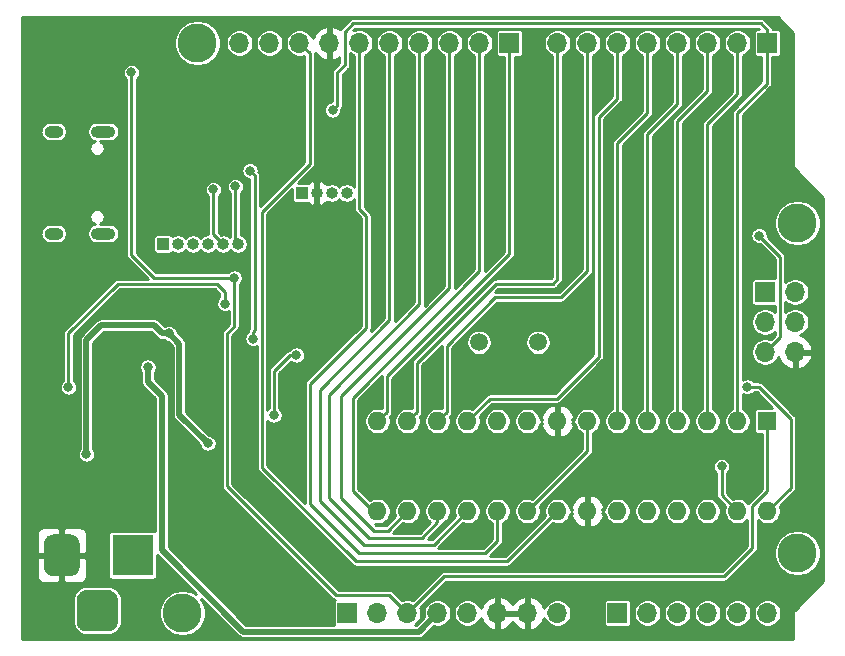
<source format=gbr>
G04 #@! TF.GenerationSoftware,KiCad,Pcbnew,(5.1.5)-3*
G04 #@! TF.CreationDate,2020-05-07T19:53:48+04:00*
G04 #@! TF.ProjectId,stormduino Rev2,73746f72-6d64-4756-996e-6f2052657632,rev?*
G04 #@! TF.SameCoordinates,Original*
G04 #@! TF.FileFunction,Copper,L2,Bot*
G04 #@! TF.FilePolarity,Positive*
%FSLAX46Y46*%
G04 Gerber Fmt 4.6, Leading zero omitted, Abs format (unit mm)*
G04 Created by KiCad (PCBNEW (5.1.5)-3) date 2020-05-07 19:53:48*
%MOMM*%
%LPD*%
G04 APERTURE LIST*
%ADD10O,1.000000X1.000000*%
%ADD11R,1.000000X1.000000*%
%ADD12C,1.500000*%
%ADD13O,2.100000X1.000000*%
%ADD14O,1.600000X1.000000*%
%ADD15O,1.700000X1.700000*%
%ADD16R,1.700000X1.700000*%
%ADD17R,1.600000X1.600000*%
%ADD18O,1.600000X1.600000*%
%ADD19C,0.100000*%
%ADD20R,3.500000X3.500000*%
%ADD21C,3.300000*%
%ADD22C,0.800000*%
%ADD23C,0.250000*%
%ADD24C,0.500000*%
%ADD25C,0.254000*%
G04 APERTURE END LIST*
D10*
X128402080Y-65026540D03*
X127132080Y-65026540D03*
X125862080Y-65026540D03*
X124592080Y-65026540D03*
X123322080Y-65026540D03*
D11*
X122052080Y-65026540D03*
D10*
X137604500Y-60706000D03*
X136334500Y-60706000D03*
X135064500Y-60706000D03*
D11*
X133794500Y-60706000D03*
D12*
X153797000Y-73342500D03*
X148797000Y-73342500D03*
D13*
X116985500Y-64137000D03*
X116985500Y-55497000D03*
D14*
X112805500Y-55497000D03*
X112805500Y-64137000D03*
D15*
X175577500Y-74168000D03*
X173037500Y-74168000D03*
X175577500Y-71628000D03*
X173037500Y-71628000D03*
X175577500Y-69088000D03*
D16*
X173037500Y-69088000D03*
D17*
X173228000Y-80010000D03*
D18*
X140208000Y-87630000D03*
X170688000Y-80010000D03*
X142748000Y-87630000D03*
X168148000Y-80010000D03*
X145288000Y-87630000D03*
X165608000Y-80010000D03*
X147828000Y-87630000D03*
X163068000Y-80010000D03*
X150368000Y-87630000D03*
X160528000Y-80010000D03*
X152908000Y-87630000D03*
X157988000Y-80010000D03*
X155448000Y-87630000D03*
X155448000Y-80010000D03*
X157988000Y-87630000D03*
X152908000Y-80010000D03*
X160528000Y-87630000D03*
X150368000Y-80010000D03*
X163068000Y-87630000D03*
X147828000Y-80010000D03*
X165608000Y-87630000D03*
X145288000Y-80010000D03*
X168148000Y-87630000D03*
X142748000Y-80010000D03*
X170688000Y-87630000D03*
X140208000Y-80010000D03*
X173228000Y-87630000D03*
G04 #@! TA.AperFunction,ComponentPad*
D19*
G36*
X117442365Y-94318013D02*
G01*
X117527304Y-94330613D01*
X117610599Y-94351477D01*
X117691448Y-94380405D01*
X117769072Y-94417119D01*
X117842724Y-94461264D01*
X117911694Y-94512416D01*
X117975318Y-94570082D01*
X118032984Y-94633706D01*
X118084136Y-94702676D01*
X118128281Y-94776328D01*
X118164995Y-94853952D01*
X118193923Y-94934801D01*
X118214787Y-95018096D01*
X118227387Y-95103035D01*
X118231600Y-95188800D01*
X118231600Y-96938800D01*
X118227387Y-97024565D01*
X118214787Y-97109504D01*
X118193923Y-97192799D01*
X118164995Y-97273648D01*
X118128281Y-97351272D01*
X118084136Y-97424924D01*
X118032984Y-97493894D01*
X117975318Y-97557518D01*
X117911694Y-97615184D01*
X117842724Y-97666336D01*
X117769072Y-97710481D01*
X117691448Y-97747195D01*
X117610599Y-97776123D01*
X117527304Y-97796987D01*
X117442365Y-97809587D01*
X117356600Y-97813800D01*
X115606600Y-97813800D01*
X115520835Y-97809587D01*
X115435896Y-97796987D01*
X115352601Y-97776123D01*
X115271752Y-97747195D01*
X115194128Y-97710481D01*
X115120476Y-97666336D01*
X115051506Y-97615184D01*
X114987882Y-97557518D01*
X114930216Y-97493894D01*
X114879064Y-97424924D01*
X114834919Y-97351272D01*
X114798205Y-97273648D01*
X114769277Y-97192799D01*
X114748413Y-97109504D01*
X114735813Y-97024565D01*
X114731600Y-96938800D01*
X114731600Y-95188800D01*
X114735813Y-95103035D01*
X114748413Y-95018096D01*
X114769277Y-94934801D01*
X114798205Y-94853952D01*
X114834919Y-94776328D01*
X114879064Y-94702676D01*
X114930216Y-94633706D01*
X114987882Y-94570082D01*
X115051506Y-94512416D01*
X115120476Y-94461264D01*
X115194128Y-94417119D01*
X115271752Y-94380405D01*
X115352601Y-94351477D01*
X115435896Y-94330613D01*
X115520835Y-94318013D01*
X115606600Y-94313800D01*
X117356600Y-94313800D01*
X117442365Y-94318013D01*
G37*
G04 #@! TD.AperFunction*
G04 #@! TA.AperFunction,ComponentPad*
G36*
X114305113Y-89617411D02*
G01*
X114377918Y-89628211D01*
X114449314Y-89646095D01*
X114518613Y-89670890D01*
X114585148Y-89702359D01*
X114648278Y-89740198D01*
X114707395Y-89784042D01*
X114761930Y-89833470D01*
X114811358Y-89888005D01*
X114855202Y-89947122D01*
X114893041Y-90010252D01*
X114924510Y-90076787D01*
X114949305Y-90146086D01*
X114967189Y-90217482D01*
X114977989Y-90290287D01*
X114981600Y-90363800D01*
X114981600Y-92363800D01*
X114977989Y-92437313D01*
X114967189Y-92510118D01*
X114949305Y-92581514D01*
X114924510Y-92650813D01*
X114893041Y-92717348D01*
X114855202Y-92780478D01*
X114811358Y-92839595D01*
X114761930Y-92894130D01*
X114707395Y-92943558D01*
X114648278Y-92987402D01*
X114585148Y-93025241D01*
X114518613Y-93056710D01*
X114449314Y-93081505D01*
X114377918Y-93099389D01*
X114305113Y-93110189D01*
X114231600Y-93113800D01*
X112731600Y-93113800D01*
X112658087Y-93110189D01*
X112585282Y-93099389D01*
X112513886Y-93081505D01*
X112444587Y-93056710D01*
X112378052Y-93025241D01*
X112314922Y-92987402D01*
X112255805Y-92943558D01*
X112201270Y-92894130D01*
X112151842Y-92839595D01*
X112107998Y-92780478D01*
X112070159Y-92717348D01*
X112038690Y-92650813D01*
X112013895Y-92581514D01*
X111996011Y-92510118D01*
X111985211Y-92437313D01*
X111981600Y-92363800D01*
X111981600Y-90363800D01*
X111985211Y-90290287D01*
X111996011Y-90217482D01*
X112013895Y-90146086D01*
X112038690Y-90076787D01*
X112070159Y-90010252D01*
X112107998Y-89947122D01*
X112151842Y-89888005D01*
X112201270Y-89833470D01*
X112255805Y-89784042D01*
X112314922Y-89740198D01*
X112378052Y-89702359D01*
X112444587Y-89670890D01*
X112513886Y-89646095D01*
X112585282Y-89628211D01*
X112658087Y-89617411D01*
X112731600Y-89613800D01*
X114231600Y-89613800D01*
X114305113Y-89617411D01*
G37*
G04 #@! TD.AperFunction*
D20*
X119481600Y-91363800D03*
D16*
X137668000Y-96266000D03*
D15*
X140208000Y-96266000D03*
X142748000Y-96266000D03*
X145288000Y-96266000D03*
X147828000Y-96266000D03*
X150368000Y-96266000D03*
X152908000Y-96266000D03*
X155448000Y-96266000D03*
X128524000Y-48006000D03*
X131064000Y-48006000D03*
X133604000Y-48006000D03*
X136144000Y-48006000D03*
X138684000Y-48006000D03*
X141224000Y-48006000D03*
X143764000Y-48006000D03*
X146304000Y-48006000D03*
X148844000Y-48006000D03*
D16*
X151384000Y-48006000D03*
D15*
X155448000Y-48006000D03*
X157988000Y-48006000D03*
X160528000Y-48006000D03*
X163068000Y-48006000D03*
X165608000Y-48006000D03*
X168148000Y-48006000D03*
X170688000Y-48006000D03*
D16*
X173228000Y-48006000D03*
D15*
X173228000Y-96266000D03*
X170688000Y-96266000D03*
X168148000Y-96266000D03*
X165608000Y-96266000D03*
X163068000Y-96266000D03*
D16*
X160528000Y-96266000D03*
D21*
X175768000Y-91186000D03*
X175768000Y-63246000D03*
X124968000Y-48006000D03*
X123698000Y-96266000D03*
D22*
X133350000Y-74422000D03*
X115570000Y-82804000D03*
X122555000Y-72593200D03*
X114046000Y-77139800D03*
X125857001Y-81889601D03*
X127280510Y-70073057D03*
X131445000Y-79502000D03*
X128270000Y-80924400D03*
X132181600Y-83616800D03*
X129667000Y-73025000D03*
X120777000Y-75438000D03*
X129410000Y-58801328D03*
X172516800Y-64312800D03*
X119380000Y-50482500D03*
X128079500Y-67881500D03*
X136417050Y-53676550D03*
X169341802Y-83845400D03*
X171526200Y-77114400D03*
X126309120Y-60398660D03*
X128177586Y-60139980D03*
D23*
X157988000Y-82550000D02*
X152908000Y-87630000D01*
X157988000Y-80010000D02*
X157988000Y-82550000D01*
D24*
X123444000Y-73482200D02*
X122555000Y-72593200D01*
X125857001Y-81889601D02*
X123444000Y-79476600D01*
X123444000Y-79476600D02*
X123444000Y-73482200D01*
X121989315Y-72593200D02*
X121278115Y-71882000D01*
X122555000Y-72593200D02*
X121989315Y-72593200D01*
X121278115Y-71882000D02*
X116840000Y-71882000D01*
X116840000Y-71882000D02*
X115570000Y-73152000D01*
X115570000Y-73152000D02*
X115570000Y-80391000D01*
X115570000Y-80391000D02*
X115570000Y-82804000D01*
D23*
X131445000Y-78936315D02*
X131445000Y-79502000D01*
X131445000Y-75761315D02*
X131445000Y-78936315D01*
X132784315Y-74422000D02*
X131445000Y-75761315D01*
X133350000Y-74422000D02*
X132784315Y-74422000D01*
X127280510Y-69076410D02*
X127280510Y-70073057D01*
X126611380Y-68407280D02*
X127280510Y-69076410D01*
X118198900Y-68407280D02*
X126611380Y-68407280D01*
X114046000Y-77139800D02*
X114046000Y-72560180D01*
X114046000Y-72560180D02*
X118198900Y-68407280D01*
X129667000Y-73025000D02*
X129667000Y-72459315D01*
X129809999Y-59201327D02*
X129410000Y-58801328D01*
X129809999Y-72316316D02*
X129809999Y-59201327D01*
X129667000Y-72459315D02*
X129809999Y-72316316D01*
D24*
X143713200Y-97840800D02*
X128854200Y-97840800D01*
X145288000Y-96266000D02*
X143713200Y-97840800D01*
X120777000Y-76682600D02*
X120777000Y-75438000D01*
X128854200Y-97840800D02*
X121945400Y-90932000D01*
X121945400Y-90932000D02*
X121945400Y-77851000D01*
X121945400Y-77851000D02*
X120777000Y-76682600D01*
D23*
X173887499Y-73318001D02*
X173037500Y-74168000D01*
X174294800Y-72910700D02*
X173887499Y-73318001D01*
X174294800Y-66090800D02*
X174294800Y-72910700D01*
X172516800Y-64312800D02*
X174294800Y-66090800D01*
X173228000Y-80010000D02*
X173228000Y-85915500D01*
X173228000Y-85915500D02*
X171958000Y-87185500D01*
X171958000Y-87185500D02*
X171958000Y-90741500D01*
X169538499Y-93161001D02*
X171958000Y-90741500D01*
X145852999Y-93161001D02*
X169538499Y-93161001D01*
X142748000Y-96266000D02*
X145852999Y-93161001D01*
X127475001Y-72607001D02*
X128079500Y-72002502D01*
X127475001Y-85488801D02*
X127475001Y-72607001D01*
X136728200Y-94742000D02*
X127475001Y-85488801D01*
X141224000Y-94742000D02*
X136728200Y-94742000D01*
X142748000Y-96266000D02*
X141224000Y-94742000D01*
X128079500Y-72002502D02*
X128079500Y-68447185D01*
X128079500Y-68447185D02*
X128079500Y-67881500D01*
X121305320Y-67881500D02*
X128079500Y-67881500D01*
X119380000Y-50482500D02*
X119380000Y-65956180D01*
X119380000Y-65956180D02*
X121305320Y-67881500D01*
X148844000Y-67310000D02*
X148844000Y-48006000D01*
X138112500Y-78041500D02*
X148844000Y-67310000D01*
X138112500Y-85915500D02*
X138112500Y-78041500D01*
X140208000Y-87630000D02*
X139827000Y-87630000D01*
X139827000Y-87630000D02*
X138112500Y-85915500D01*
X173164500Y-48069500D02*
X173228000Y-48006000D01*
X173164500Y-51435000D02*
X173164500Y-48069500D01*
X170688000Y-80010000D02*
X170688000Y-53911500D01*
X170688000Y-53911500D02*
X173164500Y-51435000D01*
X173228000Y-46906000D02*
X173228000Y-48006000D01*
X172664300Y-46342300D02*
X173228000Y-46906000D01*
X138137900Y-46342300D02*
X172664300Y-46342300D01*
X136417050Y-53676550D02*
X136817049Y-53276551D01*
X136817049Y-50483951D02*
X137439400Y-49861600D01*
X136817049Y-53276551D02*
X136817049Y-50483951D01*
X137439400Y-49861600D02*
X137439400Y-47040800D01*
X137439400Y-47040800D02*
X138137900Y-46342300D01*
X146304000Y-68770500D02*
X146304000Y-48006000D01*
X137160000Y-77914500D02*
X146304000Y-68770500D01*
X137160000Y-86550500D02*
X137160000Y-77914500D01*
X139890500Y-89281000D02*
X137160000Y-86550500D01*
X142748000Y-87630000D02*
X141097000Y-89281000D01*
X141097000Y-89281000D02*
X139890500Y-89281000D01*
X168148000Y-54864000D02*
X168148000Y-80010000D01*
X170688000Y-48006000D02*
X170688000Y-52324000D01*
X170688000Y-52324000D02*
X168148000Y-54864000D01*
X143764000Y-70104000D02*
X143764000Y-48006000D01*
X145288000Y-88582500D02*
X143954500Y-89916000D01*
X143954500Y-89916000D02*
X139509500Y-89916000D01*
X139509500Y-89916000D02*
X136080500Y-86487000D01*
X136080500Y-86487000D02*
X136080500Y-77787500D01*
X145288000Y-87630000D02*
X145288000Y-88582500D01*
X136080500Y-77787500D02*
X143764000Y-70104000D01*
X168148000Y-52070000D02*
X168148000Y-48006000D01*
X165608000Y-80010000D02*
X165608000Y-54610000D01*
X165608000Y-54610000D02*
X168148000Y-52070000D01*
X141224000Y-71437500D02*
X141224000Y-48006000D01*
X135318500Y-77343000D02*
X141224000Y-71437500D01*
X135318500Y-86741000D02*
X135318500Y-77343000D01*
X139065000Y-90487500D02*
X135318500Y-86741000D01*
X147828000Y-87630000D02*
X144970500Y-90487500D01*
X144970500Y-90487500D02*
X139065000Y-90487500D01*
X165608000Y-53149500D02*
X165608000Y-48006000D01*
X163068000Y-80010000D02*
X163068000Y-55689500D01*
X163068000Y-55689500D02*
X165608000Y-53149500D01*
X134493000Y-86995000D02*
X134493000Y-76898500D01*
X138684000Y-62039500D02*
X138684000Y-48006000D01*
X139255500Y-72136000D02*
X139255500Y-62611000D01*
X139255500Y-62611000D02*
X138684000Y-62039500D01*
X150368000Y-87630000D02*
X150368000Y-90170000D01*
X150368000Y-90170000D02*
X149352000Y-91186000D01*
X149352000Y-91186000D02*
X138684000Y-91186000D01*
X138684000Y-91186000D02*
X134493000Y-86995000D01*
X134493000Y-76898500D02*
X139255500Y-72136000D01*
X163068000Y-53911500D02*
X163068000Y-48006000D01*
X160528000Y-80010000D02*
X160528000Y-56451500D01*
X160528000Y-56451500D02*
X163068000Y-53911500D01*
X151193500Y-91884500D02*
X138366500Y-91884500D01*
X130429000Y-62290788D02*
X134453999Y-58265789D01*
X155448000Y-87630000D02*
X151193500Y-91884500D01*
X134453999Y-48855999D02*
X133604000Y-48006000D01*
X134453999Y-58265789D02*
X134453999Y-48855999D01*
X130429000Y-83947000D02*
X130429000Y-62290788D01*
X138366500Y-91884500D02*
X130429000Y-83947000D01*
X160528000Y-52705000D02*
X160528000Y-48006000D01*
X158940500Y-54292500D02*
X160528000Y-52705000D01*
X158940500Y-74549000D02*
X158940500Y-54292500D01*
X155384500Y-78105000D02*
X158940500Y-74549000D01*
X147828000Y-80010000D02*
X149733000Y-78105000D01*
X149733000Y-78105000D02*
X155384500Y-78105000D01*
X146087999Y-79210001D02*
X146087999Y-73622001D01*
X145288000Y-80010000D02*
X146087999Y-79210001D01*
X146087999Y-73622001D02*
X150177500Y-69532500D01*
X150177500Y-69532500D02*
X155765500Y-69532500D01*
X157988000Y-67310000D02*
X157988000Y-48006000D01*
X155765500Y-69532500D02*
X157988000Y-67310000D01*
X143547999Y-79210001D02*
X143547999Y-75082501D01*
X142748000Y-80010000D02*
X143547999Y-79210001D01*
X143547999Y-75082501D02*
X150241000Y-68389500D01*
X150241000Y-68389500D02*
X155067000Y-68389500D01*
X155448000Y-68008500D02*
X155448000Y-48006000D01*
X155067000Y-68389500D02*
X155448000Y-68008500D01*
X170688000Y-87630000D02*
X169341802Y-86283802D01*
X169341802Y-86283802D02*
X169341802Y-84411085D01*
X169341802Y-84411085D02*
X169341802Y-83845400D01*
X151384000Y-65849500D02*
X151384000Y-48006000D01*
X141007999Y-76225501D02*
X151384000Y-65849500D01*
X140208000Y-80010000D02*
X141007999Y-79210001D01*
X141007999Y-79210001D02*
X141007999Y-76225501D01*
X172091885Y-77114400D02*
X171526200Y-77114400D01*
X172517402Y-77114400D02*
X172091885Y-77114400D01*
X175209200Y-79806198D02*
X172517402Y-77114400D01*
X175209200Y-85648800D02*
X175209200Y-79806198D01*
X173228000Y-87630000D02*
X175209200Y-85648800D01*
X126309120Y-64203580D02*
X127132080Y-65026540D01*
X126309120Y-60398660D02*
X126309120Y-64203580D01*
X128177586Y-64802046D02*
X128402080Y-65026540D01*
X128177586Y-60139980D02*
X128177586Y-64802046D01*
D25*
G36*
X175416001Y-47135804D02*
G01*
X175416000Y-58402711D01*
X175414297Y-58420000D01*
X175416000Y-58437289D01*
X175416000Y-58437291D01*
X175421093Y-58489003D01*
X175441221Y-58555355D01*
X175441222Y-58555356D01*
X175473907Y-58616507D01*
X175482945Y-58627519D01*
X175517894Y-58670105D01*
X175531329Y-58681131D01*
X177956001Y-61105804D01*
X177956000Y-93580197D01*
X175531328Y-96004870D01*
X175517895Y-96015894D01*
X175506872Y-96029326D01*
X175473907Y-96069493D01*
X175441222Y-96130644D01*
X175421094Y-96196997D01*
X175414297Y-96266000D01*
X175416001Y-96283299D01*
X175416000Y-98454000D01*
X110080000Y-98454000D01*
X110080000Y-95188800D01*
X114403018Y-95188800D01*
X114403018Y-96938800D01*
X114426144Y-97173607D01*
X114494635Y-97399391D01*
X114605858Y-97607474D01*
X114755539Y-97789861D01*
X114937926Y-97939542D01*
X115146009Y-98050765D01*
X115371793Y-98119256D01*
X115606600Y-98142382D01*
X117356600Y-98142382D01*
X117591407Y-98119256D01*
X117817191Y-98050765D01*
X118025274Y-97939542D01*
X118207661Y-97789861D01*
X118357342Y-97607474D01*
X118468565Y-97399391D01*
X118537056Y-97173607D01*
X118560182Y-96938800D01*
X118560182Y-95188800D01*
X118537056Y-94953993D01*
X118468565Y-94728209D01*
X118357342Y-94520126D01*
X118207661Y-94337739D01*
X118025274Y-94188058D01*
X117817191Y-94076835D01*
X117591407Y-94008344D01*
X117356600Y-93985218D01*
X115606600Y-93985218D01*
X115371793Y-94008344D01*
X115146009Y-94076835D01*
X114937926Y-94188058D01*
X114755539Y-94337739D01*
X114605858Y-94520126D01*
X114494635Y-94728209D01*
X114426144Y-94953993D01*
X114403018Y-95188800D01*
X110080000Y-95188800D01*
X110080000Y-93113800D01*
X111343528Y-93113800D01*
X111355788Y-93238282D01*
X111392098Y-93357980D01*
X111451063Y-93468294D01*
X111530415Y-93564985D01*
X111627106Y-93644337D01*
X111737420Y-93703302D01*
X111857118Y-93739612D01*
X111981600Y-93751872D01*
X113195850Y-93748800D01*
X113354600Y-93590050D01*
X113354600Y-91490800D01*
X113608600Y-91490800D01*
X113608600Y-93590050D01*
X113767350Y-93748800D01*
X114981600Y-93751872D01*
X115106082Y-93739612D01*
X115225780Y-93703302D01*
X115336094Y-93644337D01*
X115432785Y-93564985D01*
X115512137Y-93468294D01*
X115571102Y-93357980D01*
X115607412Y-93238282D01*
X115619672Y-93113800D01*
X115616600Y-91649550D01*
X115457850Y-91490800D01*
X113608600Y-91490800D01*
X113354600Y-91490800D01*
X111505350Y-91490800D01*
X111346600Y-91649550D01*
X111343528Y-93113800D01*
X110080000Y-93113800D01*
X110080000Y-89613800D01*
X111343528Y-89613800D01*
X111346600Y-91078050D01*
X111505350Y-91236800D01*
X113354600Y-91236800D01*
X113354600Y-89137550D01*
X113608600Y-89137550D01*
X113608600Y-91236800D01*
X115457850Y-91236800D01*
X115616600Y-91078050D01*
X115619672Y-89613800D01*
X115607412Y-89489318D01*
X115571102Y-89369620D01*
X115512137Y-89259306D01*
X115432785Y-89162615D01*
X115336094Y-89083263D01*
X115225780Y-89024298D01*
X115106082Y-88987988D01*
X114981600Y-88975728D01*
X113767350Y-88978800D01*
X113608600Y-89137550D01*
X113354600Y-89137550D01*
X113195850Y-88978800D01*
X111981600Y-88975728D01*
X111857118Y-88987988D01*
X111737420Y-89024298D01*
X111627106Y-89083263D01*
X111530415Y-89162615D01*
X111451063Y-89259306D01*
X111392098Y-89369620D01*
X111355788Y-89489318D01*
X111343528Y-89613800D01*
X110080000Y-89613800D01*
X110080000Y-82732397D01*
X114843000Y-82732397D01*
X114843000Y-82875603D01*
X114870938Y-83016058D01*
X114925741Y-83148364D01*
X115005302Y-83267436D01*
X115106564Y-83368698D01*
X115225636Y-83448259D01*
X115357942Y-83503062D01*
X115498397Y-83531000D01*
X115641603Y-83531000D01*
X115782058Y-83503062D01*
X115914364Y-83448259D01*
X116033436Y-83368698D01*
X116134698Y-83267436D01*
X116214259Y-83148364D01*
X116269062Y-83016058D01*
X116297000Y-82875603D01*
X116297000Y-82732397D01*
X116269062Y-82591942D01*
X116214259Y-82459636D01*
X116147000Y-82358975D01*
X116147000Y-73391001D01*
X117079002Y-72459000D01*
X121039114Y-72459000D01*
X121561276Y-72981162D01*
X121579341Y-73003174D01*
X121667200Y-73075279D01*
X121767439Y-73128857D01*
X121812097Y-73142404D01*
X121876203Y-73161851D01*
X121989315Y-73172991D01*
X122017654Y-73170200D01*
X122109975Y-73170200D01*
X122210636Y-73237459D01*
X122342942Y-73292262D01*
X122461679Y-73315880D01*
X122867001Y-73721202D01*
X122867000Y-79448269D01*
X122864210Y-79476600D01*
X122867000Y-79504931D01*
X122867000Y-79504935D01*
X122868898Y-79524205D01*
X122875349Y-79589711D01*
X122888286Y-79632357D01*
X122908343Y-79698475D01*
X122961921Y-79798714D01*
X123034026Y-79886574D01*
X123056038Y-79904639D01*
X125134321Y-81982922D01*
X125157939Y-82101659D01*
X125212742Y-82233965D01*
X125292303Y-82353037D01*
X125393565Y-82454299D01*
X125512637Y-82533860D01*
X125644943Y-82588663D01*
X125785398Y-82616601D01*
X125928604Y-82616601D01*
X126069059Y-82588663D01*
X126201365Y-82533860D01*
X126320437Y-82454299D01*
X126421699Y-82353037D01*
X126501260Y-82233965D01*
X126556063Y-82101659D01*
X126584001Y-81961204D01*
X126584001Y-81817998D01*
X126556063Y-81677543D01*
X126501260Y-81545237D01*
X126421699Y-81426165D01*
X126320437Y-81324903D01*
X126201365Y-81245342D01*
X126069059Y-81190539D01*
X125950322Y-81166921D01*
X124021000Y-79237599D01*
X124021000Y-73510531D01*
X124023790Y-73482200D01*
X124012651Y-73369088D01*
X123988156Y-73288343D01*
X123979657Y-73260324D01*
X123926079Y-73160085D01*
X123853974Y-73072226D01*
X123831962Y-73054161D01*
X123277680Y-72499879D01*
X123254062Y-72381142D01*
X123199259Y-72248836D01*
X123119698Y-72129764D01*
X123018436Y-72028502D01*
X122899364Y-71948941D01*
X122767058Y-71894138D01*
X122626603Y-71866200D01*
X122483397Y-71866200D01*
X122342942Y-71894138D01*
X122210636Y-71948941D01*
X122180916Y-71968800D01*
X121706154Y-71494038D01*
X121688089Y-71472026D01*
X121600230Y-71399921D01*
X121499991Y-71346343D01*
X121435885Y-71326897D01*
X121391226Y-71313349D01*
X121336160Y-71307926D01*
X121306451Y-71305000D01*
X121306446Y-71305000D01*
X121278115Y-71302210D01*
X121249784Y-71305000D01*
X116868328Y-71305000D01*
X116839999Y-71302210D01*
X116811670Y-71305000D01*
X116811664Y-71305000D01*
X116726888Y-71313350D01*
X116618124Y-71346343D01*
X116517885Y-71399921D01*
X116472094Y-71437501D01*
X116452035Y-71453963D01*
X116452033Y-71453965D01*
X116430026Y-71472026D01*
X116411965Y-71494033D01*
X115182038Y-72723961D01*
X115160026Y-72742026D01*
X115087921Y-72829886D01*
X115034343Y-72930125D01*
X115031239Y-72940359D01*
X115001349Y-73038889D01*
X114990210Y-73152000D01*
X114993000Y-73180331D01*
X114993001Y-80362655D01*
X114993000Y-80362665D01*
X114993001Y-82358974D01*
X114925741Y-82459636D01*
X114870938Y-82591942D01*
X114843000Y-82732397D01*
X110080000Y-82732397D01*
X110080000Y-77068197D01*
X113319000Y-77068197D01*
X113319000Y-77211403D01*
X113346938Y-77351858D01*
X113401741Y-77484164D01*
X113481302Y-77603236D01*
X113582564Y-77704498D01*
X113701636Y-77784059D01*
X113833942Y-77838862D01*
X113974397Y-77866800D01*
X114117603Y-77866800D01*
X114258058Y-77838862D01*
X114390364Y-77784059D01*
X114509436Y-77704498D01*
X114610698Y-77603236D01*
X114690259Y-77484164D01*
X114745062Y-77351858D01*
X114773000Y-77211403D01*
X114773000Y-77068197D01*
X114745062Y-76927742D01*
X114690259Y-76795436D01*
X114610698Y-76676364D01*
X114509436Y-76575102D01*
X114498000Y-76567461D01*
X114498000Y-72747403D01*
X118386124Y-68859280D01*
X126424157Y-68859280D01*
X126828510Y-69263634D01*
X126828510Y-69500717D01*
X126817074Y-69508359D01*
X126715812Y-69609621D01*
X126636251Y-69728693D01*
X126581448Y-69860999D01*
X126553510Y-70001454D01*
X126553510Y-70144660D01*
X126581448Y-70285115D01*
X126636251Y-70417421D01*
X126715812Y-70536493D01*
X126817074Y-70637755D01*
X126936146Y-70717316D01*
X127068452Y-70772119D01*
X127208907Y-70800057D01*
X127352113Y-70800057D01*
X127492568Y-70772119D01*
X127624874Y-70717316D01*
X127627500Y-70715561D01*
X127627500Y-71815278D01*
X127171097Y-72271682D01*
X127153843Y-72285842D01*
X127097359Y-72354668D01*
X127055387Y-72433192D01*
X127029541Y-72518394D01*
X127020814Y-72607001D01*
X127023002Y-72629216D01*
X127023001Y-85466596D01*
X127020814Y-85488801D01*
X127029541Y-85577407D01*
X127055387Y-85662610D01*
X127097358Y-85741133D01*
X127153842Y-85809960D01*
X127171101Y-85824124D01*
X136392881Y-95045905D01*
X136407041Y-95063159D01*
X136475867Y-95119643D01*
X136554390Y-95161614D01*
X136596830Y-95174488D01*
X136585657Y-95183657D01*
X136544794Y-95233450D01*
X136514430Y-95290257D01*
X136495732Y-95351897D01*
X136489418Y-95416000D01*
X136489418Y-97116000D01*
X136495732Y-97180103D01*
X136514430Y-97241743D01*
X136526220Y-97263800D01*
X129093201Y-97263800D01*
X122522400Y-90692999D01*
X122522400Y-77879328D01*
X122525190Y-77850999D01*
X122522400Y-77822670D01*
X122522400Y-77822664D01*
X122514050Y-77737888D01*
X122481057Y-77629124D01*
X122427479Y-77528885D01*
X122355374Y-77441026D01*
X122333367Y-77422965D01*
X121354000Y-76443599D01*
X121354000Y-75883025D01*
X121421259Y-75782364D01*
X121476062Y-75650058D01*
X121504000Y-75509603D01*
X121504000Y-75366397D01*
X121476062Y-75225942D01*
X121421259Y-75093636D01*
X121341698Y-74974564D01*
X121240436Y-74873302D01*
X121121364Y-74793741D01*
X120989058Y-74738938D01*
X120848603Y-74711000D01*
X120705397Y-74711000D01*
X120564942Y-74738938D01*
X120432636Y-74793741D01*
X120313564Y-74873302D01*
X120212302Y-74974564D01*
X120132741Y-75093636D01*
X120077938Y-75225942D01*
X120050000Y-75366397D01*
X120050000Y-75509603D01*
X120077938Y-75650058D01*
X120132741Y-75782364D01*
X120200001Y-75883026D01*
X120200000Y-76654268D01*
X120197210Y-76682600D01*
X120208349Y-76795711D01*
X120227796Y-76859817D01*
X120241343Y-76904475D01*
X120294921Y-77004714D01*
X120367026Y-77092574D01*
X120389038Y-77110639D01*
X121368401Y-78090003D01*
X121368400Y-89316140D01*
X121357343Y-89310230D01*
X121295703Y-89291532D01*
X121231600Y-89285218D01*
X117731600Y-89285218D01*
X117667497Y-89291532D01*
X117605857Y-89310230D01*
X117549050Y-89340594D01*
X117499257Y-89381457D01*
X117458394Y-89431250D01*
X117428030Y-89488057D01*
X117409332Y-89549697D01*
X117403018Y-89613800D01*
X117403018Y-93113800D01*
X117409332Y-93177903D01*
X117428030Y-93239543D01*
X117458394Y-93296350D01*
X117499257Y-93346143D01*
X117549050Y-93387006D01*
X117605857Y-93417370D01*
X117667497Y-93436068D01*
X117731600Y-93442382D01*
X121231600Y-93442382D01*
X121295703Y-93436068D01*
X121357343Y-93417370D01*
X121414150Y-93387006D01*
X121463943Y-93346143D01*
X121504806Y-93296350D01*
X121535170Y-93239543D01*
X121553868Y-93177903D01*
X121560182Y-93113800D01*
X121560182Y-91362783D01*
X124866343Y-94668944D01*
X124634461Y-94514005D01*
X124274670Y-94364975D01*
X123892718Y-94289000D01*
X123503282Y-94289000D01*
X123121330Y-94364975D01*
X122761539Y-94514005D01*
X122437736Y-94730364D01*
X122162364Y-95005736D01*
X121946005Y-95329539D01*
X121796975Y-95689330D01*
X121721000Y-96071282D01*
X121721000Y-96460718D01*
X121796975Y-96842670D01*
X121946005Y-97202461D01*
X122162364Y-97526264D01*
X122437736Y-97801636D01*
X122761539Y-98017995D01*
X123121330Y-98167025D01*
X123503282Y-98243000D01*
X123892718Y-98243000D01*
X124274670Y-98167025D01*
X124634461Y-98017995D01*
X124958264Y-97801636D01*
X125233636Y-97526264D01*
X125449995Y-97202461D01*
X125599025Y-96842670D01*
X125675000Y-96460718D01*
X125675000Y-96071282D01*
X125599025Y-95689330D01*
X125449995Y-95329539D01*
X125295056Y-95097657D01*
X128426161Y-98228762D01*
X128444226Y-98250774D01*
X128532085Y-98322879D01*
X128632324Y-98376457D01*
X128676982Y-98390004D01*
X128741088Y-98409451D01*
X128854200Y-98420591D01*
X128882539Y-98417800D01*
X143684869Y-98417800D01*
X143713200Y-98420590D01*
X143741531Y-98417800D01*
X143741536Y-98417800D01*
X143771245Y-98414874D01*
X143826311Y-98409451D01*
X143870970Y-98395903D01*
X143935076Y-98376457D01*
X144035315Y-98322879D01*
X144123174Y-98250774D01*
X144141239Y-98228762D01*
X144967661Y-97402340D01*
X145172076Y-97443000D01*
X145403924Y-97443000D01*
X145631318Y-97397769D01*
X145845519Y-97309044D01*
X146038294Y-97180236D01*
X146202236Y-97016294D01*
X146331044Y-96823519D01*
X146419769Y-96609318D01*
X146465000Y-96381924D01*
X146465000Y-96150076D01*
X146651000Y-96150076D01*
X146651000Y-96381924D01*
X146696231Y-96609318D01*
X146784956Y-96823519D01*
X146913764Y-97016294D01*
X147077706Y-97180236D01*
X147270481Y-97309044D01*
X147484682Y-97397769D01*
X147712076Y-97443000D01*
X147943924Y-97443000D01*
X148171318Y-97397769D01*
X148385519Y-97309044D01*
X148578294Y-97180236D01*
X148742236Y-97016294D01*
X148871044Y-96823519D01*
X148939264Y-96658821D01*
X149023843Y-96897252D01*
X149172822Y-97147355D01*
X149367731Y-97363588D01*
X149601080Y-97537641D01*
X149863901Y-97662825D01*
X150011110Y-97707476D01*
X150241000Y-97586155D01*
X150241000Y-96393000D01*
X150495000Y-96393000D01*
X150495000Y-97586155D01*
X150724890Y-97707476D01*
X150872099Y-97662825D01*
X151134920Y-97537641D01*
X151368269Y-97363588D01*
X151563178Y-97147355D01*
X151638000Y-97021745D01*
X151712822Y-97147355D01*
X151907731Y-97363588D01*
X152141080Y-97537641D01*
X152403901Y-97662825D01*
X152551110Y-97707476D01*
X152781000Y-97586155D01*
X152781000Y-96393000D01*
X150495000Y-96393000D01*
X150241000Y-96393000D01*
X150221000Y-96393000D01*
X150221000Y-96139000D01*
X150241000Y-96139000D01*
X150241000Y-94945845D01*
X150495000Y-94945845D01*
X150495000Y-96139000D01*
X152781000Y-96139000D01*
X152781000Y-94945845D01*
X153035000Y-94945845D01*
X153035000Y-96139000D01*
X153055000Y-96139000D01*
X153055000Y-96393000D01*
X153035000Y-96393000D01*
X153035000Y-97586155D01*
X153264890Y-97707476D01*
X153412099Y-97662825D01*
X153674920Y-97537641D01*
X153908269Y-97363588D01*
X154103178Y-97147355D01*
X154252157Y-96897252D01*
X154336736Y-96658821D01*
X154404956Y-96823519D01*
X154533764Y-97016294D01*
X154697706Y-97180236D01*
X154890481Y-97309044D01*
X155104682Y-97397769D01*
X155332076Y-97443000D01*
X155563924Y-97443000D01*
X155791318Y-97397769D01*
X156005519Y-97309044D01*
X156198294Y-97180236D01*
X156362236Y-97016294D01*
X156491044Y-96823519D01*
X156579769Y-96609318D01*
X156625000Y-96381924D01*
X156625000Y-96150076D01*
X156579769Y-95922682D01*
X156491044Y-95708481D01*
X156362236Y-95515706D01*
X156262530Y-95416000D01*
X159349418Y-95416000D01*
X159349418Y-97116000D01*
X159355732Y-97180103D01*
X159374430Y-97241743D01*
X159404794Y-97298550D01*
X159445657Y-97348343D01*
X159495450Y-97389206D01*
X159552257Y-97419570D01*
X159613897Y-97438268D01*
X159678000Y-97444582D01*
X161378000Y-97444582D01*
X161442103Y-97438268D01*
X161503743Y-97419570D01*
X161560550Y-97389206D01*
X161610343Y-97348343D01*
X161651206Y-97298550D01*
X161681570Y-97241743D01*
X161700268Y-97180103D01*
X161706582Y-97116000D01*
X161706582Y-96150076D01*
X161891000Y-96150076D01*
X161891000Y-96381924D01*
X161936231Y-96609318D01*
X162024956Y-96823519D01*
X162153764Y-97016294D01*
X162317706Y-97180236D01*
X162510481Y-97309044D01*
X162724682Y-97397769D01*
X162952076Y-97443000D01*
X163183924Y-97443000D01*
X163411318Y-97397769D01*
X163625519Y-97309044D01*
X163818294Y-97180236D01*
X163982236Y-97016294D01*
X164111044Y-96823519D01*
X164199769Y-96609318D01*
X164245000Y-96381924D01*
X164245000Y-96150076D01*
X164431000Y-96150076D01*
X164431000Y-96381924D01*
X164476231Y-96609318D01*
X164564956Y-96823519D01*
X164693764Y-97016294D01*
X164857706Y-97180236D01*
X165050481Y-97309044D01*
X165264682Y-97397769D01*
X165492076Y-97443000D01*
X165723924Y-97443000D01*
X165951318Y-97397769D01*
X166165519Y-97309044D01*
X166358294Y-97180236D01*
X166522236Y-97016294D01*
X166651044Y-96823519D01*
X166739769Y-96609318D01*
X166785000Y-96381924D01*
X166785000Y-96150076D01*
X166971000Y-96150076D01*
X166971000Y-96381924D01*
X167016231Y-96609318D01*
X167104956Y-96823519D01*
X167233764Y-97016294D01*
X167397706Y-97180236D01*
X167590481Y-97309044D01*
X167804682Y-97397769D01*
X168032076Y-97443000D01*
X168263924Y-97443000D01*
X168491318Y-97397769D01*
X168705519Y-97309044D01*
X168898294Y-97180236D01*
X169062236Y-97016294D01*
X169191044Y-96823519D01*
X169279769Y-96609318D01*
X169325000Y-96381924D01*
X169325000Y-96150076D01*
X169511000Y-96150076D01*
X169511000Y-96381924D01*
X169556231Y-96609318D01*
X169644956Y-96823519D01*
X169773764Y-97016294D01*
X169937706Y-97180236D01*
X170130481Y-97309044D01*
X170344682Y-97397769D01*
X170572076Y-97443000D01*
X170803924Y-97443000D01*
X171031318Y-97397769D01*
X171245519Y-97309044D01*
X171438294Y-97180236D01*
X171602236Y-97016294D01*
X171731044Y-96823519D01*
X171819769Y-96609318D01*
X171865000Y-96381924D01*
X171865000Y-96150076D01*
X172051000Y-96150076D01*
X172051000Y-96381924D01*
X172096231Y-96609318D01*
X172184956Y-96823519D01*
X172313764Y-97016294D01*
X172477706Y-97180236D01*
X172670481Y-97309044D01*
X172884682Y-97397769D01*
X173112076Y-97443000D01*
X173343924Y-97443000D01*
X173571318Y-97397769D01*
X173785519Y-97309044D01*
X173978294Y-97180236D01*
X174142236Y-97016294D01*
X174271044Y-96823519D01*
X174359769Y-96609318D01*
X174405000Y-96381924D01*
X174405000Y-96150076D01*
X174359769Y-95922682D01*
X174271044Y-95708481D01*
X174142236Y-95515706D01*
X173978294Y-95351764D01*
X173785519Y-95222956D01*
X173571318Y-95134231D01*
X173343924Y-95089000D01*
X173112076Y-95089000D01*
X172884682Y-95134231D01*
X172670481Y-95222956D01*
X172477706Y-95351764D01*
X172313764Y-95515706D01*
X172184956Y-95708481D01*
X172096231Y-95922682D01*
X172051000Y-96150076D01*
X171865000Y-96150076D01*
X171819769Y-95922682D01*
X171731044Y-95708481D01*
X171602236Y-95515706D01*
X171438294Y-95351764D01*
X171245519Y-95222956D01*
X171031318Y-95134231D01*
X170803924Y-95089000D01*
X170572076Y-95089000D01*
X170344682Y-95134231D01*
X170130481Y-95222956D01*
X169937706Y-95351764D01*
X169773764Y-95515706D01*
X169644956Y-95708481D01*
X169556231Y-95922682D01*
X169511000Y-96150076D01*
X169325000Y-96150076D01*
X169279769Y-95922682D01*
X169191044Y-95708481D01*
X169062236Y-95515706D01*
X168898294Y-95351764D01*
X168705519Y-95222956D01*
X168491318Y-95134231D01*
X168263924Y-95089000D01*
X168032076Y-95089000D01*
X167804682Y-95134231D01*
X167590481Y-95222956D01*
X167397706Y-95351764D01*
X167233764Y-95515706D01*
X167104956Y-95708481D01*
X167016231Y-95922682D01*
X166971000Y-96150076D01*
X166785000Y-96150076D01*
X166739769Y-95922682D01*
X166651044Y-95708481D01*
X166522236Y-95515706D01*
X166358294Y-95351764D01*
X166165519Y-95222956D01*
X165951318Y-95134231D01*
X165723924Y-95089000D01*
X165492076Y-95089000D01*
X165264682Y-95134231D01*
X165050481Y-95222956D01*
X164857706Y-95351764D01*
X164693764Y-95515706D01*
X164564956Y-95708481D01*
X164476231Y-95922682D01*
X164431000Y-96150076D01*
X164245000Y-96150076D01*
X164199769Y-95922682D01*
X164111044Y-95708481D01*
X163982236Y-95515706D01*
X163818294Y-95351764D01*
X163625519Y-95222956D01*
X163411318Y-95134231D01*
X163183924Y-95089000D01*
X162952076Y-95089000D01*
X162724682Y-95134231D01*
X162510481Y-95222956D01*
X162317706Y-95351764D01*
X162153764Y-95515706D01*
X162024956Y-95708481D01*
X161936231Y-95922682D01*
X161891000Y-96150076D01*
X161706582Y-96150076D01*
X161706582Y-95416000D01*
X161700268Y-95351897D01*
X161681570Y-95290257D01*
X161651206Y-95233450D01*
X161610343Y-95183657D01*
X161560550Y-95142794D01*
X161503743Y-95112430D01*
X161442103Y-95093732D01*
X161378000Y-95087418D01*
X159678000Y-95087418D01*
X159613897Y-95093732D01*
X159552257Y-95112430D01*
X159495450Y-95142794D01*
X159445657Y-95183657D01*
X159404794Y-95233450D01*
X159374430Y-95290257D01*
X159355732Y-95351897D01*
X159349418Y-95416000D01*
X156262530Y-95416000D01*
X156198294Y-95351764D01*
X156005519Y-95222956D01*
X155791318Y-95134231D01*
X155563924Y-95089000D01*
X155332076Y-95089000D01*
X155104682Y-95134231D01*
X154890481Y-95222956D01*
X154697706Y-95351764D01*
X154533764Y-95515706D01*
X154404956Y-95708481D01*
X154336736Y-95873179D01*
X154252157Y-95634748D01*
X154103178Y-95384645D01*
X153908269Y-95168412D01*
X153674920Y-94994359D01*
X153412099Y-94869175D01*
X153264890Y-94824524D01*
X153035000Y-94945845D01*
X152781000Y-94945845D01*
X152551110Y-94824524D01*
X152403901Y-94869175D01*
X152141080Y-94994359D01*
X151907731Y-95168412D01*
X151712822Y-95384645D01*
X151638000Y-95510255D01*
X151563178Y-95384645D01*
X151368269Y-95168412D01*
X151134920Y-94994359D01*
X150872099Y-94869175D01*
X150724890Y-94824524D01*
X150495000Y-94945845D01*
X150241000Y-94945845D01*
X150011110Y-94824524D01*
X149863901Y-94869175D01*
X149601080Y-94994359D01*
X149367731Y-95168412D01*
X149172822Y-95384645D01*
X149023843Y-95634748D01*
X148939264Y-95873179D01*
X148871044Y-95708481D01*
X148742236Y-95515706D01*
X148578294Y-95351764D01*
X148385519Y-95222956D01*
X148171318Y-95134231D01*
X147943924Y-95089000D01*
X147712076Y-95089000D01*
X147484682Y-95134231D01*
X147270481Y-95222956D01*
X147077706Y-95351764D01*
X146913764Y-95515706D01*
X146784956Y-95708481D01*
X146696231Y-95922682D01*
X146651000Y-96150076D01*
X146465000Y-96150076D01*
X146419769Y-95922682D01*
X146331044Y-95708481D01*
X146202236Y-95515706D01*
X146038294Y-95351764D01*
X145845519Y-95222956D01*
X145631318Y-95134231D01*
X145403924Y-95089000D01*
X145172076Y-95089000D01*
X144944682Y-95134231D01*
X144730481Y-95222956D01*
X144537706Y-95351764D01*
X144373764Y-95515706D01*
X144244956Y-95708481D01*
X144156231Y-95922682D01*
X144111000Y-96150076D01*
X144111000Y-96381924D01*
X144151660Y-96586339D01*
X143474199Y-97263800D01*
X143373232Y-97263800D01*
X143498294Y-97180236D01*
X143662236Y-97016294D01*
X143791044Y-96823519D01*
X143879769Y-96609318D01*
X143925000Y-96381924D01*
X143925000Y-96150076D01*
X143879769Y-95922682D01*
X143836061Y-95817162D01*
X146040223Y-93613001D01*
X169516294Y-93613001D01*
X169538499Y-93615188D01*
X169560704Y-93613001D01*
X169627106Y-93606461D01*
X169712309Y-93580615D01*
X169790832Y-93538644D01*
X169859658Y-93482160D01*
X169873822Y-93464901D01*
X172261911Y-91076814D01*
X172279159Y-91062659D01*
X172335643Y-90993833D01*
X172337006Y-90991282D01*
X173791000Y-90991282D01*
X173791000Y-91380718D01*
X173866975Y-91762670D01*
X174016005Y-92122461D01*
X174232364Y-92446264D01*
X174507736Y-92721636D01*
X174831539Y-92937995D01*
X175191330Y-93087025D01*
X175573282Y-93163000D01*
X175962718Y-93163000D01*
X176344670Y-93087025D01*
X176704461Y-92937995D01*
X177028264Y-92721636D01*
X177303636Y-92446264D01*
X177519995Y-92122461D01*
X177669025Y-91762670D01*
X177745000Y-91380718D01*
X177745000Y-90991282D01*
X177669025Y-90609330D01*
X177519995Y-90249539D01*
X177303636Y-89925736D01*
X177028264Y-89650364D01*
X176704461Y-89434005D01*
X176344670Y-89284975D01*
X175962718Y-89209000D01*
X175573282Y-89209000D01*
X175191330Y-89284975D01*
X174831539Y-89434005D01*
X174507736Y-89650364D01*
X174232364Y-89925736D01*
X174016005Y-90249539D01*
X173866975Y-90609330D01*
X173791000Y-90991282D01*
X172337006Y-90991282D01*
X172377614Y-90915310D01*
X172387691Y-90882090D01*
X172403460Y-90830108D01*
X172412187Y-90741501D01*
X172410000Y-90719296D01*
X172410000Y-88405819D01*
X172509579Y-88505398D01*
X172694165Y-88628734D01*
X172899266Y-88713690D01*
X173117000Y-88757000D01*
X173339000Y-88757000D01*
X173556734Y-88713690D01*
X173761835Y-88628734D01*
X173946421Y-88505398D01*
X174103398Y-88348421D01*
X174226734Y-88163835D01*
X174311690Y-87958734D01*
X174355000Y-87741000D01*
X174355000Y-87519000D01*
X174311690Y-87301266D01*
X174277793Y-87219431D01*
X175513106Y-85984118D01*
X175530359Y-85969959D01*
X175586843Y-85901133D01*
X175628814Y-85822610D01*
X175637884Y-85792711D01*
X175654660Y-85737408D01*
X175663387Y-85648800D01*
X175661200Y-85626595D01*
X175661200Y-79828402D01*
X175663387Y-79806197D01*
X175654660Y-79717590D01*
X175637481Y-79660960D01*
X175628814Y-79632388D01*
X175586843Y-79553865D01*
X175530359Y-79485039D01*
X175513111Y-79470884D01*
X172852725Y-76810500D01*
X172838561Y-76793241D01*
X172769735Y-76736757D01*
X172691212Y-76694786D01*
X172606009Y-76668940D01*
X172539607Y-76662400D01*
X172517402Y-76660213D01*
X172495197Y-76662400D01*
X172098539Y-76662400D01*
X172090898Y-76650964D01*
X171989636Y-76549702D01*
X171870564Y-76470141D01*
X171738258Y-76415338D01*
X171597803Y-76387400D01*
X171454597Y-76387400D01*
X171314142Y-76415338D01*
X171181836Y-76470141D01*
X171140000Y-76498095D01*
X171140000Y-64241197D01*
X171789800Y-64241197D01*
X171789800Y-64384403D01*
X171817738Y-64524858D01*
X171872541Y-64657164D01*
X171952102Y-64776236D01*
X172053364Y-64877498D01*
X172172436Y-64957059D01*
X172304742Y-65011862D01*
X172445197Y-65039800D01*
X172588403Y-65039800D01*
X172601893Y-65037117D01*
X173842800Y-66278024D01*
X173842800Y-67909418D01*
X172187500Y-67909418D01*
X172123397Y-67915732D01*
X172061757Y-67934430D01*
X172004950Y-67964794D01*
X171955157Y-68005657D01*
X171914294Y-68055450D01*
X171883930Y-68112257D01*
X171865232Y-68173897D01*
X171858918Y-68238000D01*
X171858918Y-69938000D01*
X171865232Y-70002103D01*
X171883930Y-70063743D01*
X171914294Y-70120550D01*
X171955157Y-70170343D01*
X172004950Y-70211206D01*
X172061757Y-70241570D01*
X172123397Y-70260268D01*
X172187500Y-70266582D01*
X173842801Y-70266582D01*
X173842801Y-70768771D01*
X173787794Y-70713764D01*
X173595019Y-70584956D01*
X173380818Y-70496231D01*
X173153424Y-70451000D01*
X172921576Y-70451000D01*
X172694182Y-70496231D01*
X172479981Y-70584956D01*
X172287206Y-70713764D01*
X172123264Y-70877706D01*
X171994456Y-71070481D01*
X171905731Y-71284682D01*
X171860500Y-71512076D01*
X171860500Y-71743924D01*
X171905731Y-71971318D01*
X171994456Y-72185519D01*
X172123264Y-72378294D01*
X172287206Y-72542236D01*
X172479981Y-72671044D01*
X172694182Y-72759769D01*
X172921576Y-72805000D01*
X173153424Y-72805000D01*
X173380818Y-72759769D01*
X173595019Y-72671044D01*
X173787794Y-72542236D01*
X173842801Y-72487229D01*
X173842801Y-72723475D01*
X173583598Y-72982679D01*
X173583587Y-72982688D01*
X173486337Y-73079938D01*
X173380818Y-73036231D01*
X173153424Y-72991000D01*
X172921576Y-72991000D01*
X172694182Y-73036231D01*
X172479981Y-73124956D01*
X172287206Y-73253764D01*
X172123264Y-73417706D01*
X171994456Y-73610481D01*
X171905731Y-73824682D01*
X171860500Y-74052076D01*
X171860500Y-74283924D01*
X171905731Y-74511318D01*
X171994456Y-74725519D01*
X172123264Y-74918294D01*
X172287206Y-75082236D01*
X172479981Y-75211044D01*
X172694182Y-75299769D01*
X172921576Y-75345000D01*
X173153424Y-75345000D01*
X173380818Y-75299769D01*
X173595019Y-75211044D01*
X173787794Y-75082236D01*
X173951736Y-74918294D01*
X174080544Y-74725519D01*
X174147701Y-74563388D01*
X174180675Y-74672099D01*
X174305859Y-74934920D01*
X174479912Y-75168269D01*
X174696145Y-75363178D01*
X174946248Y-75512157D01*
X175220609Y-75609481D01*
X175450500Y-75488814D01*
X175450500Y-74295000D01*
X175704500Y-74295000D01*
X175704500Y-75488814D01*
X175934391Y-75609481D01*
X176208752Y-75512157D01*
X176458855Y-75363178D01*
X176675088Y-75168269D01*
X176849141Y-74934920D01*
X176974325Y-74672099D01*
X177018976Y-74524890D01*
X176897655Y-74295000D01*
X175704500Y-74295000D01*
X175450500Y-74295000D01*
X175430500Y-74295000D01*
X175430500Y-74041000D01*
X175450500Y-74041000D01*
X175450500Y-74021000D01*
X175704500Y-74021000D01*
X175704500Y-74041000D01*
X176897655Y-74041000D01*
X177018976Y-73811110D01*
X176974325Y-73663901D01*
X176849141Y-73401080D01*
X176675088Y-73167731D01*
X176458855Y-72972822D01*
X176208752Y-72823843D01*
X175970321Y-72739264D01*
X176135019Y-72671044D01*
X176327794Y-72542236D01*
X176491736Y-72378294D01*
X176620544Y-72185519D01*
X176709269Y-71971318D01*
X176754500Y-71743924D01*
X176754500Y-71512076D01*
X176709269Y-71284682D01*
X176620544Y-71070481D01*
X176491736Y-70877706D01*
X176327794Y-70713764D01*
X176135019Y-70584956D01*
X175920818Y-70496231D01*
X175693424Y-70451000D01*
X175461576Y-70451000D01*
X175234182Y-70496231D01*
X175019981Y-70584956D01*
X174827206Y-70713764D01*
X174746800Y-70794170D01*
X174746800Y-69921830D01*
X174827206Y-70002236D01*
X175019981Y-70131044D01*
X175234182Y-70219769D01*
X175461576Y-70265000D01*
X175693424Y-70265000D01*
X175920818Y-70219769D01*
X176135019Y-70131044D01*
X176327794Y-70002236D01*
X176491736Y-69838294D01*
X176620544Y-69645519D01*
X176709269Y-69431318D01*
X176754500Y-69203924D01*
X176754500Y-68972076D01*
X176709269Y-68744682D01*
X176620544Y-68530481D01*
X176491736Y-68337706D01*
X176327794Y-68173764D01*
X176135019Y-68044956D01*
X175920818Y-67956231D01*
X175693424Y-67911000D01*
X175461576Y-67911000D01*
X175234182Y-67956231D01*
X175019981Y-68044956D01*
X174827206Y-68173764D01*
X174746800Y-68254170D01*
X174746800Y-66113005D01*
X174748987Y-66090800D01*
X174740260Y-66002192D01*
X174714414Y-65916990D01*
X174672443Y-65838467D01*
X174615959Y-65769641D01*
X174598706Y-65755482D01*
X173241117Y-64397893D01*
X173243800Y-64384403D01*
X173243800Y-64241197D01*
X173215862Y-64100742D01*
X173161059Y-63968436D01*
X173081498Y-63849364D01*
X172980236Y-63748102D01*
X172861164Y-63668541D01*
X172728858Y-63613738D01*
X172588403Y-63585800D01*
X172445197Y-63585800D01*
X172304742Y-63613738D01*
X172172436Y-63668541D01*
X172053364Y-63748102D01*
X171952102Y-63849364D01*
X171872541Y-63968436D01*
X171817738Y-64100742D01*
X171789800Y-64241197D01*
X171140000Y-64241197D01*
X171140000Y-63051282D01*
X173791000Y-63051282D01*
X173791000Y-63440718D01*
X173866975Y-63822670D01*
X174016005Y-64182461D01*
X174232364Y-64506264D01*
X174507736Y-64781636D01*
X174831539Y-64997995D01*
X175191330Y-65147025D01*
X175573282Y-65223000D01*
X175962718Y-65223000D01*
X176344670Y-65147025D01*
X176704461Y-64997995D01*
X177028264Y-64781636D01*
X177303636Y-64506264D01*
X177519995Y-64182461D01*
X177669025Y-63822670D01*
X177745000Y-63440718D01*
X177745000Y-63051282D01*
X177669025Y-62669330D01*
X177519995Y-62309539D01*
X177303636Y-61985736D01*
X177028264Y-61710364D01*
X176704461Y-61494005D01*
X176344670Y-61344975D01*
X175962718Y-61269000D01*
X175573282Y-61269000D01*
X175191330Y-61344975D01*
X174831539Y-61494005D01*
X174507736Y-61710364D01*
X174232364Y-61985736D01*
X174016005Y-62309539D01*
X173866975Y-62669330D01*
X173791000Y-63051282D01*
X171140000Y-63051282D01*
X171140000Y-54098723D01*
X173468406Y-51770318D01*
X173485659Y-51756159D01*
X173542143Y-51687333D01*
X173584114Y-51608810D01*
X173609960Y-51523607D01*
X173616500Y-51457205D01*
X173616500Y-51457204D01*
X173618687Y-51435000D01*
X173616500Y-51412795D01*
X173616500Y-49184582D01*
X174078000Y-49184582D01*
X174142103Y-49178268D01*
X174203743Y-49159570D01*
X174260550Y-49129206D01*
X174310343Y-49088343D01*
X174351206Y-49038550D01*
X174381570Y-48981743D01*
X174400268Y-48920103D01*
X174406582Y-48856000D01*
X174406582Y-47156000D01*
X174400268Y-47091897D01*
X174381570Y-47030257D01*
X174351206Y-46973450D01*
X174310343Y-46923657D01*
X174260550Y-46882794D01*
X174203743Y-46852430D01*
X174142103Y-46833732D01*
X174078000Y-46827418D01*
X173674447Y-46827418D01*
X173673460Y-46817392D01*
X173647614Y-46732190D01*
X173640906Y-46719641D01*
X173605643Y-46653667D01*
X173549159Y-46584841D01*
X173531911Y-46570686D01*
X172999623Y-46038400D01*
X172985459Y-46021141D01*
X172916633Y-45964657D01*
X172838110Y-45922686D01*
X172752907Y-45896840D01*
X172686505Y-45890300D01*
X172664300Y-45888113D01*
X172642095Y-45890300D01*
X138160104Y-45890300D01*
X138137899Y-45888113D01*
X138049292Y-45896840D01*
X137964090Y-45922686D01*
X137885567Y-45964657D01*
X137816741Y-46021141D01*
X137802585Y-46038390D01*
X137135495Y-46705481D01*
X137118242Y-46719641D01*
X137062338Y-46787760D01*
X137061758Y-46788467D01*
X137039440Y-46830221D01*
X136910920Y-46734359D01*
X136648099Y-46609175D01*
X136500890Y-46564524D01*
X136271000Y-46685845D01*
X136271000Y-47879000D01*
X136291000Y-47879000D01*
X136291000Y-48133000D01*
X136271000Y-48133000D01*
X136271000Y-49326155D01*
X136500890Y-49447476D01*
X136648099Y-49402825D01*
X136910920Y-49277641D01*
X136987400Y-49220595D01*
X136987400Y-49674375D01*
X136513144Y-50148633D01*
X136495891Y-50162792D01*
X136479505Y-50182759D01*
X136439407Y-50231618D01*
X136397435Y-50310142D01*
X136371589Y-50395344D01*
X136362862Y-50483951D01*
X136365050Y-50506166D01*
X136365049Y-52949550D01*
X136345447Y-52949550D01*
X136204992Y-52977488D01*
X136072686Y-53032291D01*
X135953614Y-53111852D01*
X135852352Y-53213114D01*
X135772791Y-53332186D01*
X135717988Y-53464492D01*
X135690050Y-53604947D01*
X135690050Y-53748153D01*
X135717988Y-53888608D01*
X135772791Y-54020914D01*
X135852352Y-54139986D01*
X135953614Y-54241248D01*
X136072686Y-54320809D01*
X136204992Y-54375612D01*
X136345447Y-54403550D01*
X136488653Y-54403550D01*
X136629108Y-54375612D01*
X136761414Y-54320809D01*
X136880486Y-54241248D01*
X136981748Y-54139986D01*
X137061309Y-54020914D01*
X137116112Y-53888608D01*
X137144050Y-53748153D01*
X137144050Y-53604947D01*
X137141752Y-53593392D01*
X137194692Y-53528884D01*
X137236663Y-53450361D01*
X137244594Y-53424217D01*
X137262509Y-53365159D01*
X137271236Y-53276552D01*
X137269049Y-53254347D01*
X137269049Y-50671174D01*
X137743311Y-50196914D01*
X137760559Y-50182759D01*
X137817043Y-50113933D01*
X137859014Y-50035410D01*
X137884860Y-49950207D01*
X137891400Y-49883805D01*
X137891400Y-49883804D01*
X137893587Y-49861601D01*
X137891400Y-49839396D01*
X137891400Y-48877930D01*
X137933706Y-48920236D01*
X138126481Y-49049044D01*
X138232001Y-49092752D01*
X138232000Y-60163947D01*
X138131681Y-60063628D01*
X137996231Y-59973123D01*
X137845727Y-59910782D01*
X137685952Y-59879000D01*
X137523048Y-59879000D01*
X137363273Y-59910782D01*
X137212769Y-59973123D01*
X137077319Y-60063628D01*
X136969500Y-60171447D01*
X136861681Y-60063628D01*
X136726231Y-59973123D01*
X136575727Y-59910782D01*
X136415952Y-59879000D01*
X136253048Y-59879000D01*
X136093273Y-59910782D01*
X135942769Y-59973123D01*
X135932688Y-59979859D01*
X135806520Y-59847135D01*
X135624706Y-59718877D01*
X135421364Y-59628554D01*
X135366374Y-59611881D01*
X135191500Y-59738046D01*
X135191500Y-60579000D01*
X135211500Y-60579000D01*
X135211500Y-60833000D01*
X135191500Y-60833000D01*
X135191500Y-61673954D01*
X135366374Y-61800119D01*
X135421364Y-61783446D01*
X135624706Y-61693123D01*
X135806520Y-61564865D01*
X135932688Y-61432141D01*
X135942769Y-61438877D01*
X136093273Y-61501218D01*
X136253048Y-61533000D01*
X136415952Y-61533000D01*
X136575727Y-61501218D01*
X136726231Y-61438877D01*
X136861681Y-61348372D01*
X136969500Y-61240553D01*
X137077319Y-61348372D01*
X137212769Y-61438877D01*
X137363273Y-61501218D01*
X137523048Y-61533000D01*
X137685952Y-61533000D01*
X137845727Y-61501218D01*
X137996231Y-61438877D01*
X138131681Y-61348372D01*
X138232000Y-61248053D01*
X138232000Y-62017295D01*
X138229813Y-62039500D01*
X138237444Y-62116978D01*
X138238540Y-62128106D01*
X138264386Y-62213309D01*
X138306357Y-62291832D01*
X138362841Y-62360659D01*
X138380100Y-62374823D01*
X138803501Y-62798225D01*
X138803500Y-71948775D01*
X134189096Y-76563181D01*
X134171842Y-76577341D01*
X134116221Y-76645115D01*
X134115358Y-76646167D01*
X134073386Y-76724691D01*
X134047540Y-76809893D01*
X134038813Y-76898500D01*
X134041001Y-76920715D01*
X134041000Y-86919776D01*
X130881000Y-83759777D01*
X130881000Y-79966134D01*
X130981564Y-80066698D01*
X131100636Y-80146259D01*
X131232942Y-80201062D01*
X131373397Y-80229000D01*
X131516603Y-80229000D01*
X131657058Y-80201062D01*
X131789364Y-80146259D01*
X131908436Y-80066698D01*
X132009698Y-79965436D01*
X132089259Y-79846364D01*
X132144062Y-79714058D01*
X132172000Y-79573603D01*
X132172000Y-79430397D01*
X132144062Y-79289942D01*
X132089259Y-79157636D01*
X132009698Y-79038564D01*
X131908436Y-78937302D01*
X131897000Y-78929661D01*
X131897000Y-75948538D01*
X132872703Y-74972837D01*
X132886564Y-74986698D01*
X133005636Y-75066259D01*
X133137942Y-75121062D01*
X133278397Y-75149000D01*
X133421603Y-75149000D01*
X133562058Y-75121062D01*
X133694364Y-75066259D01*
X133813436Y-74986698D01*
X133914698Y-74885436D01*
X133994259Y-74766364D01*
X134049062Y-74634058D01*
X134077000Y-74493603D01*
X134077000Y-74350397D01*
X134049062Y-74209942D01*
X133994259Y-74077636D01*
X133914698Y-73958564D01*
X133813436Y-73857302D01*
X133694364Y-73777741D01*
X133562058Y-73722938D01*
X133421603Y-73695000D01*
X133278397Y-73695000D01*
X133137942Y-73722938D01*
X133005636Y-73777741D01*
X132886564Y-73857302D01*
X132785302Y-73958564D01*
X132778756Y-73968360D01*
X132762111Y-73970000D01*
X132762110Y-73970000D01*
X132695708Y-73976540D01*
X132610505Y-74002386D01*
X132531982Y-74044357D01*
X132463156Y-74100841D01*
X132449000Y-74118090D01*
X131141100Y-75425992D01*
X131123841Y-75440156D01*
X131067357Y-75508983D01*
X131052549Y-75536688D01*
X131025386Y-75587506D01*
X130999540Y-75672708D01*
X130990813Y-75761315D01*
X130993000Y-75783520D01*
X130993001Y-78914101D01*
X130993000Y-78914111D01*
X130993000Y-78929661D01*
X130981564Y-78937302D01*
X130881000Y-79037866D01*
X130881000Y-62478011D01*
X132965918Y-60393094D01*
X132965918Y-61206000D01*
X132972232Y-61270103D01*
X132990930Y-61331743D01*
X133021294Y-61388550D01*
X133062157Y-61438343D01*
X133111950Y-61479206D01*
X133168757Y-61509570D01*
X133230397Y-61528268D01*
X133294500Y-61534582D01*
X134293693Y-61534582D01*
X134322480Y-61564865D01*
X134504294Y-61693123D01*
X134707636Y-61783446D01*
X134762626Y-61800119D01*
X134937500Y-61673954D01*
X134937500Y-60833000D01*
X134917500Y-60833000D01*
X134917500Y-60579000D01*
X134937500Y-60579000D01*
X134937500Y-59738046D01*
X134762626Y-59611881D01*
X134707636Y-59628554D01*
X134504294Y-59718877D01*
X134322480Y-59847135D01*
X134293693Y-59877418D01*
X133481594Y-59877418D01*
X134757911Y-58601102D01*
X134775158Y-58586948D01*
X134831642Y-58518122D01*
X134873613Y-58439599D01*
X134891172Y-58381714D01*
X134899459Y-58354397D01*
X134908186Y-58265790D01*
X134905999Y-58243585D01*
X134905999Y-48878203D01*
X134908186Y-48855998D01*
X134903836Y-48811834D01*
X134948822Y-48887355D01*
X135143731Y-49103588D01*
X135377080Y-49277641D01*
X135639901Y-49402825D01*
X135787110Y-49447476D01*
X136017000Y-49326155D01*
X136017000Y-48133000D01*
X135997000Y-48133000D01*
X135997000Y-47879000D01*
X136017000Y-47879000D01*
X136017000Y-46685845D01*
X135787110Y-46564524D01*
X135639901Y-46609175D01*
X135377080Y-46734359D01*
X135143731Y-46908412D01*
X134948822Y-47124645D01*
X134799843Y-47374748D01*
X134715264Y-47613179D01*
X134647044Y-47448481D01*
X134518236Y-47255706D01*
X134354294Y-47091764D01*
X134161519Y-46962956D01*
X133947318Y-46874231D01*
X133719924Y-46829000D01*
X133488076Y-46829000D01*
X133260682Y-46874231D01*
X133046481Y-46962956D01*
X132853706Y-47091764D01*
X132689764Y-47255706D01*
X132560956Y-47448481D01*
X132472231Y-47662682D01*
X132427000Y-47890076D01*
X132427000Y-48121924D01*
X132472231Y-48349318D01*
X132560956Y-48563519D01*
X132689764Y-48756294D01*
X132853706Y-48920236D01*
X133046481Y-49049044D01*
X133260682Y-49137769D01*
X133488076Y-49183000D01*
X133719924Y-49183000D01*
X133947318Y-49137769D01*
X134002000Y-49115119D01*
X134001999Y-58078564D01*
X130261999Y-61818566D01*
X130261999Y-59223531D01*
X130264186Y-59201326D01*
X130255459Y-59112719D01*
X130229613Y-59027517D01*
X130222060Y-59013386D01*
X130187642Y-58948994D01*
X130134702Y-58884486D01*
X130137000Y-58872931D01*
X130137000Y-58729725D01*
X130109062Y-58589270D01*
X130054259Y-58456964D01*
X129974698Y-58337892D01*
X129873436Y-58236630D01*
X129754364Y-58157069D01*
X129622058Y-58102266D01*
X129481603Y-58074328D01*
X129338397Y-58074328D01*
X129197942Y-58102266D01*
X129065636Y-58157069D01*
X128946564Y-58236630D01*
X128845302Y-58337892D01*
X128765741Y-58456964D01*
X128710938Y-58589270D01*
X128683000Y-58729725D01*
X128683000Y-58872931D01*
X128710938Y-59013386D01*
X128765741Y-59145692D01*
X128845302Y-59264764D01*
X128946564Y-59366026D01*
X129065636Y-59445587D01*
X129197942Y-59500390D01*
X129338397Y-59528328D01*
X129358000Y-59528328D01*
X129357999Y-72128179D01*
X129345842Y-72138156D01*
X129291712Y-72204114D01*
X129289358Y-72206982D01*
X129247386Y-72285506D01*
X129221540Y-72370708D01*
X129213360Y-72453756D01*
X129203564Y-72460302D01*
X129102302Y-72561564D01*
X129022741Y-72680636D01*
X128967938Y-72812942D01*
X128940000Y-72953397D01*
X128940000Y-73096603D01*
X128967938Y-73237058D01*
X129022741Y-73369364D01*
X129102302Y-73488436D01*
X129203564Y-73589698D01*
X129322636Y-73669259D01*
X129454942Y-73724062D01*
X129595397Y-73752000D01*
X129738603Y-73752000D01*
X129879058Y-73724062D01*
X129977000Y-73683493D01*
X129977000Y-83924795D01*
X129974813Y-83947000D01*
X129983540Y-84035607D01*
X130000018Y-84089926D01*
X130009386Y-84120809D01*
X130051357Y-84199332D01*
X130107841Y-84268159D01*
X130125100Y-84282323D01*
X138031186Y-92188411D01*
X138045341Y-92205659D01*
X138114167Y-92262143D01*
X138192690Y-92304114D01*
X138277892Y-92329960D01*
X138366499Y-92338687D01*
X138388704Y-92336500D01*
X151171295Y-92336500D01*
X151193500Y-92338687D01*
X151215705Y-92336500D01*
X151282107Y-92329960D01*
X151367310Y-92304114D01*
X151445833Y-92262143D01*
X151514659Y-92205659D01*
X151528823Y-92188400D01*
X155037431Y-88679793D01*
X155119266Y-88713690D01*
X155337000Y-88757000D01*
X155559000Y-88757000D01*
X155776734Y-88713690D01*
X155981835Y-88628734D01*
X156166421Y-88505398D01*
X156323398Y-88348421D01*
X156446734Y-88163835D01*
X156531690Y-87958734D01*
X156571817Y-87757002D01*
X156717375Y-87757002D01*
X156596091Y-87979040D01*
X156690930Y-88243881D01*
X156835615Y-88485131D01*
X157024586Y-88693519D01*
X157250580Y-88861037D01*
X157504913Y-88981246D01*
X157638961Y-89021904D01*
X157861000Y-88899915D01*
X157861000Y-87757000D01*
X157841000Y-87757000D01*
X157841000Y-87503000D01*
X157861000Y-87503000D01*
X157861000Y-86360085D01*
X158115000Y-86360085D01*
X158115000Y-87503000D01*
X158135000Y-87503000D01*
X158135000Y-87757000D01*
X158115000Y-87757000D01*
X158115000Y-88899915D01*
X158337039Y-89021904D01*
X158471087Y-88981246D01*
X158725420Y-88861037D01*
X158951414Y-88693519D01*
X159140385Y-88485131D01*
X159285070Y-88243881D01*
X159379909Y-87979040D01*
X159258625Y-87757002D01*
X159404183Y-87757002D01*
X159444310Y-87958734D01*
X159529266Y-88163835D01*
X159652602Y-88348421D01*
X159809579Y-88505398D01*
X159994165Y-88628734D01*
X160199266Y-88713690D01*
X160417000Y-88757000D01*
X160639000Y-88757000D01*
X160856734Y-88713690D01*
X161061835Y-88628734D01*
X161246421Y-88505398D01*
X161403398Y-88348421D01*
X161526734Y-88163835D01*
X161611690Y-87958734D01*
X161655000Y-87741000D01*
X161655000Y-87519000D01*
X161941000Y-87519000D01*
X161941000Y-87741000D01*
X161984310Y-87958734D01*
X162069266Y-88163835D01*
X162192602Y-88348421D01*
X162349579Y-88505398D01*
X162534165Y-88628734D01*
X162739266Y-88713690D01*
X162957000Y-88757000D01*
X163179000Y-88757000D01*
X163396734Y-88713690D01*
X163601835Y-88628734D01*
X163786421Y-88505398D01*
X163943398Y-88348421D01*
X164066734Y-88163835D01*
X164151690Y-87958734D01*
X164195000Y-87741000D01*
X164195000Y-87519000D01*
X164481000Y-87519000D01*
X164481000Y-87741000D01*
X164524310Y-87958734D01*
X164609266Y-88163835D01*
X164732602Y-88348421D01*
X164889579Y-88505398D01*
X165074165Y-88628734D01*
X165279266Y-88713690D01*
X165497000Y-88757000D01*
X165719000Y-88757000D01*
X165936734Y-88713690D01*
X166141835Y-88628734D01*
X166326421Y-88505398D01*
X166483398Y-88348421D01*
X166606734Y-88163835D01*
X166691690Y-87958734D01*
X166735000Y-87741000D01*
X166735000Y-87519000D01*
X167021000Y-87519000D01*
X167021000Y-87741000D01*
X167064310Y-87958734D01*
X167149266Y-88163835D01*
X167272602Y-88348421D01*
X167429579Y-88505398D01*
X167614165Y-88628734D01*
X167819266Y-88713690D01*
X168037000Y-88757000D01*
X168259000Y-88757000D01*
X168476734Y-88713690D01*
X168681835Y-88628734D01*
X168866421Y-88505398D01*
X169023398Y-88348421D01*
X169146734Y-88163835D01*
X169231690Y-87958734D01*
X169275000Y-87741000D01*
X169275000Y-87519000D01*
X169231690Y-87301266D01*
X169146734Y-87096165D01*
X169023398Y-86911579D01*
X168866421Y-86754602D01*
X168681835Y-86631266D01*
X168476734Y-86546310D01*
X168259000Y-86503000D01*
X168037000Y-86503000D01*
X167819266Y-86546310D01*
X167614165Y-86631266D01*
X167429579Y-86754602D01*
X167272602Y-86911579D01*
X167149266Y-87096165D01*
X167064310Y-87301266D01*
X167021000Y-87519000D01*
X166735000Y-87519000D01*
X166691690Y-87301266D01*
X166606734Y-87096165D01*
X166483398Y-86911579D01*
X166326421Y-86754602D01*
X166141835Y-86631266D01*
X165936734Y-86546310D01*
X165719000Y-86503000D01*
X165497000Y-86503000D01*
X165279266Y-86546310D01*
X165074165Y-86631266D01*
X164889579Y-86754602D01*
X164732602Y-86911579D01*
X164609266Y-87096165D01*
X164524310Y-87301266D01*
X164481000Y-87519000D01*
X164195000Y-87519000D01*
X164151690Y-87301266D01*
X164066734Y-87096165D01*
X163943398Y-86911579D01*
X163786421Y-86754602D01*
X163601835Y-86631266D01*
X163396734Y-86546310D01*
X163179000Y-86503000D01*
X162957000Y-86503000D01*
X162739266Y-86546310D01*
X162534165Y-86631266D01*
X162349579Y-86754602D01*
X162192602Y-86911579D01*
X162069266Y-87096165D01*
X161984310Y-87301266D01*
X161941000Y-87519000D01*
X161655000Y-87519000D01*
X161611690Y-87301266D01*
X161526734Y-87096165D01*
X161403398Y-86911579D01*
X161246421Y-86754602D01*
X161061835Y-86631266D01*
X160856734Y-86546310D01*
X160639000Y-86503000D01*
X160417000Y-86503000D01*
X160199266Y-86546310D01*
X159994165Y-86631266D01*
X159809579Y-86754602D01*
X159652602Y-86911579D01*
X159529266Y-87096165D01*
X159444310Y-87301266D01*
X159404183Y-87502998D01*
X159258625Y-87502998D01*
X159379909Y-87280960D01*
X159285070Y-87016119D01*
X159140385Y-86774869D01*
X158951414Y-86566481D01*
X158725420Y-86398963D01*
X158471087Y-86278754D01*
X158337039Y-86238096D01*
X158115000Y-86360085D01*
X157861000Y-86360085D01*
X157638961Y-86238096D01*
X157504913Y-86278754D01*
X157250580Y-86398963D01*
X157024586Y-86566481D01*
X156835615Y-86774869D01*
X156690930Y-87016119D01*
X156596091Y-87280960D01*
X156717375Y-87502998D01*
X156571817Y-87502998D01*
X156531690Y-87301266D01*
X156446734Y-87096165D01*
X156323398Y-86911579D01*
X156166421Y-86754602D01*
X155981835Y-86631266D01*
X155776734Y-86546310D01*
X155559000Y-86503000D01*
X155337000Y-86503000D01*
X155119266Y-86546310D01*
X154914165Y-86631266D01*
X154729579Y-86754602D01*
X154572602Y-86911579D01*
X154449266Y-87096165D01*
X154364310Y-87301266D01*
X154321000Y-87519000D01*
X154321000Y-87741000D01*
X154364310Y-87958734D01*
X154398207Y-88040569D01*
X151006277Y-91432500D01*
X149744723Y-91432500D01*
X150671905Y-90505319D01*
X150689159Y-90491159D01*
X150745643Y-90422333D01*
X150787614Y-90343810D01*
X150794265Y-90321886D01*
X150813460Y-90258608D01*
X150822187Y-90170000D01*
X150820000Y-90147795D01*
X150820000Y-88662631D01*
X150901835Y-88628734D01*
X151086421Y-88505398D01*
X151243398Y-88348421D01*
X151366734Y-88163835D01*
X151451690Y-87958734D01*
X151495000Y-87741000D01*
X151495000Y-87519000D01*
X151781000Y-87519000D01*
X151781000Y-87741000D01*
X151824310Y-87958734D01*
X151909266Y-88163835D01*
X152032602Y-88348421D01*
X152189579Y-88505398D01*
X152374165Y-88628734D01*
X152579266Y-88713690D01*
X152797000Y-88757000D01*
X153019000Y-88757000D01*
X153236734Y-88713690D01*
X153441835Y-88628734D01*
X153626421Y-88505398D01*
X153783398Y-88348421D01*
X153906734Y-88163835D01*
X153991690Y-87958734D01*
X154035000Y-87741000D01*
X154035000Y-87519000D01*
X153991690Y-87301266D01*
X153957793Y-87219431D01*
X158291905Y-82885319D01*
X158309159Y-82871159D01*
X158365643Y-82802333D01*
X158407614Y-82723810D01*
X158433460Y-82638607D01*
X158440000Y-82572205D01*
X158442187Y-82550000D01*
X158440000Y-82527795D01*
X158440000Y-81042631D01*
X158521835Y-81008734D01*
X158706421Y-80885398D01*
X158863398Y-80728421D01*
X158986734Y-80543835D01*
X159071690Y-80338734D01*
X159115000Y-80121000D01*
X159115000Y-79899000D01*
X159401000Y-79899000D01*
X159401000Y-80121000D01*
X159444310Y-80338734D01*
X159529266Y-80543835D01*
X159652602Y-80728421D01*
X159809579Y-80885398D01*
X159994165Y-81008734D01*
X160199266Y-81093690D01*
X160417000Y-81137000D01*
X160639000Y-81137000D01*
X160856734Y-81093690D01*
X161061835Y-81008734D01*
X161246421Y-80885398D01*
X161403398Y-80728421D01*
X161526734Y-80543835D01*
X161611690Y-80338734D01*
X161655000Y-80121000D01*
X161655000Y-79899000D01*
X161941000Y-79899000D01*
X161941000Y-80121000D01*
X161984310Y-80338734D01*
X162069266Y-80543835D01*
X162192602Y-80728421D01*
X162349579Y-80885398D01*
X162534165Y-81008734D01*
X162739266Y-81093690D01*
X162957000Y-81137000D01*
X163179000Y-81137000D01*
X163396734Y-81093690D01*
X163601835Y-81008734D01*
X163786421Y-80885398D01*
X163943398Y-80728421D01*
X164066734Y-80543835D01*
X164151690Y-80338734D01*
X164195000Y-80121000D01*
X164195000Y-79899000D01*
X164481000Y-79899000D01*
X164481000Y-80121000D01*
X164524310Y-80338734D01*
X164609266Y-80543835D01*
X164732602Y-80728421D01*
X164889579Y-80885398D01*
X165074165Y-81008734D01*
X165279266Y-81093690D01*
X165497000Y-81137000D01*
X165719000Y-81137000D01*
X165936734Y-81093690D01*
X166141835Y-81008734D01*
X166326421Y-80885398D01*
X166483398Y-80728421D01*
X166606734Y-80543835D01*
X166691690Y-80338734D01*
X166735000Y-80121000D01*
X166735000Y-79899000D01*
X167021000Y-79899000D01*
X167021000Y-80121000D01*
X167064310Y-80338734D01*
X167149266Y-80543835D01*
X167272602Y-80728421D01*
X167429579Y-80885398D01*
X167614165Y-81008734D01*
X167819266Y-81093690D01*
X168037000Y-81137000D01*
X168259000Y-81137000D01*
X168476734Y-81093690D01*
X168681835Y-81008734D01*
X168866421Y-80885398D01*
X169023398Y-80728421D01*
X169146734Y-80543835D01*
X169231690Y-80338734D01*
X169275000Y-80121000D01*
X169275000Y-79899000D01*
X169231690Y-79681266D01*
X169146734Y-79476165D01*
X169023398Y-79291579D01*
X168866421Y-79134602D01*
X168681835Y-79011266D01*
X168600000Y-78977369D01*
X168600000Y-55051223D01*
X170991911Y-52659314D01*
X171009159Y-52645159D01*
X171065643Y-52576333D01*
X171107614Y-52497810D01*
X171133460Y-52412607D01*
X171140000Y-52346205D01*
X171140000Y-52346204D01*
X171142187Y-52324001D01*
X171140000Y-52301798D01*
X171140000Y-49092751D01*
X171245519Y-49049044D01*
X171438294Y-48920236D01*
X171602236Y-48756294D01*
X171731044Y-48563519D01*
X171819769Y-48349318D01*
X171865000Y-48121924D01*
X171865000Y-47890076D01*
X171819769Y-47662682D01*
X171731044Y-47448481D01*
X171602236Y-47255706D01*
X171438294Y-47091764D01*
X171245519Y-46962956D01*
X171031318Y-46874231D01*
X170803924Y-46829000D01*
X170572076Y-46829000D01*
X170344682Y-46874231D01*
X170130481Y-46962956D01*
X169937706Y-47091764D01*
X169773764Y-47255706D01*
X169644956Y-47448481D01*
X169556231Y-47662682D01*
X169511000Y-47890076D01*
X169511000Y-48121924D01*
X169556231Y-48349318D01*
X169644956Y-48563519D01*
X169773764Y-48756294D01*
X169937706Y-48920236D01*
X170130481Y-49049044D01*
X170236000Y-49092752D01*
X170236001Y-52136774D01*
X167844100Y-54528677D01*
X167826841Y-54542841D01*
X167770357Y-54611668D01*
X167739178Y-54670000D01*
X167728386Y-54690191D01*
X167702540Y-54775393D01*
X167693813Y-54864000D01*
X167696000Y-54886205D01*
X167696001Y-78977368D01*
X167614165Y-79011266D01*
X167429579Y-79134602D01*
X167272602Y-79291579D01*
X167149266Y-79476165D01*
X167064310Y-79681266D01*
X167021000Y-79899000D01*
X166735000Y-79899000D01*
X166691690Y-79681266D01*
X166606734Y-79476165D01*
X166483398Y-79291579D01*
X166326421Y-79134602D01*
X166141835Y-79011266D01*
X166060000Y-78977369D01*
X166060000Y-54797223D01*
X168451912Y-52405313D01*
X168469159Y-52391159D01*
X168525643Y-52322333D01*
X168567614Y-52243810D01*
X168593460Y-52158607D01*
X168600000Y-52092205D01*
X168600000Y-52092204D01*
X168602187Y-52070001D01*
X168600000Y-52047798D01*
X168600000Y-49092751D01*
X168705519Y-49049044D01*
X168898294Y-48920236D01*
X169062236Y-48756294D01*
X169191044Y-48563519D01*
X169279769Y-48349318D01*
X169325000Y-48121924D01*
X169325000Y-47890076D01*
X169279769Y-47662682D01*
X169191044Y-47448481D01*
X169062236Y-47255706D01*
X168898294Y-47091764D01*
X168705519Y-46962956D01*
X168491318Y-46874231D01*
X168263924Y-46829000D01*
X168032076Y-46829000D01*
X167804682Y-46874231D01*
X167590481Y-46962956D01*
X167397706Y-47091764D01*
X167233764Y-47255706D01*
X167104956Y-47448481D01*
X167016231Y-47662682D01*
X166971000Y-47890076D01*
X166971000Y-48121924D01*
X167016231Y-48349318D01*
X167104956Y-48563519D01*
X167233764Y-48756294D01*
X167397706Y-48920236D01*
X167590481Y-49049044D01*
X167696001Y-49092752D01*
X167696000Y-51882775D01*
X165304096Y-54274681D01*
X165286842Y-54288841D01*
X165230938Y-54356960D01*
X165230358Y-54357667D01*
X165188386Y-54436191D01*
X165162540Y-54521393D01*
X165153813Y-54610000D01*
X165156001Y-54632215D01*
X165156000Y-78977369D01*
X165074165Y-79011266D01*
X164889579Y-79134602D01*
X164732602Y-79291579D01*
X164609266Y-79476165D01*
X164524310Y-79681266D01*
X164481000Y-79899000D01*
X164195000Y-79899000D01*
X164151690Y-79681266D01*
X164066734Y-79476165D01*
X163943398Y-79291579D01*
X163786421Y-79134602D01*
X163601835Y-79011266D01*
X163520000Y-78977369D01*
X163520000Y-55876723D01*
X165911912Y-53484813D01*
X165929159Y-53470659D01*
X165985643Y-53401833D01*
X166027614Y-53323310D01*
X166053460Y-53238107D01*
X166060000Y-53171705D01*
X166060000Y-53171704D01*
X166062187Y-53149501D01*
X166060000Y-53127298D01*
X166060000Y-49092751D01*
X166165519Y-49049044D01*
X166358294Y-48920236D01*
X166522236Y-48756294D01*
X166651044Y-48563519D01*
X166739769Y-48349318D01*
X166785000Y-48121924D01*
X166785000Y-47890076D01*
X166739769Y-47662682D01*
X166651044Y-47448481D01*
X166522236Y-47255706D01*
X166358294Y-47091764D01*
X166165519Y-46962956D01*
X165951318Y-46874231D01*
X165723924Y-46829000D01*
X165492076Y-46829000D01*
X165264682Y-46874231D01*
X165050481Y-46962956D01*
X164857706Y-47091764D01*
X164693764Y-47255706D01*
X164564956Y-47448481D01*
X164476231Y-47662682D01*
X164431000Y-47890076D01*
X164431000Y-48121924D01*
X164476231Y-48349318D01*
X164564956Y-48563519D01*
X164693764Y-48756294D01*
X164857706Y-48920236D01*
X165050481Y-49049044D01*
X165156001Y-49092752D01*
X165156000Y-52962275D01*
X162764096Y-55354181D01*
X162746842Y-55368341D01*
X162690358Y-55437167D01*
X162648386Y-55515691D01*
X162622540Y-55600893D01*
X162613813Y-55689500D01*
X162616001Y-55711715D01*
X162616000Y-78977369D01*
X162534165Y-79011266D01*
X162349579Y-79134602D01*
X162192602Y-79291579D01*
X162069266Y-79476165D01*
X161984310Y-79681266D01*
X161941000Y-79899000D01*
X161655000Y-79899000D01*
X161611690Y-79681266D01*
X161526734Y-79476165D01*
X161403398Y-79291579D01*
X161246421Y-79134602D01*
X161061835Y-79011266D01*
X160980000Y-78977369D01*
X160980000Y-56638723D01*
X163371912Y-54246813D01*
X163389159Y-54232659D01*
X163445643Y-54163833D01*
X163487614Y-54085310D01*
X163513460Y-54000107D01*
X163520000Y-53933705D01*
X163520000Y-53933704D01*
X163522187Y-53911501D01*
X163520000Y-53889295D01*
X163520000Y-49092751D01*
X163625519Y-49049044D01*
X163818294Y-48920236D01*
X163982236Y-48756294D01*
X164111044Y-48563519D01*
X164199769Y-48349318D01*
X164245000Y-48121924D01*
X164245000Y-47890076D01*
X164199769Y-47662682D01*
X164111044Y-47448481D01*
X163982236Y-47255706D01*
X163818294Y-47091764D01*
X163625519Y-46962956D01*
X163411318Y-46874231D01*
X163183924Y-46829000D01*
X162952076Y-46829000D01*
X162724682Y-46874231D01*
X162510481Y-46962956D01*
X162317706Y-47091764D01*
X162153764Y-47255706D01*
X162024956Y-47448481D01*
X161936231Y-47662682D01*
X161891000Y-47890076D01*
X161891000Y-48121924D01*
X161936231Y-48349318D01*
X162024956Y-48563519D01*
X162153764Y-48756294D01*
X162317706Y-48920236D01*
X162510481Y-49049044D01*
X162616001Y-49092752D01*
X162616000Y-53724275D01*
X160224096Y-56116181D01*
X160206842Y-56130341D01*
X160159562Y-56187952D01*
X160150358Y-56199167D01*
X160108386Y-56277691D01*
X160082540Y-56362893D01*
X160073813Y-56451500D01*
X160076001Y-56473715D01*
X160076000Y-78977369D01*
X159994165Y-79011266D01*
X159809579Y-79134602D01*
X159652602Y-79291579D01*
X159529266Y-79476165D01*
X159444310Y-79681266D01*
X159401000Y-79899000D01*
X159115000Y-79899000D01*
X159071690Y-79681266D01*
X158986734Y-79476165D01*
X158863398Y-79291579D01*
X158706421Y-79134602D01*
X158521835Y-79011266D01*
X158316734Y-78926310D01*
X158099000Y-78883000D01*
X157877000Y-78883000D01*
X157659266Y-78926310D01*
X157454165Y-79011266D01*
X157269579Y-79134602D01*
X157112602Y-79291579D01*
X156989266Y-79476165D01*
X156904310Y-79681266D01*
X156864183Y-79882998D01*
X156718625Y-79882998D01*
X156839909Y-79660960D01*
X156745070Y-79396119D01*
X156600385Y-79154869D01*
X156411414Y-78946481D01*
X156185420Y-78778963D01*
X155931087Y-78658754D01*
X155797039Y-78618096D01*
X155575000Y-78740085D01*
X155575000Y-79883000D01*
X155595000Y-79883000D01*
X155595000Y-80137000D01*
X155575000Y-80137000D01*
X155575000Y-81279915D01*
X155797039Y-81401904D01*
X155931087Y-81361246D01*
X156185420Y-81241037D01*
X156411414Y-81073519D01*
X156600385Y-80865131D01*
X156745070Y-80623881D01*
X156839909Y-80359040D01*
X156718625Y-80137002D01*
X156864183Y-80137002D01*
X156904310Y-80338734D01*
X156989266Y-80543835D01*
X157112602Y-80728421D01*
X157269579Y-80885398D01*
X157454165Y-81008734D01*
X157536000Y-81042631D01*
X157536001Y-82362775D01*
X153318569Y-86580207D01*
X153236734Y-86546310D01*
X153019000Y-86503000D01*
X152797000Y-86503000D01*
X152579266Y-86546310D01*
X152374165Y-86631266D01*
X152189579Y-86754602D01*
X152032602Y-86911579D01*
X151909266Y-87096165D01*
X151824310Y-87301266D01*
X151781000Y-87519000D01*
X151495000Y-87519000D01*
X151451690Y-87301266D01*
X151366734Y-87096165D01*
X151243398Y-86911579D01*
X151086421Y-86754602D01*
X150901835Y-86631266D01*
X150696734Y-86546310D01*
X150479000Y-86503000D01*
X150257000Y-86503000D01*
X150039266Y-86546310D01*
X149834165Y-86631266D01*
X149649579Y-86754602D01*
X149492602Y-86911579D01*
X149369266Y-87096165D01*
X149284310Y-87301266D01*
X149241000Y-87519000D01*
X149241000Y-87741000D01*
X149284310Y-87958734D01*
X149369266Y-88163835D01*
X149492602Y-88348421D01*
X149649579Y-88505398D01*
X149834165Y-88628734D01*
X149916000Y-88662631D01*
X149916001Y-89982775D01*
X149164777Y-90734000D01*
X145363223Y-90734000D01*
X147417432Y-88679793D01*
X147499266Y-88713690D01*
X147717000Y-88757000D01*
X147939000Y-88757000D01*
X148156734Y-88713690D01*
X148361835Y-88628734D01*
X148546421Y-88505398D01*
X148703398Y-88348421D01*
X148826734Y-88163835D01*
X148911690Y-87958734D01*
X148955000Y-87741000D01*
X148955000Y-87519000D01*
X148911690Y-87301266D01*
X148826734Y-87096165D01*
X148703398Y-86911579D01*
X148546421Y-86754602D01*
X148361835Y-86631266D01*
X148156734Y-86546310D01*
X147939000Y-86503000D01*
X147717000Y-86503000D01*
X147499266Y-86546310D01*
X147294165Y-86631266D01*
X147109579Y-86754602D01*
X146952602Y-86911579D01*
X146829266Y-87096165D01*
X146744310Y-87301266D01*
X146701000Y-87519000D01*
X146701000Y-87741000D01*
X146744310Y-87958734D01*
X146778207Y-88040568D01*
X144783277Y-90035500D01*
X144474223Y-90035500D01*
X145591905Y-88917819D01*
X145609159Y-88903659D01*
X145665643Y-88834833D01*
X145707614Y-88756310D01*
X145720543Y-88713690D01*
X145733460Y-88671108D01*
X145734052Y-88665095D01*
X145821835Y-88628734D01*
X146006421Y-88505398D01*
X146163398Y-88348421D01*
X146286734Y-88163835D01*
X146371690Y-87958734D01*
X146415000Y-87741000D01*
X146415000Y-87519000D01*
X146371690Y-87301266D01*
X146286734Y-87096165D01*
X146163398Y-86911579D01*
X146006421Y-86754602D01*
X145821835Y-86631266D01*
X145616734Y-86546310D01*
X145399000Y-86503000D01*
X145177000Y-86503000D01*
X144959266Y-86546310D01*
X144754165Y-86631266D01*
X144569579Y-86754602D01*
X144412602Y-86911579D01*
X144289266Y-87096165D01*
X144204310Y-87301266D01*
X144161000Y-87519000D01*
X144161000Y-87741000D01*
X144204310Y-87958734D01*
X144289266Y-88163835D01*
X144412602Y-88348421D01*
X144569579Y-88505398D01*
X144663274Y-88568003D01*
X143767277Y-89464000D01*
X141553223Y-89464000D01*
X142337431Y-88679793D01*
X142419266Y-88713690D01*
X142637000Y-88757000D01*
X142859000Y-88757000D01*
X143076734Y-88713690D01*
X143281835Y-88628734D01*
X143466421Y-88505398D01*
X143623398Y-88348421D01*
X143746734Y-88163835D01*
X143831690Y-87958734D01*
X143875000Y-87741000D01*
X143875000Y-87519000D01*
X143831690Y-87301266D01*
X143746734Y-87096165D01*
X143623398Y-86911579D01*
X143466421Y-86754602D01*
X143281835Y-86631266D01*
X143076734Y-86546310D01*
X142859000Y-86503000D01*
X142637000Y-86503000D01*
X142419266Y-86546310D01*
X142214165Y-86631266D01*
X142029579Y-86754602D01*
X141872602Y-86911579D01*
X141749266Y-87096165D01*
X141664310Y-87301266D01*
X141621000Y-87519000D01*
X141621000Y-87741000D01*
X141664310Y-87958734D01*
X141698207Y-88040569D01*
X140909777Y-88829000D01*
X140077725Y-88829000D01*
X139983061Y-88734336D01*
X140097000Y-88757000D01*
X140319000Y-88757000D01*
X140536734Y-88713690D01*
X140741835Y-88628734D01*
X140926421Y-88505398D01*
X141083398Y-88348421D01*
X141206734Y-88163835D01*
X141291690Y-87958734D01*
X141335000Y-87741000D01*
X141335000Y-87519000D01*
X141291690Y-87301266D01*
X141206734Y-87096165D01*
X141083398Y-86911579D01*
X140926421Y-86754602D01*
X140741835Y-86631266D01*
X140536734Y-86546310D01*
X140319000Y-86503000D01*
X140097000Y-86503000D01*
X139879266Y-86546310D01*
X139674165Y-86631266D01*
X139550272Y-86714048D01*
X138564500Y-85728277D01*
X138564500Y-78228723D01*
X140555059Y-76238164D01*
X140556000Y-76247716D01*
X140555999Y-78934290D01*
X140536734Y-78926310D01*
X140319000Y-78883000D01*
X140097000Y-78883000D01*
X139879266Y-78926310D01*
X139674165Y-79011266D01*
X139489579Y-79134602D01*
X139332602Y-79291579D01*
X139209266Y-79476165D01*
X139124310Y-79681266D01*
X139081000Y-79899000D01*
X139081000Y-80121000D01*
X139124310Y-80338734D01*
X139209266Y-80543835D01*
X139332602Y-80728421D01*
X139489579Y-80885398D01*
X139674165Y-81008734D01*
X139879266Y-81093690D01*
X140097000Y-81137000D01*
X140319000Y-81137000D01*
X140536734Y-81093690D01*
X140741835Y-81008734D01*
X140926421Y-80885398D01*
X141083398Y-80728421D01*
X141206734Y-80543835D01*
X141291690Y-80338734D01*
X141335000Y-80121000D01*
X141335000Y-79899000D01*
X141621000Y-79899000D01*
X141621000Y-80121000D01*
X141664310Y-80338734D01*
X141749266Y-80543835D01*
X141872602Y-80728421D01*
X142029579Y-80885398D01*
X142214165Y-81008734D01*
X142419266Y-81093690D01*
X142637000Y-81137000D01*
X142859000Y-81137000D01*
X143076734Y-81093690D01*
X143281835Y-81008734D01*
X143466421Y-80885398D01*
X143623398Y-80728421D01*
X143746734Y-80543835D01*
X143831690Y-80338734D01*
X143875000Y-80121000D01*
X143875000Y-79899000D01*
X143831690Y-79681266D01*
X143797793Y-79599432D01*
X143851910Y-79545315D01*
X143869158Y-79531160D01*
X143925642Y-79462334D01*
X143967613Y-79383811D01*
X143993459Y-79298608D01*
X143999999Y-79232206D01*
X143999999Y-79232205D01*
X144002186Y-79210002D01*
X143999999Y-79187799D01*
X143999999Y-75269724D01*
X145635059Y-73634664D01*
X145636000Y-73644216D01*
X145635999Y-78934290D01*
X145616734Y-78926310D01*
X145399000Y-78883000D01*
X145177000Y-78883000D01*
X144959266Y-78926310D01*
X144754165Y-79011266D01*
X144569579Y-79134602D01*
X144412602Y-79291579D01*
X144289266Y-79476165D01*
X144204310Y-79681266D01*
X144161000Y-79899000D01*
X144161000Y-80121000D01*
X144204310Y-80338734D01*
X144289266Y-80543835D01*
X144412602Y-80728421D01*
X144569579Y-80885398D01*
X144754165Y-81008734D01*
X144959266Y-81093690D01*
X145177000Y-81137000D01*
X145399000Y-81137000D01*
X145616734Y-81093690D01*
X145821835Y-81008734D01*
X146006421Y-80885398D01*
X146163398Y-80728421D01*
X146286734Y-80543835D01*
X146371690Y-80338734D01*
X146415000Y-80121000D01*
X146415000Y-79899000D01*
X146701000Y-79899000D01*
X146701000Y-80121000D01*
X146744310Y-80338734D01*
X146829266Y-80543835D01*
X146952602Y-80728421D01*
X147109579Y-80885398D01*
X147294165Y-81008734D01*
X147499266Y-81093690D01*
X147717000Y-81137000D01*
X147939000Y-81137000D01*
X148156734Y-81093690D01*
X148361835Y-81008734D01*
X148546421Y-80885398D01*
X148703398Y-80728421D01*
X148826734Y-80543835D01*
X148911690Y-80338734D01*
X148955000Y-80121000D01*
X148955000Y-79899000D01*
X149241000Y-79899000D01*
X149241000Y-80121000D01*
X149284310Y-80338734D01*
X149369266Y-80543835D01*
X149492602Y-80728421D01*
X149649579Y-80885398D01*
X149834165Y-81008734D01*
X150039266Y-81093690D01*
X150257000Y-81137000D01*
X150479000Y-81137000D01*
X150696734Y-81093690D01*
X150901835Y-81008734D01*
X151086421Y-80885398D01*
X151243398Y-80728421D01*
X151366734Y-80543835D01*
X151451690Y-80338734D01*
X151495000Y-80121000D01*
X151495000Y-79899000D01*
X151781000Y-79899000D01*
X151781000Y-80121000D01*
X151824310Y-80338734D01*
X151909266Y-80543835D01*
X152032602Y-80728421D01*
X152189579Y-80885398D01*
X152374165Y-81008734D01*
X152579266Y-81093690D01*
X152797000Y-81137000D01*
X153019000Y-81137000D01*
X153236734Y-81093690D01*
X153441835Y-81008734D01*
X153626421Y-80885398D01*
X153783398Y-80728421D01*
X153906734Y-80543835D01*
X153991690Y-80338734D01*
X154031817Y-80137002D01*
X154177375Y-80137002D01*
X154056091Y-80359040D01*
X154150930Y-80623881D01*
X154295615Y-80865131D01*
X154484586Y-81073519D01*
X154710580Y-81241037D01*
X154964913Y-81361246D01*
X155098961Y-81401904D01*
X155321000Y-81279915D01*
X155321000Y-80137000D01*
X155301000Y-80137000D01*
X155301000Y-79883000D01*
X155321000Y-79883000D01*
X155321000Y-78740085D01*
X155098961Y-78618096D01*
X154964913Y-78658754D01*
X154710580Y-78778963D01*
X154484586Y-78946481D01*
X154295615Y-79154869D01*
X154150930Y-79396119D01*
X154056091Y-79660960D01*
X154177375Y-79882998D01*
X154031817Y-79882998D01*
X153991690Y-79681266D01*
X153906734Y-79476165D01*
X153783398Y-79291579D01*
X153626421Y-79134602D01*
X153441835Y-79011266D01*
X153236734Y-78926310D01*
X153019000Y-78883000D01*
X152797000Y-78883000D01*
X152579266Y-78926310D01*
X152374165Y-79011266D01*
X152189579Y-79134602D01*
X152032602Y-79291579D01*
X151909266Y-79476165D01*
X151824310Y-79681266D01*
X151781000Y-79899000D01*
X151495000Y-79899000D01*
X151451690Y-79681266D01*
X151366734Y-79476165D01*
X151243398Y-79291579D01*
X151086421Y-79134602D01*
X150901835Y-79011266D01*
X150696734Y-78926310D01*
X150479000Y-78883000D01*
X150257000Y-78883000D01*
X150039266Y-78926310D01*
X149834165Y-79011266D01*
X149649579Y-79134602D01*
X149492602Y-79291579D01*
X149369266Y-79476165D01*
X149284310Y-79681266D01*
X149241000Y-79899000D01*
X148955000Y-79899000D01*
X148911690Y-79681266D01*
X148877793Y-79599431D01*
X149920224Y-78557000D01*
X155362295Y-78557000D01*
X155384500Y-78559187D01*
X155406705Y-78557000D01*
X155473107Y-78550460D01*
X155558310Y-78524614D01*
X155636833Y-78482643D01*
X155705659Y-78426159D01*
X155719823Y-78408900D01*
X159244412Y-74884313D01*
X159261659Y-74870159D01*
X159318143Y-74801333D01*
X159360114Y-74722810D01*
X159385960Y-74637607D01*
X159392500Y-74571205D01*
X159392500Y-74571204D01*
X159394687Y-74549001D01*
X159392500Y-74526798D01*
X159392500Y-54479723D01*
X160831906Y-53040318D01*
X160849159Y-53026159D01*
X160905643Y-52957333D01*
X160947614Y-52878810D01*
X160954249Y-52856937D01*
X160973460Y-52793608D01*
X160982187Y-52705001D01*
X160980000Y-52682796D01*
X160980000Y-49092751D01*
X161085519Y-49049044D01*
X161278294Y-48920236D01*
X161442236Y-48756294D01*
X161571044Y-48563519D01*
X161659769Y-48349318D01*
X161705000Y-48121924D01*
X161705000Y-47890076D01*
X161659769Y-47662682D01*
X161571044Y-47448481D01*
X161442236Y-47255706D01*
X161278294Y-47091764D01*
X161085519Y-46962956D01*
X160871318Y-46874231D01*
X160643924Y-46829000D01*
X160412076Y-46829000D01*
X160184682Y-46874231D01*
X159970481Y-46962956D01*
X159777706Y-47091764D01*
X159613764Y-47255706D01*
X159484956Y-47448481D01*
X159396231Y-47662682D01*
X159351000Y-47890076D01*
X159351000Y-48121924D01*
X159396231Y-48349318D01*
X159484956Y-48563519D01*
X159613764Y-48756294D01*
X159777706Y-48920236D01*
X159970481Y-49049044D01*
X160076001Y-49092752D01*
X160076000Y-52517776D01*
X158636596Y-53957181D01*
X158619342Y-53971341D01*
X158578659Y-54020914D01*
X158562858Y-54040167D01*
X158520886Y-54118691D01*
X158495040Y-54203893D01*
X158486313Y-54292500D01*
X158488501Y-54314715D01*
X158488500Y-74361775D01*
X155197277Y-77653000D01*
X149755205Y-77653000D01*
X149733000Y-77650813D01*
X149644392Y-77659540D01*
X149579919Y-77679098D01*
X149559190Y-77685386D01*
X149480667Y-77727357D01*
X149411841Y-77783841D01*
X149397681Y-77801095D01*
X148238569Y-78960207D01*
X148156734Y-78926310D01*
X147939000Y-78883000D01*
X147717000Y-78883000D01*
X147499266Y-78926310D01*
X147294165Y-79011266D01*
X147109579Y-79134602D01*
X146952602Y-79291579D01*
X146829266Y-79476165D01*
X146744310Y-79681266D01*
X146701000Y-79899000D01*
X146415000Y-79899000D01*
X146371690Y-79681266D01*
X146337793Y-79599432D01*
X146391910Y-79545315D01*
X146409158Y-79531160D01*
X146465642Y-79462334D01*
X146507613Y-79383811D01*
X146533459Y-79298608D01*
X146539999Y-79232206D01*
X146539999Y-79232205D01*
X146542186Y-79210002D01*
X146539999Y-79187799D01*
X146539999Y-73809224D01*
X147112798Y-73236425D01*
X147720000Y-73236425D01*
X147720000Y-73448575D01*
X147761389Y-73656649D01*
X147842575Y-73852651D01*
X147960440Y-74029047D01*
X148110453Y-74179060D01*
X148286849Y-74296925D01*
X148482851Y-74378111D01*
X148690925Y-74419500D01*
X148903075Y-74419500D01*
X149111149Y-74378111D01*
X149307151Y-74296925D01*
X149483547Y-74179060D01*
X149633560Y-74029047D01*
X149751425Y-73852651D01*
X149832611Y-73656649D01*
X149874000Y-73448575D01*
X149874000Y-73236425D01*
X152720000Y-73236425D01*
X152720000Y-73448575D01*
X152761389Y-73656649D01*
X152842575Y-73852651D01*
X152960440Y-74029047D01*
X153110453Y-74179060D01*
X153286849Y-74296925D01*
X153482851Y-74378111D01*
X153690925Y-74419500D01*
X153903075Y-74419500D01*
X154111149Y-74378111D01*
X154307151Y-74296925D01*
X154483547Y-74179060D01*
X154633560Y-74029047D01*
X154751425Y-73852651D01*
X154832611Y-73656649D01*
X154874000Y-73448575D01*
X154874000Y-73236425D01*
X154832611Y-73028351D01*
X154751425Y-72832349D01*
X154633560Y-72655953D01*
X154483547Y-72505940D01*
X154307151Y-72388075D01*
X154111149Y-72306889D01*
X153903075Y-72265500D01*
X153690925Y-72265500D01*
X153482851Y-72306889D01*
X153286849Y-72388075D01*
X153110453Y-72505940D01*
X152960440Y-72655953D01*
X152842575Y-72832349D01*
X152761389Y-73028351D01*
X152720000Y-73236425D01*
X149874000Y-73236425D01*
X149832611Y-73028351D01*
X149751425Y-72832349D01*
X149633560Y-72655953D01*
X149483547Y-72505940D01*
X149307151Y-72388075D01*
X149111149Y-72306889D01*
X148903075Y-72265500D01*
X148690925Y-72265500D01*
X148482851Y-72306889D01*
X148286849Y-72388075D01*
X148110453Y-72505940D01*
X147960440Y-72655953D01*
X147842575Y-72832349D01*
X147761389Y-73028351D01*
X147720000Y-73236425D01*
X147112798Y-73236425D01*
X150364724Y-69984500D01*
X155743295Y-69984500D01*
X155765500Y-69986687D01*
X155787705Y-69984500D01*
X155854107Y-69977960D01*
X155939310Y-69952114D01*
X156017833Y-69910143D01*
X156086659Y-69853659D01*
X156100823Y-69836400D01*
X158291906Y-67645318D01*
X158309159Y-67631159D01*
X158365643Y-67562333D01*
X158407614Y-67483810D01*
X158433460Y-67398607D01*
X158440000Y-67332205D01*
X158440000Y-67332204D01*
X158442187Y-67310000D01*
X158440000Y-67287795D01*
X158440000Y-49092751D01*
X158545519Y-49049044D01*
X158738294Y-48920236D01*
X158902236Y-48756294D01*
X159031044Y-48563519D01*
X159119769Y-48349318D01*
X159165000Y-48121924D01*
X159165000Y-47890076D01*
X159119769Y-47662682D01*
X159031044Y-47448481D01*
X158902236Y-47255706D01*
X158738294Y-47091764D01*
X158545519Y-46962956D01*
X158331318Y-46874231D01*
X158103924Y-46829000D01*
X157872076Y-46829000D01*
X157644682Y-46874231D01*
X157430481Y-46962956D01*
X157237706Y-47091764D01*
X157073764Y-47255706D01*
X156944956Y-47448481D01*
X156856231Y-47662682D01*
X156811000Y-47890076D01*
X156811000Y-48121924D01*
X156856231Y-48349318D01*
X156944956Y-48563519D01*
X157073764Y-48756294D01*
X157237706Y-48920236D01*
X157430481Y-49049044D01*
X157536001Y-49092752D01*
X157536000Y-67122776D01*
X155578277Y-69080500D01*
X150199705Y-69080500D01*
X150190164Y-69079560D01*
X150428224Y-68841500D01*
X155044795Y-68841500D01*
X155067000Y-68843687D01*
X155089205Y-68841500D01*
X155155607Y-68834960D01*
X155240810Y-68809114D01*
X155319333Y-68767143D01*
X155388159Y-68710659D01*
X155402323Y-68693400D01*
X155751911Y-68343814D01*
X155769159Y-68329659D01*
X155825643Y-68260833D01*
X155867614Y-68182310D01*
X155893460Y-68097107D01*
X155897687Y-68054187D01*
X155902187Y-68008501D01*
X155900000Y-67986296D01*
X155900000Y-49092751D01*
X156005519Y-49049044D01*
X156198294Y-48920236D01*
X156362236Y-48756294D01*
X156491044Y-48563519D01*
X156579769Y-48349318D01*
X156625000Y-48121924D01*
X156625000Y-47890076D01*
X156579769Y-47662682D01*
X156491044Y-47448481D01*
X156362236Y-47255706D01*
X156198294Y-47091764D01*
X156005519Y-46962956D01*
X155791318Y-46874231D01*
X155563924Y-46829000D01*
X155332076Y-46829000D01*
X155104682Y-46874231D01*
X154890481Y-46962956D01*
X154697706Y-47091764D01*
X154533764Y-47255706D01*
X154404956Y-47448481D01*
X154316231Y-47662682D01*
X154271000Y-47890076D01*
X154271000Y-48121924D01*
X154316231Y-48349318D01*
X154404956Y-48563519D01*
X154533764Y-48756294D01*
X154697706Y-48920236D01*
X154890481Y-49049044D01*
X154996001Y-49092752D01*
X154996000Y-67821276D01*
X154879776Y-67937500D01*
X150263205Y-67937500D01*
X150241000Y-67935313D01*
X150152392Y-67944040D01*
X150093780Y-67961820D01*
X150067190Y-67969886D01*
X149988667Y-68011857D01*
X149919841Y-68068341D01*
X149905681Y-68085595D01*
X143244095Y-74747182D01*
X143226841Y-74761342D01*
X143170357Y-74830168D01*
X143128385Y-74908692D01*
X143102539Y-74993894D01*
X143093812Y-75082501D01*
X143096000Y-75104716D01*
X143095999Y-78934290D01*
X143076734Y-78926310D01*
X142859000Y-78883000D01*
X142637000Y-78883000D01*
X142419266Y-78926310D01*
X142214165Y-79011266D01*
X142029579Y-79134602D01*
X141872602Y-79291579D01*
X141749266Y-79476165D01*
X141664310Y-79681266D01*
X141621000Y-79899000D01*
X141335000Y-79899000D01*
X141291690Y-79681266D01*
X141257793Y-79599432D01*
X141311910Y-79545315D01*
X141329158Y-79531160D01*
X141385642Y-79462334D01*
X141427613Y-79383811D01*
X141453459Y-79298608D01*
X141459999Y-79232206D01*
X141459999Y-79232205D01*
X141462186Y-79210002D01*
X141459999Y-79187799D01*
X141459999Y-76412724D01*
X151687912Y-66184813D01*
X151705159Y-66170659D01*
X151761643Y-66101833D01*
X151803614Y-66023310D01*
X151829460Y-65938107D01*
X151836000Y-65871705D01*
X151836000Y-65871704D01*
X151838187Y-65849501D01*
X151836000Y-65827296D01*
X151836000Y-49184582D01*
X152234000Y-49184582D01*
X152298103Y-49178268D01*
X152359743Y-49159570D01*
X152416550Y-49129206D01*
X152466343Y-49088343D01*
X152507206Y-49038550D01*
X152537570Y-48981743D01*
X152556268Y-48920103D01*
X152562582Y-48856000D01*
X152562582Y-47156000D01*
X152556268Y-47091897D01*
X152537570Y-47030257D01*
X152507206Y-46973450D01*
X152466343Y-46923657D01*
X152416550Y-46882794D01*
X152359743Y-46852430D01*
X152298103Y-46833732D01*
X152234000Y-46827418D01*
X150534000Y-46827418D01*
X150469897Y-46833732D01*
X150408257Y-46852430D01*
X150351450Y-46882794D01*
X150301657Y-46923657D01*
X150260794Y-46973450D01*
X150230430Y-47030257D01*
X150211732Y-47091897D01*
X150205418Y-47156000D01*
X150205418Y-48856000D01*
X150211732Y-48920103D01*
X150230430Y-48981743D01*
X150260794Y-49038550D01*
X150301657Y-49088343D01*
X150351450Y-49129206D01*
X150408257Y-49159570D01*
X150469897Y-49178268D01*
X150534000Y-49184582D01*
X150932001Y-49184582D01*
X150932000Y-65662275D01*
X149296940Y-67297336D01*
X149296000Y-67287795D01*
X149296000Y-49092751D01*
X149401519Y-49049044D01*
X149594294Y-48920236D01*
X149758236Y-48756294D01*
X149887044Y-48563519D01*
X149975769Y-48349318D01*
X150021000Y-48121924D01*
X150021000Y-47890076D01*
X149975769Y-47662682D01*
X149887044Y-47448481D01*
X149758236Y-47255706D01*
X149594294Y-47091764D01*
X149401519Y-46962956D01*
X149187318Y-46874231D01*
X148959924Y-46829000D01*
X148728076Y-46829000D01*
X148500682Y-46874231D01*
X148286481Y-46962956D01*
X148093706Y-47091764D01*
X147929764Y-47255706D01*
X147800956Y-47448481D01*
X147712231Y-47662682D01*
X147667000Y-47890076D01*
X147667000Y-48121924D01*
X147712231Y-48349318D01*
X147800956Y-48563519D01*
X147929764Y-48756294D01*
X148093706Y-48920236D01*
X148286481Y-49049044D01*
X148392001Y-49092752D01*
X148392000Y-67122776D01*
X146756940Y-68757836D01*
X146756000Y-68748295D01*
X146756000Y-49092751D01*
X146861519Y-49049044D01*
X147054294Y-48920236D01*
X147218236Y-48756294D01*
X147347044Y-48563519D01*
X147435769Y-48349318D01*
X147481000Y-48121924D01*
X147481000Y-47890076D01*
X147435769Y-47662682D01*
X147347044Y-47448481D01*
X147218236Y-47255706D01*
X147054294Y-47091764D01*
X146861519Y-46962956D01*
X146647318Y-46874231D01*
X146419924Y-46829000D01*
X146188076Y-46829000D01*
X145960682Y-46874231D01*
X145746481Y-46962956D01*
X145553706Y-47091764D01*
X145389764Y-47255706D01*
X145260956Y-47448481D01*
X145172231Y-47662682D01*
X145127000Y-47890076D01*
X145127000Y-48121924D01*
X145172231Y-48349318D01*
X145260956Y-48563519D01*
X145389764Y-48756294D01*
X145553706Y-48920236D01*
X145746481Y-49049044D01*
X145852001Y-49092752D01*
X145852000Y-68583276D01*
X144195000Y-70240276D01*
X144209460Y-70192608D01*
X144218187Y-70104000D01*
X144216000Y-70081795D01*
X144216000Y-49092751D01*
X144321519Y-49049044D01*
X144514294Y-48920236D01*
X144678236Y-48756294D01*
X144807044Y-48563519D01*
X144895769Y-48349318D01*
X144941000Y-48121924D01*
X144941000Y-47890076D01*
X144895769Y-47662682D01*
X144807044Y-47448481D01*
X144678236Y-47255706D01*
X144514294Y-47091764D01*
X144321519Y-46962956D01*
X144107318Y-46874231D01*
X143879924Y-46829000D01*
X143648076Y-46829000D01*
X143420682Y-46874231D01*
X143206481Y-46962956D01*
X143013706Y-47091764D01*
X142849764Y-47255706D01*
X142720956Y-47448481D01*
X142632231Y-47662682D01*
X142587000Y-47890076D01*
X142587000Y-48121924D01*
X142632231Y-48349318D01*
X142720956Y-48563519D01*
X142849764Y-48756294D01*
X143013706Y-48920236D01*
X143206481Y-49049044D01*
X143312001Y-49092752D01*
X143312000Y-69916776D01*
X141655000Y-71573777D01*
X141669460Y-71526107D01*
X141674786Y-71472027D01*
X141678187Y-71437501D01*
X141676000Y-71415296D01*
X141676000Y-49092751D01*
X141781519Y-49049044D01*
X141974294Y-48920236D01*
X142138236Y-48756294D01*
X142267044Y-48563519D01*
X142355769Y-48349318D01*
X142401000Y-48121924D01*
X142401000Y-47890076D01*
X142355769Y-47662682D01*
X142267044Y-47448481D01*
X142138236Y-47255706D01*
X141974294Y-47091764D01*
X141781519Y-46962956D01*
X141567318Y-46874231D01*
X141339924Y-46829000D01*
X141108076Y-46829000D01*
X140880682Y-46874231D01*
X140666481Y-46962956D01*
X140473706Y-47091764D01*
X140309764Y-47255706D01*
X140180956Y-47448481D01*
X140092231Y-47662682D01*
X140047000Y-47890076D01*
X140047000Y-48121924D01*
X140092231Y-48349318D01*
X140180956Y-48563519D01*
X140309764Y-48756294D01*
X140473706Y-48920236D01*
X140666481Y-49049044D01*
X140772001Y-49092752D01*
X140772000Y-71250275D01*
X139629484Y-72392791D01*
X139633143Y-72388333D01*
X139675114Y-72309810D01*
X139678697Y-72298000D01*
X139700960Y-72224608D01*
X139709687Y-72136001D01*
X139707500Y-72113796D01*
X139707500Y-62633204D01*
X139709687Y-62610999D01*
X139700960Y-62522392D01*
X139675114Y-62437190D01*
X139644222Y-62379395D01*
X139633143Y-62358667D01*
X139576659Y-62289841D01*
X139559405Y-62275681D01*
X139136000Y-61852277D01*
X139136000Y-49092751D01*
X139241519Y-49049044D01*
X139434294Y-48920236D01*
X139598236Y-48756294D01*
X139727044Y-48563519D01*
X139815769Y-48349318D01*
X139861000Y-48121924D01*
X139861000Y-47890076D01*
X139815769Y-47662682D01*
X139727044Y-47448481D01*
X139598236Y-47255706D01*
X139434294Y-47091764D01*
X139241519Y-46962956D01*
X139027318Y-46874231D01*
X138799924Y-46829000D01*
X138568076Y-46829000D01*
X138340682Y-46874231D01*
X138177672Y-46941752D01*
X138325125Y-46794300D01*
X172477077Y-46794300D01*
X172510194Y-46827418D01*
X172378000Y-46827418D01*
X172313897Y-46833732D01*
X172252257Y-46852430D01*
X172195450Y-46882794D01*
X172145657Y-46923657D01*
X172104794Y-46973450D01*
X172074430Y-47030257D01*
X172055732Y-47091897D01*
X172049418Y-47156000D01*
X172049418Y-48856000D01*
X172055732Y-48920103D01*
X172074430Y-48981743D01*
X172104794Y-49038550D01*
X172145657Y-49088343D01*
X172195450Y-49129206D01*
X172252257Y-49159570D01*
X172313897Y-49178268D01*
X172378000Y-49184582D01*
X172712501Y-49184582D01*
X172712500Y-51247776D01*
X170384096Y-53576181D01*
X170366842Y-53590341D01*
X170314439Y-53654194D01*
X170310358Y-53659167D01*
X170268386Y-53737691D01*
X170242540Y-53822893D01*
X170233813Y-53911500D01*
X170236001Y-53933715D01*
X170236000Y-78977369D01*
X170154165Y-79011266D01*
X169969579Y-79134602D01*
X169812602Y-79291579D01*
X169689266Y-79476165D01*
X169604310Y-79681266D01*
X169561000Y-79899000D01*
X169561000Y-80121000D01*
X169604310Y-80338734D01*
X169689266Y-80543835D01*
X169812602Y-80728421D01*
X169969579Y-80885398D01*
X170154165Y-81008734D01*
X170359266Y-81093690D01*
X170577000Y-81137000D01*
X170799000Y-81137000D01*
X171016734Y-81093690D01*
X171221835Y-81008734D01*
X171406421Y-80885398D01*
X171563398Y-80728421D01*
X171686734Y-80543835D01*
X171771690Y-80338734D01*
X171815000Y-80121000D01*
X171815000Y-79899000D01*
X171771690Y-79681266D01*
X171686734Y-79476165D01*
X171563398Y-79291579D01*
X171406421Y-79134602D01*
X171221835Y-79011266D01*
X171140000Y-78977369D01*
X171140000Y-77730705D01*
X171181836Y-77758659D01*
X171314142Y-77813462D01*
X171454597Y-77841400D01*
X171597803Y-77841400D01*
X171738258Y-77813462D01*
X171870564Y-77758659D01*
X171989636Y-77679098D01*
X172090898Y-77577836D01*
X172098539Y-77566400D01*
X172330179Y-77566400D01*
X173645196Y-78881418D01*
X172428000Y-78881418D01*
X172363897Y-78887732D01*
X172302257Y-78906430D01*
X172245450Y-78936794D01*
X172195657Y-78977657D01*
X172154794Y-79027450D01*
X172124430Y-79084257D01*
X172105732Y-79145897D01*
X172099418Y-79210000D01*
X172099418Y-80810000D01*
X172105732Y-80874103D01*
X172124430Y-80935743D01*
X172154794Y-80992550D01*
X172195657Y-81042343D01*
X172245450Y-81083206D01*
X172302257Y-81113570D01*
X172363897Y-81132268D01*
X172428000Y-81138582D01*
X172776000Y-81138582D01*
X172776001Y-85728274D01*
X171654100Y-86850177D01*
X171636841Y-86864341D01*
X171580357Y-86933168D01*
X171579231Y-86935275D01*
X171563398Y-86911579D01*
X171406421Y-86754602D01*
X171221835Y-86631266D01*
X171016734Y-86546310D01*
X170799000Y-86503000D01*
X170577000Y-86503000D01*
X170359266Y-86546310D01*
X170277431Y-86580207D01*
X169793802Y-86096579D01*
X169793802Y-84417739D01*
X169805238Y-84410098D01*
X169906500Y-84308836D01*
X169986061Y-84189764D01*
X170040864Y-84057458D01*
X170068802Y-83917003D01*
X170068802Y-83773797D01*
X170040864Y-83633342D01*
X169986061Y-83501036D01*
X169906500Y-83381964D01*
X169805238Y-83280702D01*
X169686166Y-83201141D01*
X169553860Y-83146338D01*
X169413405Y-83118400D01*
X169270199Y-83118400D01*
X169129744Y-83146338D01*
X168997438Y-83201141D01*
X168878366Y-83280702D01*
X168777104Y-83381964D01*
X168697543Y-83501036D01*
X168642740Y-83633342D01*
X168614802Y-83773797D01*
X168614802Y-83917003D01*
X168642740Y-84057458D01*
X168697543Y-84189764D01*
X168777104Y-84308836D01*
X168878366Y-84410098D01*
X168889802Y-84417739D01*
X168889802Y-84433289D01*
X168889803Y-84433299D01*
X168889802Y-86261597D01*
X168887615Y-86283802D01*
X168889802Y-86306006D01*
X168896342Y-86372408D01*
X168922188Y-86457611D01*
X168964159Y-86536134D01*
X169020643Y-86604961D01*
X169037902Y-86619125D01*
X169638207Y-87219431D01*
X169604310Y-87301266D01*
X169561000Y-87519000D01*
X169561000Y-87741000D01*
X169604310Y-87958734D01*
X169689266Y-88163835D01*
X169812602Y-88348421D01*
X169969579Y-88505398D01*
X170154165Y-88628734D01*
X170359266Y-88713690D01*
X170577000Y-88757000D01*
X170799000Y-88757000D01*
X171016734Y-88713690D01*
X171221835Y-88628734D01*
X171406421Y-88505398D01*
X171506000Y-88405819D01*
X171506001Y-90554274D01*
X169351276Y-92709001D01*
X145875204Y-92709001D01*
X145852999Y-92706814D01*
X145764391Y-92715541D01*
X145744299Y-92721636D01*
X145679189Y-92741387D01*
X145600666Y-92783358D01*
X145531840Y-92839842D01*
X145517680Y-92857096D01*
X143196838Y-95177939D01*
X143091318Y-95134231D01*
X142863924Y-95089000D01*
X142632076Y-95089000D01*
X142404682Y-95134231D01*
X142299163Y-95177939D01*
X141559323Y-94438100D01*
X141545159Y-94420841D01*
X141476333Y-94364357D01*
X141397810Y-94322386D01*
X141312607Y-94296540D01*
X141246205Y-94290000D01*
X141224000Y-94287813D01*
X141201795Y-94290000D01*
X136915424Y-94290000D01*
X127927001Y-85301578D01*
X127927001Y-72794224D01*
X128383406Y-72337820D01*
X128400659Y-72323661D01*
X128457143Y-72254835D01*
X128499114Y-72176312D01*
X128509369Y-72142507D01*
X128524960Y-72091110D01*
X128533687Y-72002502D01*
X128531500Y-71980297D01*
X128531500Y-68453839D01*
X128542936Y-68446198D01*
X128644198Y-68344936D01*
X128723759Y-68225864D01*
X128778562Y-68093558D01*
X128806500Y-67953103D01*
X128806500Y-67809897D01*
X128778562Y-67669442D01*
X128723759Y-67537136D01*
X128644198Y-67418064D01*
X128542936Y-67316802D01*
X128423864Y-67237241D01*
X128291558Y-67182438D01*
X128151103Y-67154500D01*
X128007897Y-67154500D01*
X127867442Y-67182438D01*
X127735136Y-67237241D01*
X127616064Y-67316802D01*
X127514802Y-67418064D01*
X127507161Y-67429500D01*
X121492544Y-67429500D01*
X119832000Y-65768957D01*
X119832000Y-64526540D01*
X121223498Y-64526540D01*
X121223498Y-65526540D01*
X121229812Y-65590643D01*
X121248510Y-65652283D01*
X121278874Y-65709090D01*
X121319737Y-65758883D01*
X121369530Y-65799746D01*
X121426337Y-65830110D01*
X121487977Y-65848808D01*
X121552080Y-65855122D01*
X122552080Y-65855122D01*
X122616183Y-65848808D01*
X122677823Y-65830110D01*
X122734630Y-65799746D01*
X122784423Y-65758883D01*
X122825286Y-65709090D01*
X122833113Y-65694446D01*
X122930349Y-65759417D01*
X123080853Y-65821758D01*
X123240628Y-65853540D01*
X123403532Y-65853540D01*
X123563307Y-65821758D01*
X123713811Y-65759417D01*
X123849261Y-65668912D01*
X123957080Y-65561093D01*
X124064899Y-65668912D01*
X124200349Y-65759417D01*
X124350853Y-65821758D01*
X124510628Y-65853540D01*
X124673532Y-65853540D01*
X124833307Y-65821758D01*
X124983811Y-65759417D01*
X125119261Y-65668912D01*
X125227080Y-65561093D01*
X125334899Y-65668912D01*
X125470349Y-65759417D01*
X125620853Y-65821758D01*
X125780628Y-65853540D01*
X125943532Y-65853540D01*
X126103307Y-65821758D01*
X126253811Y-65759417D01*
X126389261Y-65668912D01*
X126497080Y-65561093D01*
X126604899Y-65668912D01*
X126740349Y-65759417D01*
X126890853Y-65821758D01*
X127050628Y-65853540D01*
X127213532Y-65853540D01*
X127373307Y-65821758D01*
X127523811Y-65759417D01*
X127659261Y-65668912D01*
X127767080Y-65561093D01*
X127874899Y-65668912D01*
X128010349Y-65759417D01*
X128160853Y-65821758D01*
X128320628Y-65853540D01*
X128483532Y-65853540D01*
X128643307Y-65821758D01*
X128793811Y-65759417D01*
X128929261Y-65668912D01*
X129044452Y-65553721D01*
X129134957Y-65418271D01*
X129197298Y-65267767D01*
X129229080Y-65107992D01*
X129229080Y-64945088D01*
X129197298Y-64785313D01*
X129134957Y-64634809D01*
X129044452Y-64499359D01*
X128929261Y-64384168D01*
X128793811Y-64293663D01*
X128643307Y-64231322D01*
X128629586Y-64228593D01*
X128629586Y-60712319D01*
X128641022Y-60704678D01*
X128742284Y-60603416D01*
X128821845Y-60484344D01*
X128876648Y-60352038D01*
X128904586Y-60211583D01*
X128904586Y-60068377D01*
X128876648Y-59927922D01*
X128821845Y-59795616D01*
X128742284Y-59676544D01*
X128641022Y-59575282D01*
X128521950Y-59495721D01*
X128389644Y-59440918D01*
X128249189Y-59412980D01*
X128105983Y-59412980D01*
X127965528Y-59440918D01*
X127833222Y-59495721D01*
X127714150Y-59575282D01*
X127612888Y-59676544D01*
X127533327Y-59795616D01*
X127478524Y-59927922D01*
X127450586Y-60068377D01*
X127450586Y-60211583D01*
X127478524Y-60352038D01*
X127533327Y-60484344D01*
X127612888Y-60603416D01*
X127714150Y-60704678D01*
X127725586Y-60712319D01*
X127725587Y-64450494D01*
X127659261Y-64384168D01*
X127523811Y-64293663D01*
X127373307Y-64231322D01*
X127213532Y-64199540D01*
X127050628Y-64199540D01*
X126961944Y-64217181D01*
X126761120Y-64016357D01*
X126761120Y-60970999D01*
X126772556Y-60963358D01*
X126873818Y-60862096D01*
X126953379Y-60743024D01*
X127008182Y-60610718D01*
X127036120Y-60470263D01*
X127036120Y-60327057D01*
X127008182Y-60186602D01*
X126953379Y-60054296D01*
X126873818Y-59935224D01*
X126772556Y-59833962D01*
X126653484Y-59754401D01*
X126521178Y-59699598D01*
X126380723Y-59671660D01*
X126237517Y-59671660D01*
X126097062Y-59699598D01*
X125964756Y-59754401D01*
X125845684Y-59833962D01*
X125744422Y-59935224D01*
X125664861Y-60054296D01*
X125610058Y-60186602D01*
X125582120Y-60327057D01*
X125582120Y-60470263D01*
X125610058Y-60610718D01*
X125664861Y-60743024D01*
X125744422Y-60862096D01*
X125845684Y-60963358D01*
X125857120Y-60970999D01*
X125857121Y-64181365D01*
X125855331Y-64199540D01*
X125780628Y-64199540D01*
X125620853Y-64231322D01*
X125470349Y-64293663D01*
X125334899Y-64384168D01*
X125227080Y-64491987D01*
X125119261Y-64384168D01*
X124983811Y-64293663D01*
X124833307Y-64231322D01*
X124673532Y-64199540D01*
X124510628Y-64199540D01*
X124350853Y-64231322D01*
X124200349Y-64293663D01*
X124064899Y-64384168D01*
X123957080Y-64491987D01*
X123849261Y-64384168D01*
X123713811Y-64293663D01*
X123563307Y-64231322D01*
X123403532Y-64199540D01*
X123240628Y-64199540D01*
X123080853Y-64231322D01*
X122930349Y-64293663D01*
X122833113Y-64358634D01*
X122825286Y-64343990D01*
X122784423Y-64294197D01*
X122734630Y-64253334D01*
X122677823Y-64222970D01*
X122616183Y-64204272D01*
X122552080Y-64197958D01*
X121552080Y-64197958D01*
X121487977Y-64204272D01*
X121426337Y-64222970D01*
X121369530Y-64253334D01*
X121319737Y-64294197D01*
X121278874Y-64343990D01*
X121248510Y-64400797D01*
X121229812Y-64462437D01*
X121223498Y-64526540D01*
X119832000Y-64526540D01*
X119832000Y-51054839D01*
X119843436Y-51047198D01*
X119944698Y-50945936D01*
X120024259Y-50826864D01*
X120079062Y-50694558D01*
X120107000Y-50554103D01*
X120107000Y-50410897D01*
X120079062Y-50270442D01*
X120024259Y-50138136D01*
X119944698Y-50019064D01*
X119843436Y-49917802D01*
X119724364Y-49838241D01*
X119592058Y-49783438D01*
X119451603Y-49755500D01*
X119308397Y-49755500D01*
X119167942Y-49783438D01*
X119035636Y-49838241D01*
X118916564Y-49917802D01*
X118815302Y-50019064D01*
X118735741Y-50138136D01*
X118680938Y-50270442D01*
X118653000Y-50410897D01*
X118653000Y-50554103D01*
X118680938Y-50694558D01*
X118735741Y-50826864D01*
X118815302Y-50945936D01*
X118916564Y-51047198D01*
X118928000Y-51054839D01*
X118928001Y-65933965D01*
X118925813Y-65956180D01*
X118934540Y-66044787D01*
X118960386Y-66129989D01*
X118960387Y-66129990D01*
X119002358Y-66208513D01*
X119058842Y-66277339D01*
X119076096Y-66291499D01*
X120739876Y-67955280D01*
X118221105Y-67955280D01*
X118198900Y-67953093D01*
X118110292Y-67961820D01*
X118082974Y-67970107D01*
X118025090Y-67987666D01*
X117946567Y-68029637D01*
X117877741Y-68086121D01*
X117863581Y-68103375D01*
X113742096Y-72224861D01*
X113724842Y-72239021D01*
X113686694Y-72285505D01*
X113668358Y-72307847D01*
X113626386Y-72386371D01*
X113600540Y-72471573D01*
X113591813Y-72560180D01*
X113594001Y-72582395D01*
X113594000Y-76567461D01*
X113582564Y-76575102D01*
X113481302Y-76676364D01*
X113401741Y-76795436D01*
X113346938Y-76927742D01*
X113319000Y-77068197D01*
X110080000Y-77068197D01*
X110080000Y-64137000D01*
X111674499Y-64137000D01*
X111690466Y-64299120D01*
X111737755Y-64455010D01*
X111814548Y-64598679D01*
X111917894Y-64724606D01*
X112043821Y-64827952D01*
X112187490Y-64904745D01*
X112343380Y-64952034D01*
X112464876Y-64964000D01*
X113146124Y-64964000D01*
X113267620Y-64952034D01*
X113423510Y-64904745D01*
X113567179Y-64827952D01*
X113693106Y-64724606D01*
X113796452Y-64598679D01*
X113873245Y-64455010D01*
X113920534Y-64299120D01*
X113936501Y-64137000D01*
X115604499Y-64137000D01*
X115620466Y-64299120D01*
X115667755Y-64455010D01*
X115744548Y-64598679D01*
X115847894Y-64724606D01*
X115973821Y-64827952D01*
X116117490Y-64904745D01*
X116273380Y-64952034D01*
X116394876Y-64964000D01*
X117576124Y-64964000D01*
X117697620Y-64952034D01*
X117853510Y-64904745D01*
X117997179Y-64827952D01*
X118123106Y-64724606D01*
X118226452Y-64598679D01*
X118303245Y-64455010D01*
X118350534Y-64299120D01*
X118366501Y-64137000D01*
X118350534Y-63974880D01*
X118303245Y-63818990D01*
X118226452Y-63675321D01*
X118123106Y-63549394D01*
X117997179Y-63446048D01*
X117853510Y-63369255D01*
X117697620Y-63321966D01*
X117576124Y-63310000D01*
X116703487Y-63310000D01*
X116764338Y-63284795D01*
X116871126Y-63213442D01*
X116961942Y-63122626D01*
X117033295Y-63015838D01*
X117082444Y-62897181D01*
X117107500Y-62771216D01*
X117107500Y-62642784D01*
X117082444Y-62516819D01*
X117033295Y-62398162D01*
X116961942Y-62291374D01*
X116871126Y-62200558D01*
X116764338Y-62129205D01*
X116645681Y-62080056D01*
X116519716Y-62055000D01*
X116391284Y-62055000D01*
X116265319Y-62080056D01*
X116146662Y-62129205D01*
X116039874Y-62200558D01*
X115949058Y-62291374D01*
X115877705Y-62398162D01*
X115828556Y-62516819D01*
X115803500Y-62642784D01*
X115803500Y-62771216D01*
X115828556Y-62897181D01*
X115877705Y-63015838D01*
X115949058Y-63122626D01*
X116039874Y-63213442D01*
X116146662Y-63284795D01*
X116252034Y-63328441D01*
X116117490Y-63369255D01*
X115973821Y-63446048D01*
X115847894Y-63549394D01*
X115744548Y-63675321D01*
X115667755Y-63818990D01*
X115620466Y-63974880D01*
X115604499Y-64137000D01*
X113936501Y-64137000D01*
X113920534Y-63974880D01*
X113873245Y-63818990D01*
X113796452Y-63675321D01*
X113693106Y-63549394D01*
X113567179Y-63446048D01*
X113423510Y-63369255D01*
X113267620Y-63321966D01*
X113146124Y-63310000D01*
X112464876Y-63310000D01*
X112343380Y-63321966D01*
X112187490Y-63369255D01*
X112043821Y-63446048D01*
X111917894Y-63549394D01*
X111814548Y-63675321D01*
X111737755Y-63818990D01*
X111690466Y-63974880D01*
X111674499Y-64137000D01*
X110080000Y-64137000D01*
X110080000Y-55497000D01*
X111674499Y-55497000D01*
X111690466Y-55659120D01*
X111737755Y-55815010D01*
X111814548Y-55958679D01*
X111917894Y-56084606D01*
X112043821Y-56187952D01*
X112187490Y-56264745D01*
X112343380Y-56312034D01*
X112464876Y-56324000D01*
X113146124Y-56324000D01*
X113267620Y-56312034D01*
X113423510Y-56264745D01*
X113567179Y-56187952D01*
X113693106Y-56084606D01*
X113796452Y-55958679D01*
X113873245Y-55815010D01*
X113920534Y-55659120D01*
X113936501Y-55497000D01*
X115604499Y-55497000D01*
X115620466Y-55659120D01*
X115667755Y-55815010D01*
X115744548Y-55958679D01*
X115847894Y-56084606D01*
X115973821Y-56187952D01*
X116117490Y-56264745D01*
X116252034Y-56305559D01*
X116146662Y-56349205D01*
X116039874Y-56420558D01*
X115949058Y-56511374D01*
X115877705Y-56618162D01*
X115828556Y-56736819D01*
X115803500Y-56862784D01*
X115803500Y-56991216D01*
X115828556Y-57117181D01*
X115877705Y-57235838D01*
X115949058Y-57342626D01*
X116039874Y-57433442D01*
X116146662Y-57504795D01*
X116265319Y-57553944D01*
X116391284Y-57579000D01*
X116519716Y-57579000D01*
X116645681Y-57553944D01*
X116764338Y-57504795D01*
X116871126Y-57433442D01*
X116961942Y-57342626D01*
X117033295Y-57235838D01*
X117082444Y-57117181D01*
X117107500Y-56991216D01*
X117107500Y-56862784D01*
X117082444Y-56736819D01*
X117033295Y-56618162D01*
X116961942Y-56511374D01*
X116871126Y-56420558D01*
X116764338Y-56349205D01*
X116703487Y-56324000D01*
X117576124Y-56324000D01*
X117697620Y-56312034D01*
X117853510Y-56264745D01*
X117997179Y-56187952D01*
X118123106Y-56084606D01*
X118226452Y-55958679D01*
X118303245Y-55815010D01*
X118350534Y-55659120D01*
X118366501Y-55497000D01*
X118350534Y-55334880D01*
X118303245Y-55178990D01*
X118226452Y-55035321D01*
X118123106Y-54909394D01*
X117997179Y-54806048D01*
X117853510Y-54729255D01*
X117697620Y-54681966D01*
X117576124Y-54670000D01*
X116394876Y-54670000D01*
X116273380Y-54681966D01*
X116117490Y-54729255D01*
X115973821Y-54806048D01*
X115847894Y-54909394D01*
X115744548Y-55035321D01*
X115667755Y-55178990D01*
X115620466Y-55334880D01*
X115604499Y-55497000D01*
X113936501Y-55497000D01*
X113920534Y-55334880D01*
X113873245Y-55178990D01*
X113796452Y-55035321D01*
X113693106Y-54909394D01*
X113567179Y-54806048D01*
X113423510Y-54729255D01*
X113267620Y-54681966D01*
X113146124Y-54670000D01*
X112464876Y-54670000D01*
X112343380Y-54681966D01*
X112187490Y-54729255D01*
X112043821Y-54806048D01*
X111917894Y-54909394D01*
X111814548Y-55035321D01*
X111737755Y-55178990D01*
X111690466Y-55334880D01*
X111674499Y-55497000D01*
X110080000Y-55497000D01*
X110080000Y-47811282D01*
X122991000Y-47811282D01*
X122991000Y-48200718D01*
X123066975Y-48582670D01*
X123216005Y-48942461D01*
X123432364Y-49266264D01*
X123707736Y-49541636D01*
X124031539Y-49757995D01*
X124391330Y-49907025D01*
X124773282Y-49983000D01*
X125162718Y-49983000D01*
X125544670Y-49907025D01*
X125904461Y-49757995D01*
X126228264Y-49541636D01*
X126503636Y-49266264D01*
X126719995Y-48942461D01*
X126869025Y-48582670D01*
X126945000Y-48200718D01*
X126945000Y-47890076D01*
X127347000Y-47890076D01*
X127347000Y-48121924D01*
X127392231Y-48349318D01*
X127480956Y-48563519D01*
X127609764Y-48756294D01*
X127773706Y-48920236D01*
X127966481Y-49049044D01*
X128180682Y-49137769D01*
X128408076Y-49183000D01*
X128639924Y-49183000D01*
X128867318Y-49137769D01*
X129081519Y-49049044D01*
X129274294Y-48920236D01*
X129438236Y-48756294D01*
X129567044Y-48563519D01*
X129655769Y-48349318D01*
X129701000Y-48121924D01*
X129701000Y-47890076D01*
X129887000Y-47890076D01*
X129887000Y-48121924D01*
X129932231Y-48349318D01*
X130020956Y-48563519D01*
X130149764Y-48756294D01*
X130313706Y-48920236D01*
X130506481Y-49049044D01*
X130720682Y-49137769D01*
X130948076Y-49183000D01*
X131179924Y-49183000D01*
X131407318Y-49137769D01*
X131621519Y-49049044D01*
X131814294Y-48920236D01*
X131978236Y-48756294D01*
X132107044Y-48563519D01*
X132195769Y-48349318D01*
X132241000Y-48121924D01*
X132241000Y-47890076D01*
X132195769Y-47662682D01*
X132107044Y-47448481D01*
X131978236Y-47255706D01*
X131814294Y-47091764D01*
X131621519Y-46962956D01*
X131407318Y-46874231D01*
X131179924Y-46829000D01*
X130948076Y-46829000D01*
X130720682Y-46874231D01*
X130506481Y-46962956D01*
X130313706Y-47091764D01*
X130149764Y-47255706D01*
X130020956Y-47448481D01*
X129932231Y-47662682D01*
X129887000Y-47890076D01*
X129701000Y-47890076D01*
X129655769Y-47662682D01*
X129567044Y-47448481D01*
X129438236Y-47255706D01*
X129274294Y-47091764D01*
X129081519Y-46962956D01*
X128867318Y-46874231D01*
X128639924Y-46829000D01*
X128408076Y-46829000D01*
X128180682Y-46874231D01*
X127966481Y-46962956D01*
X127773706Y-47091764D01*
X127609764Y-47255706D01*
X127480956Y-47448481D01*
X127392231Y-47662682D01*
X127347000Y-47890076D01*
X126945000Y-47890076D01*
X126945000Y-47811282D01*
X126869025Y-47429330D01*
X126719995Y-47069539D01*
X126503636Y-46745736D01*
X126228264Y-46470364D01*
X125904461Y-46254005D01*
X125544670Y-46104975D01*
X125162718Y-46029000D01*
X124773282Y-46029000D01*
X124391330Y-46104975D01*
X124031539Y-46254005D01*
X123707736Y-46470364D01*
X123432364Y-46745736D01*
X123216005Y-47069539D01*
X123066975Y-47429330D01*
X122991000Y-47811282D01*
X110080000Y-47811282D01*
X110080000Y-45818000D01*
X174098198Y-45818000D01*
X175416001Y-47135804D01*
G37*
X175416001Y-47135804D02*
X175416000Y-58402711D01*
X175414297Y-58420000D01*
X175416000Y-58437289D01*
X175416000Y-58437291D01*
X175421093Y-58489003D01*
X175441221Y-58555355D01*
X175441222Y-58555356D01*
X175473907Y-58616507D01*
X175482945Y-58627519D01*
X175517894Y-58670105D01*
X175531329Y-58681131D01*
X177956001Y-61105804D01*
X177956000Y-93580197D01*
X175531328Y-96004870D01*
X175517895Y-96015894D01*
X175506872Y-96029326D01*
X175473907Y-96069493D01*
X175441222Y-96130644D01*
X175421094Y-96196997D01*
X175414297Y-96266000D01*
X175416001Y-96283299D01*
X175416000Y-98454000D01*
X110080000Y-98454000D01*
X110080000Y-95188800D01*
X114403018Y-95188800D01*
X114403018Y-96938800D01*
X114426144Y-97173607D01*
X114494635Y-97399391D01*
X114605858Y-97607474D01*
X114755539Y-97789861D01*
X114937926Y-97939542D01*
X115146009Y-98050765D01*
X115371793Y-98119256D01*
X115606600Y-98142382D01*
X117356600Y-98142382D01*
X117591407Y-98119256D01*
X117817191Y-98050765D01*
X118025274Y-97939542D01*
X118207661Y-97789861D01*
X118357342Y-97607474D01*
X118468565Y-97399391D01*
X118537056Y-97173607D01*
X118560182Y-96938800D01*
X118560182Y-95188800D01*
X118537056Y-94953993D01*
X118468565Y-94728209D01*
X118357342Y-94520126D01*
X118207661Y-94337739D01*
X118025274Y-94188058D01*
X117817191Y-94076835D01*
X117591407Y-94008344D01*
X117356600Y-93985218D01*
X115606600Y-93985218D01*
X115371793Y-94008344D01*
X115146009Y-94076835D01*
X114937926Y-94188058D01*
X114755539Y-94337739D01*
X114605858Y-94520126D01*
X114494635Y-94728209D01*
X114426144Y-94953993D01*
X114403018Y-95188800D01*
X110080000Y-95188800D01*
X110080000Y-93113800D01*
X111343528Y-93113800D01*
X111355788Y-93238282D01*
X111392098Y-93357980D01*
X111451063Y-93468294D01*
X111530415Y-93564985D01*
X111627106Y-93644337D01*
X111737420Y-93703302D01*
X111857118Y-93739612D01*
X111981600Y-93751872D01*
X113195850Y-93748800D01*
X113354600Y-93590050D01*
X113354600Y-91490800D01*
X113608600Y-91490800D01*
X113608600Y-93590050D01*
X113767350Y-93748800D01*
X114981600Y-93751872D01*
X115106082Y-93739612D01*
X115225780Y-93703302D01*
X115336094Y-93644337D01*
X115432785Y-93564985D01*
X115512137Y-93468294D01*
X115571102Y-93357980D01*
X115607412Y-93238282D01*
X115619672Y-93113800D01*
X115616600Y-91649550D01*
X115457850Y-91490800D01*
X113608600Y-91490800D01*
X113354600Y-91490800D01*
X111505350Y-91490800D01*
X111346600Y-91649550D01*
X111343528Y-93113800D01*
X110080000Y-93113800D01*
X110080000Y-89613800D01*
X111343528Y-89613800D01*
X111346600Y-91078050D01*
X111505350Y-91236800D01*
X113354600Y-91236800D01*
X113354600Y-89137550D01*
X113608600Y-89137550D01*
X113608600Y-91236800D01*
X115457850Y-91236800D01*
X115616600Y-91078050D01*
X115619672Y-89613800D01*
X115607412Y-89489318D01*
X115571102Y-89369620D01*
X115512137Y-89259306D01*
X115432785Y-89162615D01*
X115336094Y-89083263D01*
X115225780Y-89024298D01*
X115106082Y-88987988D01*
X114981600Y-88975728D01*
X113767350Y-88978800D01*
X113608600Y-89137550D01*
X113354600Y-89137550D01*
X113195850Y-88978800D01*
X111981600Y-88975728D01*
X111857118Y-88987988D01*
X111737420Y-89024298D01*
X111627106Y-89083263D01*
X111530415Y-89162615D01*
X111451063Y-89259306D01*
X111392098Y-89369620D01*
X111355788Y-89489318D01*
X111343528Y-89613800D01*
X110080000Y-89613800D01*
X110080000Y-82732397D01*
X114843000Y-82732397D01*
X114843000Y-82875603D01*
X114870938Y-83016058D01*
X114925741Y-83148364D01*
X115005302Y-83267436D01*
X115106564Y-83368698D01*
X115225636Y-83448259D01*
X115357942Y-83503062D01*
X115498397Y-83531000D01*
X115641603Y-83531000D01*
X115782058Y-83503062D01*
X115914364Y-83448259D01*
X116033436Y-83368698D01*
X116134698Y-83267436D01*
X116214259Y-83148364D01*
X116269062Y-83016058D01*
X116297000Y-82875603D01*
X116297000Y-82732397D01*
X116269062Y-82591942D01*
X116214259Y-82459636D01*
X116147000Y-82358975D01*
X116147000Y-73391001D01*
X117079002Y-72459000D01*
X121039114Y-72459000D01*
X121561276Y-72981162D01*
X121579341Y-73003174D01*
X121667200Y-73075279D01*
X121767439Y-73128857D01*
X121812097Y-73142404D01*
X121876203Y-73161851D01*
X121989315Y-73172991D01*
X122017654Y-73170200D01*
X122109975Y-73170200D01*
X122210636Y-73237459D01*
X122342942Y-73292262D01*
X122461679Y-73315880D01*
X122867001Y-73721202D01*
X122867000Y-79448269D01*
X122864210Y-79476600D01*
X122867000Y-79504931D01*
X122867000Y-79504935D01*
X122868898Y-79524205D01*
X122875349Y-79589711D01*
X122888286Y-79632357D01*
X122908343Y-79698475D01*
X122961921Y-79798714D01*
X123034026Y-79886574D01*
X123056038Y-79904639D01*
X125134321Y-81982922D01*
X125157939Y-82101659D01*
X125212742Y-82233965D01*
X125292303Y-82353037D01*
X125393565Y-82454299D01*
X125512637Y-82533860D01*
X125644943Y-82588663D01*
X125785398Y-82616601D01*
X125928604Y-82616601D01*
X126069059Y-82588663D01*
X126201365Y-82533860D01*
X126320437Y-82454299D01*
X126421699Y-82353037D01*
X126501260Y-82233965D01*
X126556063Y-82101659D01*
X126584001Y-81961204D01*
X126584001Y-81817998D01*
X126556063Y-81677543D01*
X126501260Y-81545237D01*
X126421699Y-81426165D01*
X126320437Y-81324903D01*
X126201365Y-81245342D01*
X126069059Y-81190539D01*
X125950322Y-81166921D01*
X124021000Y-79237599D01*
X124021000Y-73510531D01*
X124023790Y-73482200D01*
X124012651Y-73369088D01*
X123988156Y-73288343D01*
X123979657Y-73260324D01*
X123926079Y-73160085D01*
X123853974Y-73072226D01*
X123831962Y-73054161D01*
X123277680Y-72499879D01*
X123254062Y-72381142D01*
X123199259Y-72248836D01*
X123119698Y-72129764D01*
X123018436Y-72028502D01*
X122899364Y-71948941D01*
X122767058Y-71894138D01*
X122626603Y-71866200D01*
X122483397Y-71866200D01*
X122342942Y-71894138D01*
X122210636Y-71948941D01*
X122180916Y-71968800D01*
X121706154Y-71494038D01*
X121688089Y-71472026D01*
X121600230Y-71399921D01*
X121499991Y-71346343D01*
X121435885Y-71326897D01*
X121391226Y-71313349D01*
X121336160Y-71307926D01*
X121306451Y-71305000D01*
X121306446Y-71305000D01*
X121278115Y-71302210D01*
X121249784Y-71305000D01*
X116868328Y-71305000D01*
X116839999Y-71302210D01*
X116811670Y-71305000D01*
X116811664Y-71305000D01*
X116726888Y-71313350D01*
X116618124Y-71346343D01*
X116517885Y-71399921D01*
X116472094Y-71437501D01*
X116452035Y-71453963D01*
X116452033Y-71453965D01*
X116430026Y-71472026D01*
X116411965Y-71494033D01*
X115182038Y-72723961D01*
X115160026Y-72742026D01*
X115087921Y-72829886D01*
X115034343Y-72930125D01*
X115031239Y-72940359D01*
X115001349Y-73038889D01*
X114990210Y-73152000D01*
X114993000Y-73180331D01*
X114993001Y-80362655D01*
X114993000Y-80362665D01*
X114993001Y-82358974D01*
X114925741Y-82459636D01*
X114870938Y-82591942D01*
X114843000Y-82732397D01*
X110080000Y-82732397D01*
X110080000Y-77068197D01*
X113319000Y-77068197D01*
X113319000Y-77211403D01*
X113346938Y-77351858D01*
X113401741Y-77484164D01*
X113481302Y-77603236D01*
X113582564Y-77704498D01*
X113701636Y-77784059D01*
X113833942Y-77838862D01*
X113974397Y-77866800D01*
X114117603Y-77866800D01*
X114258058Y-77838862D01*
X114390364Y-77784059D01*
X114509436Y-77704498D01*
X114610698Y-77603236D01*
X114690259Y-77484164D01*
X114745062Y-77351858D01*
X114773000Y-77211403D01*
X114773000Y-77068197D01*
X114745062Y-76927742D01*
X114690259Y-76795436D01*
X114610698Y-76676364D01*
X114509436Y-76575102D01*
X114498000Y-76567461D01*
X114498000Y-72747403D01*
X118386124Y-68859280D01*
X126424157Y-68859280D01*
X126828510Y-69263634D01*
X126828510Y-69500717D01*
X126817074Y-69508359D01*
X126715812Y-69609621D01*
X126636251Y-69728693D01*
X126581448Y-69860999D01*
X126553510Y-70001454D01*
X126553510Y-70144660D01*
X126581448Y-70285115D01*
X126636251Y-70417421D01*
X126715812Y-70536493D01*
X126817074Y-70637755D01*
X126936146Y-70717316D01*
X127068452Y-70772119D01*
X127208907Y-70800057D01*
X127352113Y-70800057D01*
X127492568Y-70772119D01*
X127624874Y-70717316D01*
X127627500Y-70715561D01*
X127627500Y-71815278D01*
X127171097Y-72271682D01*
X127153843Y-72285842D01*
X127097359Y-72354668D01*
X127055387Y-72433192D01*
X127029541Y-72518394D01*
X127020814Y-72607001D01*
X127023002Y-72629216D01*
X127023001Y-85466596D01*
X127020814Y-85488801D01*
X127029541Y-85577407D01*
X127055387Y-85662610D01*
X127097358Y-85741133D01*
X127153842Y-85809960D01*
X127171101Y-85824124D01*
X136392881Y-95045905D01*
X136407041Y-95063159D01*
X136475867Y-95119643D01*
X136554390Y-95161614D01*
X136596830Y-95174488D01*
X136585657Y-95183657D01*
X136544794Y-95233450D01*
X136514430Y-95290257D01*
X136495732Y-95351897D01*
X136489418Y-95416000D01*
X136489418Y-97116000D01*
X136495732Y-97180103D01*
X136514430Y-97241743D01*
X136526220Y-97263800D01*
X129093201Y-97263800D01*
X122522400Y-90692999D01*
X122522400Y-77879328D01*
X122525190Y-77850999D01*
X122522400Y-77822670D01*
X122522400Y-77822664D01*
X122514050Y-77737888D01*
X122481057Y-77629124D01*
X122427479Y-77528885D01*
X122355374Y-77441026D01*
X122333367Y-77422965D01*
X121354000Y-76443599D01*
X121354000Y-75883025D01*
X121421259Y-75782364D01*
X121476062Y-75650058D01*
X121504000Y-75509603D01*
X121504000Y-75366397D01*
X121476062Y-75225942D01*
X121421259Y-75093636D01*
X121341698Y-74974564D01*
X121240436Y-74873302D01*
X121121364Y-74793741D01*
X120989058Y-74738938D01*
X120848603Y-74711000D01*
X120705397Y-74711000D01*
X120564942Y-74738938D01*
X120432636Y-74793741D01*
X120313564Y-74873302D01*
X120212302Y-74974564D01*
X120132741Y-75093636D01*
X120077938Y-75225942D01*
X120050000Y-75366397D01*
X120050000Y-75509603D01*
X120077938Y-75650058D01*
X120132741Y-75782364D01*
X120200001Y-75883026D01*
X120200000Y-76654268D01*
X120197210Y-76682600D01*
X120208349Y-76795711D01*
X120227796Y-76859817D01*
X120241343Y-76904475D01*
X120294921Y-77004714D01*
X120367026Y-77092574D01*
X120389038Y-77110639D01*
X121368401Y-78090003D01*
X121368400Y-89316140D01*
X121357343Y-89310230D01*
X121295703Y-89291532D01*
X121231600Y-89285218D01*
X117731600Y-89285218D01*
X117667497Y-89291532D01*
X117605857Y-89310230D01*
X117549050Y-89340594D01*
X117499257Y-89381457D01*
X117458394Y-89431250D01*
X117428030Y-89488057D01*
X117409332Y-89549697D01*
X117403018Y-89613800D01*
X117403018Y-93113800D01*
X117409332Y-93177903D01*
X117428030Y-93239543D01*
X117458394Y-93296350D01*
X117499257Y-93346143D01*
X117549050Y-93387006D01*
X117605857Y-93417370D01*
X117667497Y-93436068D01*
X117731600Y-93442382D01*
X121231600Y-93442382D01*
X121295703Y-93436068D01*
X121357343Y-93417370D01*
X121414150Y-93387006D01*
X121463943Y-93346143D01*
X121504806Y-93296350D01*
X121535170Y-93239543D01*
X121553868Y-93177903D01*
X121560182Y-93113800D01*
X121560182Y-91362783D01*
X124866343Y-94668944D01*
X124634461Y-94514005D01*
X124274670Y-94364975D01*
X123892718Y-94289000D01*
X123503282Y-94289000D01*
X123121330Y-94364975D01*
X122761539Y-94514005D01*
X122437736Y-94730364D01*
X122162364Y-95005736D01*
X121946005Y-95329539D01*
X121796975Y-95689330D01*
X121721000Y-96071282D01*
X121721000Y-96460718D01*
X121796975Y-96842670D01*
X121946005Y-97202461D01*
X122162364Y-97526264D01*
X122437736Y-97801636D01*
X122761539Y-98017995D01*
X123121330Y-98167025D01*
X123503282Y-98243000D01*
X123892718Y-98243000D01*
X124274670Y-98167025D01*
X124634461Y-98017995D01*
X124958264Y-97801636D01*
X125233636Y-97526264D01*
X125449995Y-97202461D01*
X125599025Y-96842670D01*
X125675000Y-96460718D01*
X125675000Y-96071282D01*
X125599025Y-95689330D01*
X125449995Y-95329539D01*
X125295056Y-95097657D01*
X128426161Y-98228762D01*
X128444226Y-98250774D01*
X128532085Y-98322879D01*
X128632324Y-98376457D01*
X128676982Y-98390004D01*
X128741088Y-98409451D01*
X128854200Y-98420591D01*
X128882539Y-98417800D01*
X143684869Y-98417800D01*
X143713200Y-98420590D01*
X143741531Y-98417800D01*
X143741536Y-98417800D01*
X143771245Y-98414874D01*
X143826311Y-98409451D01*
X143870970Y-98395903D01*
X143935076Y-98376457D01*
X144035315Y-98322879D01*
X144123174Y-98250774D01*
X144141239Y-98228762D01*
X144967661Y-97402340D01*
X145172076Y-97443000D01*
X145403924Y-97443000D01*
X145631318Y-97397769D01*
X145845519Y-97309044D01*
X146038294Y-97180236D01*
X146202236Y-97016294D01*
X146331044Y-96823519D01*
X146419769Y-96609318D01*
X146465000Y-96381924D01*
X146465000Y-96150076D01*
X146651000Y-96150076D01*
X146651000Y-96381924D01*
X146696231Y-96609318D01*
X146784956Y-96823519D01*
X146913764Y-97016294D01*
X147077706Y-97180236D01*
X147270481Y-97309044D01*
X147484682Y-97397769D01*
X147712076Y-97443000D01*
X147943924Y-97443000D01*
X148171318Y-97397769D01*
X148385519Y-97309044D01*
X148578294Y-97180236D01*
X148742236Y-97016294D01*
X148871044Y-96823519D01*
X148939264Y-96658821D01*
X149023843Y-96897252D01*
X149172822Y-97147355D01*
X149367731Y-97363588D01*
X149601080Y-97537641D01*
X149863901Y-97662825D01*
X150011110Y-97707476D01*
X150241000Y-97586155D01*
X150241000Y-96393000D01*
X150495000Y-96393000D01*
X150495000Y-97586155D01*
X150724890Y-97707476D01*
X150872099Y-97662825D01*
X151134920Y-97537641D01*
X151368269Y-97363588D01*
X151563178Y-97147355D01*
X151638000Y-97021745D01*
X151712822Y-97147355D01*
X151907731Y-97363588D01*
X152141080Y-97537641D01*
X152403901Y-97662825D01*
X152551110Y-97707476D01*
X152781000Y-97586155D01*
X152781000Y-96393000D01*
X150495000Y-96393000D01*
X150241000Y-96393000D01*
X150221000Y-96393000D01*
X150221000Y-96139000D01*
X150241000Y-96139000D01*
X150241000Y-94945845D01*
X150495000Y-94945845D01*
X150495000Y-96139000D01*
X152781000Y-96139000D01*
X152781000Y-94945845D01*
X153035000Y-94945845D01*
X153035000Y-96139000D01*
X153055000Y-96139000D01*
X153055000Y-96393000D01*
X153035000Y-96393000D01*
X153035000Y-97586155D01*
X153264890Y-97707476D01*
X153412099Y-97662825D01*
X153674920Y-97537641D01*
X153908269Y-97363588D01*
X154103178Y-97147355D01*
X154252157Y-96897252D01*
X154336736Y-96658821D01*
X154404956Y-96823519D01*
X154533764Y-97016294D01*
X154697706Y-97180236D01*
X154890481Y-97309044D01*
X155104682Y-97397769D01*
X155332076Y-97443000D01*
X155563924Y-97443000D01*
X155791318Y-97397769D01*
X156005519Y-97309044D01*
X156198294Y-97180236D01*
X156362236Y-97016294D01*
X156491044Y-96823519D01*
X156579769Y-96609318D01*
X156625000Y-96381924D01*
X156625000Y-96150076D01*
X156579769Y-95922682D01*
X156491044Y-95708481D01*
X156362236Y-95515706D01*
X156262530Y-95416000D01*
X159349418Y-95416000D01*
X159349418Y-97116000D01*
X159355732Y-97180103D01*
X159374430Y-97241743D01*
X159404794Y-97298550D01*
X159445657Y-97348343D01*
X159495450Y-97389206D01*
X159552257Y-97419570D01*
X159613897Y-97438268D01*
X159678000Y-97444582D01*
X161378000Y-97444582D01*
X161442103Y-97438268D01*
X161503743Y-97419570D01*
X161560550Y-97389206D01*
X161610343Y-97348343D01*
X161651206Y-97298550D01*
X161681570Y-97241743D01*
X161700268Y-97180103D01*
X161706582Y-97116000D01*
X161706582Y-96150076D01*
X161891000Y-96150076D01*
X161891000Y-96381924D01*
X161936231Y-96609318D01*
X162024956Y-96823519D01*
X162153764Y-97016294D01*
X162317706Y-97180236D01*
X162510481Y-97309044D01*
X162724682Y-97397769D01*
X162952076Y-97443000D01*
X163183924Y-97443000D01*
X163411318Y-97397769D01*
X163625519Y-97309044D01*
X163818294Y-97180236D01*
X163982236Y-97016294D01*
X164111044Y-96823519D01*
X164199769Y-96609318D01*
X164245000Y-96381924D01*
X164245000Y-96150076D01*
X164431000Y-96150076D01*
X164431000Y-96381924D01*
X164476231Y-96609318D01*
X164564956Y-96823519D01*
X164693764Y-97016294D01*
X164857706Y-97180236D01*
X165050481Y-97309044D01*
X165264682Y-97397769D01*
X165492076Y-97443000D01*
X165723924Y-97443000D01*
X165951318Y-97397769D01*
X166165519Y-97309044D01*
X166358294Y-97180236D01*
X166522236Y-97016294D01*
X166651044Y-96823519D01*
X166739769Y-96609318D01*
X166785000Y-96381924D01*
X166785000Y-96150076D01*
X166971000Y-96150076D01*
X166971000Y-96381924D01*
X167016231Y-96609318D01*
X167104956Y-96823519D01*
X167233764Y-97016294D01*
X167397706Y-97180236D01*
X167590481Y-97309044D01*
X167804682Y-97397769D01*
X168032076Y-97443000D01*
X168263924Y-97443000D01*
X168491318Y-97397769D01*
X168705519Y-97309044D01*
X168898294Y-97180236D01*
X169062236Y-97016294D01*
X169191044Y-96823519D01*
X169279769Y-96609318D01*
X169325000Y-96381924D01*
X169325000Y-96150076D01*
X169511000Y-96150076D01*
X169511000Y-96381924D01*
X169556231Y-96609318D01*
X169644956Y-96823519D01*
X169773764Y-97016294D01*
X169937706Y-97180236D01*
X170130481Y-97309044D01*
X170344682Y-97397769D01*
X170572076Y-97443000D01*
X170803924Y-97443000D01*
X171031318Y-97397769D01*
X171245519Y-97309044D01*
X171438294Y-97180236D01*
X171602236Y-97016294D01*
X171731044Y-96823519D01*
X171819769Y-96609318D01*
X171865000Y-96381924D01*
X171865000Y-96150076D01*
X172051000Y-96150076D01*
X172051000Y-96381924D01*
X172096231Y-96609318D01*
X172184956Y-96823519D01*
X172313764Y-97016294D01*
X172477706Y-97180236D01*
X172670481Y-97309044D01*
X172884682Y-97397769D01*
X173112076Y-97443000D01*
X173343924Y-97443000D01*
X173571318Y-97397769D01*
X173785519Y-97309044D01*
X173978294Y-97180236D01*
X174142236Y-97016294D01*
X174271044Y-96823519D01*
X174359769Y-96609318D01*
X174405000Y-96381924D01*
X174405000Y-96150076D01*
X174359769Y-95922682D01*
X174271044Y-95708481D01*
X174142236Y-95515706D01*
X173978294Y-95351764D01*
X173785519Y-95222956D01*
X173571318Y-95134231D01*
X173343924Y-95089000D01*
X173112076Y-95089000D01*
X172884682Y-95134231D01*
X172670481Y-95222956D01*
X172477706Y-95351764D01*
X172313764Y-95515706D01*
X172184956Y-95708481D01*
X172096231Y-95922682D01*
X172051000Y-96150076D01*
X171865000Y-96150076D01*
X171819769Y-95922682D01*
X171731044Y-95708481D01*
X171602236Y-95515706D01*
X171438294Y-95351764D01*
X171245519Y-95222956D01*
X171031318Y-95134231D01*
X170803924Y-95089000D01*
X170572076Y-95089000D01*
X170344682Y-95134231D01*
X170130481Y-95222956D01*
X169937706Y-95351764D01*
X169773764Y-95515706D01*
X169644956Y-95708481D01*
X169556231Y-95922682D01*
X169511000Y-96150076D01*
X169325000Y-96150076D01*
X169279769Y-95922682D01*
X169191044Y-95708481D01*
X169062236Y-95515706D01*
X168898294Y-95351764D01*
X168705519Y-95222956D01*
X168491318Y-95134231D01*
X168263924Y-95089000D01*
X168032076Y-95089000D01*
X167804682Y-95134231D01*
X167590481Y-95222956D01*
X167397706Y-95351764D01*
X167233764Y-95515706D01*
X167104956Y-95708481D01*
X167016231Y-95922682D01*
X166971000Y-96150076D01*
X166785000Y-96150076D01*
X166739769Y-95922682D01*
X166651044Y-95708481D01*
X166522236Y-95515706D01*
X166358294Y-95351764D01*
X166165519Y-95222956D01*
X165951318Y-95134231D01*
X165723924Y-95089000D01*
X165492076Y-95089000D01*
X165264682Y-95134231D01*
X165050481Y-95222956D01*
X164857706Y-95351764D01*
X164693764Y-95515706D01*
X164564956Y-95708481D01*
X164476231Y-95922682D01*
X164431000Y-96150076D01*
X164245000Y-96150076D01*
X164199769Y-95922682D01*
X164111044Y-95708481D01*
X163982236Y-95515706D01*
X163818294Y-95351764D01*
X163625519Y-95222956D01*
X163411318Y-95134231D01*
X163183924Y-95089000D01*
X162952076Y-95089000D01*
X162724682Y-95134231D01*
X162510481Y-95222956D01*
X162317706Y-95351764D01*
X162153764Y-95515706D01*
X162024956Y-95708481D01*
X161936231Y-95922682D01*
X161891000Y-96150076D01*
X161706582Y-96150076D01*
X161706582Y-95416000D01*
X161700268Y-95351897D01*
X161681570Y-95290257D01*
X161651206Y-95233450D01*
X161610343Y-95183657D01*
X161560550Y-95142794D01*
X161503743Y-95112430D01*
X161442103Y-95093732D01*
X161378000Y-95087418D01*
X159678000Y-95087418D01*
X159613897Y-95093732D01*
X159552257Y-95112430D01*
X159495450Y-95142794D01*
X159445657Y-95183657D01*
X159404794Y-95233450D01*
X159374430Y-95290257D01*
X159355732Y-95351897D01*
X159349418Y-95416000D01*
X156262530Y-95416000D01*
X156198294Y-95351764D01*
X156005519Y-95222956D01*
X155791318Y-95134231D01*
X155563924Y-95089000D01*
X155332076Y-95089000D01*
X155104682Y-95134231D01*
X154890481Y-95222956D01*
X154697706Y-95351764D01*
X154533764Y-95515706D01*
X154404956Y-95708481D01*
X154336736Y-95873179D01*
X154252157Y-95634748D01*
X154103178Y-95384645D01*
X153908269Y-95168412D01*
X153674920Y-94994359D01*
X153412099Y-94869175D01*
X153264890Y-94824524D01*
X153035000Y-94945845D01*
X152781000Y-94945845D01*
X152551110Y-94824524D01*
X152403901Y-94869175D01*
X152141080Y-94994359D01*
X151907731Y-95168412D01*
X151712822Y-95384645D01*
X151638000Y-95510255D01*
X151563178Y-95384645D01*
X151368269Y-95168412D01*
X151134920Y-94994359D01*
X150872099Y-94869175D01*
X150724890Y-94824524D01*
X150495000Y-94945845D01*
X150241000Y-94945845D01*
X150011110Y-94824524D01*
X149863901Y-94869175D01*
X149601080Y-94994359D01*
X149367731Y-95168412D01*
X149172822Y-95384645D01*
X149023843Y-95634748D01*
X148939264Y-95873179D01*
X148871044Y-95708481D01*
X148742236Y-95515706D01*
X148578294Y-95351764D01*
X148385519Y-95222956D01*
X148171318Y-95134231D01*
X147943924Y-95089000D01*
X147712076Y-95089000D01*
X147484682Y-95134231D01*
X147270481Y-95222956D01*
X147077706Y-95351764D01*
X146913764Y-95515706D01*
X146784956Y-95708481D01*
X146696231Y-95922682D01*
X146651000Y-96150076D01*
X146465000Y-96150076D01*
X146419769Y-95922682D01*
X146331044Y-95708481D01*
X146202236Y-95515706D01*
X146038294Y-95351764D01*
X145845519Y-95222956D01*
X145631318Y-95134231D01*
X145403924Y-95089000D01*
X145172076Y-95089000D01*
X144944682Y-95134231D01*
X144730481Y-95222956D01*
X144537706Y-95351764D01*
X144373764Y-95515706D01*
X144244956Y-95708481D01*
X144156231Y-95922682D01*
X144111000Y-96150076D01*
X144111000Y-96381924D01*
X144151660Y-96586339D01*
X143474199Y-97263800D01*
X143373232Y-97263800D01*
X143498294Y-97180236D01*
X143662236Y-97016294D01*
X143791044Y-96823519D01*
X143879769Y-96609318D01*
X143925000Y-96381924D01*
X143925000Y-96150076D01*
X143879769Y-95922682D01*
X143836061Y-95817162D01*
X146040223Y-93613001D01*
X169516294Y-93613001D01*
X169538499Y-93615188D01*
X169560704Y-93613001D01*
X169627106Y-93606461D01*
X169712309Y-93580615D01*
X169790832Y-93538644D01*
X169859658Y-93482160D01*
X169873822Y-93464901D01*
X172261911Y-91076814D01*
X172279159Y-91062659D01*
X172335643Y-90993833D01*
X172337006Y-90991282D01*
X173791000Y-90991282D01*
X173791000Y-91380718D01*
X173866975Y-91762670D01*
X174016005Y-92122461D01*
X174232364Y-92446264D01*
X174507736Y-92721636D01*
X174831539Y-92937995D01*
X175191330Y-93087025D01*
X175573282Y-93163000D01*
X175962718Y-93163000D01*
X176344670Y-93087025D01*
X176704461Y-92937995D01*
X177028264Y-92721636D01*
X177303636Y-92446264D01*
X177519995Y-92122461D01*
X177669025Y-91762670D01*
X177745000Y-91380718D01*
X177745000Y-90991282D01*
X177669025Y-90609330D01*
X177519995Y-90249539D01*
X177303636Y-89925736D01*
X177028264Y-89650364D01*
X176704461Y-89434005D01*
X176344670Y-89284975D01*
X175962718Y-89209000D01*
X175573282Y-89209000D01*
X175191330Y-89284975D01*
X174831539Y-89434005D01*
X174507736Y-89650364D01*
X174232364Y-89925736D01*
X174016005Y-90249539D01*
X173866975Y-90609330D01*
X173791000Y-90991282D01*
X172337006Y-90991282D01*
X172377614Y-90915310D01*
X172387691Y-90882090D01*
X172403460Y-90830108D01*
X172412187Y-90741501D01*
X172410000Y-90719296D01*
X172410000Y-88405819D01*
X172509579Y-88505398D01*
X172694165Y-88628734D01*
X172899266Y-88713690D01*
X173117000Y-88757000D01*
X173339000Y-88757000D01*
X173556734Y-88713690D01*
X173761835Y-88628734D01*
X173946421Y-88505398D01*
X174103398Y-88348421D01*
X174226734Y-88163835D01*
X174311690Y-87958734D01*
X174355000Y-87741000D01*
X174355000Y-87519000D01*
X174311690Y-87301266D01*
X174277793Y-87219431D01*
X175513106Y-85984118D01*
X175530359Y-85969959D01*
X175586843Y-85901133D01*
X175628814Y-85822610D01*
X175637884Y-85792711D01*
X175654660Y-85737408D01*
X175663387Y-85648800D01*
X175661200Y-85626595D01*
X175661200Y-79828402D01*
X175663387Y-79806197D01*
X175654660Y-79717590D01*
X175637481Y-79660960D01*
X175628814Y-79632388D01*
X175586843Y-79553865D01*
X175530359Y-79485039D01*
X175513111Y-79470884D01*
X172852725Y-76810500D01*
X172838561Y-76793241D01*
X172769735Y-76736757D01*
X172691212Y-76694786D01*
X172606009Y-76668940D01*
X172539607Y-76662400D01*
X172517402Y-76660213D01*
X172495197Y-76662400D01*
X172098539Y-76662400D01*
X172090898Y-76650964D01*
X171989636Y-76549702D01*
X171870564Y-76470141D01*
X171738258Y-76415338D01*
X171597803Y-76387400D01*
X171454597Y-76387400D01*
X171314142Y-76415338D01*
X171181836Y-76470141D01*
X171140000Y-76498095D01*
X171140000Y-64241197D01*
X171789800Y-64241197D01*
X171789800Y-64384403D01*
X171817738Y-64524858D01*
X171872541Y-64657164D01*
X171952102Y-64776236D01*
X172053364Y-64877498D01*
X172172436Y-64957059D01*
X172304742Y-65011862D01*
X172445197Y-65039800D01*
X172588403Y-65039800D01*
X172601893Y-65037117D01*
X173842800Y-66278024D01*
X173842800Y-67909418D01*
X172187500Y-67909418D01*
X172123397Y-67915732D01*
X172061757Y-67934430D01*
X172004950Y-67964794D01*
X171955157Y-68005657D01*
X171914294Y-68055450D01*
X171883930Y-68112257D01*
X171865232Y-68173897D01*
X171858918Y-68238000D01*
X171858918Y-69938000D01*
X171865232Y-70002103D01*
X171883930Y-70063743D01*
X171914294Y-70120550D01*
X171955157Y-70170343D01*
X172004950Y-70211206D01*
X172061757Y-70241570D01*
X172123397Y-70260268D01*
X172187500Y-70266582D01*
X173842801Y-70266582D01*
X173842801Y-70768771D01*
X173787794Y-70713764D01*
X173595019Y-70584956D01*
X173380818Y-70496231D01*
X173153424Y-70451000D01*
X172921576Y-70451000D01*
X172694182Y-70496231D01*
X172479981Y-70584956D01*
X172287206Y-70713764D01*
X172123264Y-70877706D01*
X171994456Y-71070481D01*
X171905731Y-71284682D01*
X171860500Y-71512076D01*
X171860500Y-71743924D01*
X171905731Y-71971318D01*
X171994456Y-72185519D01*
X172123264Y-72378294D01*
X172287206Y-72542236D01*
X172479981Y-72671044D01*
X172694182Y-72759769D01*
X172921576Y-72805000D01*
X173153424Y-72805000D01*
X173380818Y-72759769D01*
X173595019Y-72671044D01*
X173787794Y-72542236D01*
X173842801Y-72487229D01*
X173842801Y-72723475D01*
X173583598Y-72982679D01*
X173583587Y-72982688D01*
X173486337Y-73079938D01*
X173380818Y-73036231D01*
X173153424Y-72991000D01*
X172921576Y-72991000D01*
X172694182Y-73036231D01*
X172479981Y-73124956D01*
X172287206Y-73253764D01*
X172123264Y-73417706D01*
X171994456Y-73610481D01*
X171905731Y-73824682D01*
X171860500Y-74052076D01*
X171860500Y-74283924D01*
X171905731Y-74511318D01*
X171994456Y-74725519D01*
X172123264Y-74918294D01*
X172287206Y-75082236D01*
X172479981Y-75211044D01*
X172694182Y-75299769D01*
X172921576Y-75345000D01*
X173153424Y-75345000D01*
X173380818Y-75299769D01*
X173595019Y-75211044D01*
X173787794Y-75082236D01*
X173951736Y-74918294D01*
X174080544Y-74725519D01*
X174147701Y-74563388D01*
X174180675Y-74672099D01*
X174305859Y-74934920D01*
X174479912Y-75168269D01*
X174696145Y-75363178D01*
X174946248Y-75512157D01*
X175220609Y-75609481D01*
X175450500Y-75488814D01*
X175450500Y-74295000D01*
X175704500Y-74295000D01*
X175704500Y-75488814D01*
X175934391Y-75609481D01*
X176208752Y-75512157D01*
X176458855Y-75363178D01*
X176675088Y-75168269D01*
X176849141Y-74934920D01*
X176974325Y-74672099D01*
X177018976Y-74524890D01*
X176897655Y-74295000D01*
X175704500Y-74295000D01*
X175450500Y-74295000D01*
X175430500Y-74295000D01*
X175430500Y-74041000D01*
X175450500Y-74041000D01*
X175450500Y-74021000D01*
X175704500Y-74021000D01*
X175704500Y-74041000D01*
X176897655Y-74041000D01*
X177018976Y-73811110D01*
X176974325Y-73663901D01*
X176849141Y-73401080D01*
X176675088Y-73167731D01*
X176458855Y-72972822D01*
X176208752Y-72823843D01*
X175970321Y-72739264D01*
X176135019Y-72671044D01*
X176327794Y-72542236D01*
X176491736Y-72378294D01*
X176620544Y-72185519D01*
X176709269Y-71971318D01*
X176754500Y-71743924D01*
X176754500Y-71512076D01*
X176709269Y-71284682D01*
X176620544Y-71070481D01*
X176491736Y-70877706D01*
X176327794Y-70713764D01*
X176135019Y-70584956D01*
X175920818Y-70496231D01*
X175693424Y-70451000D01*
X175461576Y-70451000D01*
X175234182Y-70496231D01*
X175019981Y-70584956D01*
X174827206Y-70713764D01*
X174746800Y-70794170D01*
X174746800Y-69921830D01*
X174827206Y-70002236D01*
X175019981Y-70131044D01*
X175234182Y-70219769D01*
X175461576Y-70265000D01*
X175693424Y-70265000D01*
X175920818Y-70219769D01*
X176135019Y-70131044D01*
X176327794Y-70002236D01*
X176491736Y-69838294D01*
X176620544Y-69645519D01*
X176709269Y-69431318D01*
X176754500Y-69203924D01*
X176754500Y-68972076D01*
X176709269Y-68744682D01*
X176620544Y-68530481D01*
X176491736Y-68337706D01*
X176327794Y-68173764D01*
X176135019Y-68044956D01*
X175920818Y-67956231D01*
X175693424Y-67911000D01*
X175461576Y-67911000D01*
X175234182Y-67956231D01*
X175019981Y-68044956D01*
X174827206Y-68173764D01*
X174746800Y-68254170D01*
X174746800Y-66113005D01*
X174748987Y-66090800D01*
X174740260Y-66002192D01*
X174714414Y-65916990D01*
X174672443Y-65838467D01*
X174615959Y-65769641D01*
X174598706Y-65755482D01*
X173241117Y-64397893D01*
X173243800Y-64384403D01*
X173243800Y-64241197D01*
X173215862Y-64100742D01*
X173161059Y-63968436D01*
X173081498Y-63849364D01*
X172980236Y-63748102D01*
X172861164Y-63668541D01*
X172728858Y-63613738D01*
X172588403Y-63585800D01*
X172445197Y-63585800D01*
X172304742Y-63613738D01*
X172172436Y-63668541D01*
X172053364Y-63748102D01*
X171952102Y-63849364D01*
X171872541Y-63968436D01*
X171817738Y-64100742D01*
X171789800Y-64241197D01*
X171140000Y-64241197D01*
X171140000Y-63051282D01*
X173791000Y-63051282D01*
X173791000Y-63440718D01*
X173866975Y-63822670D01*
X174016005Y-64182461D01*
X174232364Y-64506264D01*
X174507736Y-64781636D01*
X174831539Y-64997995D01*
X175191330Y-65147025D01*
X175573282Y-65223000D01*
X175962718Y-65223000D01*
X176344670Y-65147025D01*
X176704461Y-64997995D01*
X177028264Y-64781636D01*
X177303636Y-64506264D01*
X177519995Y-64182461D01*
X177669025Y-63822670D01*
X177745000Y-63440718D01*
X177745000Y-63051282D01*
X177669025Y-62669330D01*
X177519995Y-62309539D01*
X177303636Y-61985736D01*
X177028264Y-61710364D01*
X176704461Y-61494005D01*
X176344670Y-61344975D01*
X175962718Y-61269000D01*
X175573282Y-61269000D01*
X175191330Y-61344975D01*
X174831539Y-61494005D01*
X174507736Y-61710364D01*
X174232364Y-61985736D01*
X174016005Y-62309539D01*
X173866975Y-62669330D01*
X173791000Y-63051282D01*
X171140000Y-63051282D01*
X171140000Y-54098723D01*
X173468406Y-51770318D01*
X173485659Y-51756159D01*
X173542143Y-51687333D01*
X173584114Y-51608810D01*
X173609960Y-51523607D01*
X173616500Y-51457205D01*
X173616500Y-51457204D01*
X173618687Y-51435000D01*
X173616500Y-51412795D01*
X173616500Y-49184582D01*
X174078000Y-49184582D01*
X174142103Y-49178268D01*
X174203743Y-49159570D01*
X174260550Y-49129206D01*
X174310343Y-49088343D01*
X174351206Y-49038550D01*
X174381570Y-48981743D01*
X174400268Y-48920103D01*
X174406582Y-48856000D01*
X174406582Y-47156000D01*
X174400268Y-47091897D01*
X174381570Y-47030257D01*
X174351206Y-46973450D01*
X174310343Y-46923657D01*
X174260550Y-46882794D01*
X174203743Y-46852430D01*
X174142103Y-46833732D01*
X174078000Y-46827418D01*
X173674447Y-46827418D01*
X173673460Y-46817392D01*
X173647614Y-46732190D01*
X173640906Y-46719641D01*
X173605643Y-46653667D01*
X173549159Y-46584841D01*
X173531911Y-46570686D01*
X172999623Y-46038400D01*
X172985459Y-46021141D01*
X172916633Y-45964657D01*
X172838110Y-45922686D01*
X172752907Y-45896840D01*
X172686505Y-45890300D01*
X172664300Y-45888113D01*
X172642095Y-45890300D01*
X138160104Y-45890300D01*
X138137899Y-45888113D01*
X138049292Y-45896840D01*
X137964090Y-45922686D01*
X137885567Y-45964657D01*
X137816741Y-46021141D01*
X137802585Y-46038390D01*
X137135495Y-46705481D01*
X137118242Y-46719641D01*
X137062338Y-46787760D01*
X137061758Y-46788467D01*
X137039440Y-46830221D01*
X136910920Y-46734359D01*
X136648099Y-46609175D01*
X136500890Y-46564524D01*
X136271000Y-46685845D01*
X136271000Y-47879000D01*
X136291000Y-47879000D01*
X136291000Y-48133000D01*
X136271000Y-48133000D01*
X136271000Y-49326155D01*
X136500890Y-49447476D01*
X136648099Y-49402825D01*
X136910920Y-49277641D01*
X136987400Y-49220595D01*
X136987400Y-49674375D01*
X136513144Y-50148633D01*
X136495891Y-50162792D01*
X136479505Y-50182759D01*
X136439407Y-50231618D01*
X136397435Y-50310142D01*
X136371589Y-50395344D01*
X136362862Y-50483951D01*
X136365050Y-50506166D01*
X136365049Y-52949550D01*
X136345447Y-52949550D01*
X136204992Y-52977488D01*
X136072686Y-53032291D01*
X135953614Y-53111852D01*
X135852352Y-53213114D01*
X135772791Y-53332186D01*
X135717988Y-53464492D01*
X135690050Y-53604947D01*
X135690050Y-53748153D01*
X135717988Y-53888608D01*
X135772791Y-54020914D01*
X135852352Y-54139986D01*
X135953614Y-54241248D01*
X136072686Y-54320809D01*
X136204992Y-54375612D01*
X136345447Y-54403550D01*
X136488653Y-54403550D01*
X136629108Y-54375612D01*
X136761414Y-54320809D01*
X136880486Y-54241248D01*
X136981748Y-54139986D01*
X137061309Y-54020914D01*
X137116112Y-53888608D01*
X137144050Y-53748153D01*
X137144050Y-53604947D01*
X137141752Y-53593392D01*
X137194692Y-53528884D01*
X137236663Y-53450361D01*
X137244594Y-53424217D01*
X137262509Y-53365159D01*
X137271236Y-53276552D01*
X137269049Y-53254347D01*
X137269049Y-50671174D01*
X137743311Y-50196914D01*
X137760559Y-50182759D01*
X137817043Y-50113933D01*
X137859014Y-50035410D01*
X137884860Y-49950207D01*
X137891400Y-49883805D01*
X137891400Y-49883804D01*
X137893587Y-49861601D01*
X137891400Y-49839396D01*
X137891400Y-48877930D01*
X137933706Y-48920236D01*
X138126481Y-49049044D01*
X138232001Y-49092752D01*
X138232000Y-60163947D01*
X138131681Y-60063628D01*
X137996231Y-59973123D01*
X137845727Y-59910782D01*
X137685952Y-59879000D01*
X137523048Y-59879000D01*
X137363273Y-59910782D01*
X137212769Y-59973123D01*
X137077319Y-60063628D01*
X136969500Y-60171447D01*
X136861681Y-60063628D01*
X136726231Y-59973123D01*
X136575727Y-59910782D01*
X136415952Y-59879000D01*
X136253048Y-59879000D01*
X136093273Y-59910782D01*
X135942769Y-59973123D01*
X135932688Y-59979859D01*
X135806520Y-59847135D01*
X135624706Y-59718877D01*
X135421364Y-59628554D01*
X135366374Y-59611881D01*
X135191500Y-59738046D01*
X135191500Y-60579000D01*
X135211500Y-60579000D01*
X135211500Y-60833000D01*
X135191500Y-60833000D01*
X135191500Y-61673954D01*
X135366374Y-61800119D01*
X135421364Y-61783446D01*
X135624706Y-61693123D01*
X135806520Y-61564865D01*
X135932688Y-61432141D01*
X135942769Y-61438877D01*
X136093273Y-61501218D01*
X136253048Y-61533000D01*
X136415952Y-61533000D01*
X136575727Y-61501218D01*
X136726231Y-61438877D01*
X136861681Y-61348372D01*
X136969500Y-61240553D01*
X137077319Y-61348372D01*
X137212769Y-61438877D01*
X137363273Y-61501218D01*
X137523048Y-61533000D01*
X137685952Y-61533000D01*
X137845727Y-61501218D01*
X137996231Y-61438877D01*
X138131681Y-61348372D01*
X138232000Y-61248053D01*
X138232000Y-62017295D01*
X138229813Y-62039500D01*
X138237444Y-62116978D01*
X138238540Y-62128106D01*
X138264386Y-62213309D01*
X138306357Y-62291832D01*
X138362841Y-62360659D01*
X138380100Y-62374823D01*
X138803501Y-62798225D01*
X138803500Y-71948775D01*
X134189096Y-76563181D01*
X134171842Y-76577341D01*
X134116221Y-76645115D01*
X134115358Y-76646167D01*
X134073386Y-76724691D01*
X134047540Y-76809893D01*
X134038813Y-76898500D01*
X134041001Y-76920715D01*
X134041000Y-86919776D01*
X130881000Y-83759777D01*
X130881000Y-79966134D01*
X130981564Y-80066698D01*
X131100636Y-80146259D01*
X131232942Y-80201062D01*
X131373397Y-80229000D01*
X131516603Y-80229000D01*
X131657058Y-80201062D01*
X131789364Y-80146259D01*
X131908436Y-80066698D01*
X132009698Y-79965436D01*
X132089259Y-79846364D01*
X132144062Y-79714058D01*
X132172000Y-79573603D01*
X132172000Y-79430397D01*
X132144062Y-79289942D01*
X132089259Y-79157636D01*
X132009698Y-79038564D01*
X131908436Y-78937302D01*
X131897000Y-78929661D01*
X131897000Y-75948538D01*
X132872703Y-74972837D01*
X132886564Y-74986698D01*
X133005636Y-75066259D01*
X133137942Y-75121062D01*
X133278397Y-75149000D01*
X133421603Y-75149000D01*
X133562058Y-75121062D01*
X133694364Y-75066259D01*
X133813436Y-74986698D01*
X133914698Y-74885436D01*
X133994259Y-74766364D01*
X134049062Y-74634058D01*
X134077000Y-74493603D01*
X134077000Y-74350397D01*
X134049062Y-74209942D01*
X133994259Y-74077636D01*
X133914698Y-73958564D01*
X133813436Y-73857302D01*
X133694364Y-73777741D01*
X133562058Y-73722938D01*
X133421603Y-73695000D01*
X133278397Y-73695000D01*
X133137942Y-73722938D01*
X133005636Y-73777741D01*
X132886564Y-73857302D01*
X132785302Y-73958564D01*
X132778756Y-73968360D01*
X132762111Y-73970000D01*
X132762110Y-73970000D01*
X132695708Y-73976540D01*
X132610505Y-74002386D01*
X132531982Y-74044357D01*
X132463156Y-74100841D01*
X132449000Y-74118090D01*
X131141100Y-75425992D01*
X131123841Y-75440156D01*
X131067357Y-75508983D01*
X131052549Y-75536688D01*
X131025386Y-75587506D01*
X130999540Y-75672708D01*
X130990813Y-75761315D01*
X130993000Y-75783520D01*
X130993001Y-78914101D01*
X130993000Y-78914111D01*
X130993000Y-78929661D01*
X130981564Y-78937302D01*
X130881000Y-79037866D01*
X130881000Y-62478011D01*
X132965918Y-60393094D01*
X132965918Y-61206000D01*
X132972232Y-61270103D01*
X132990930Y-61331743D01*
X133021294Y-61388550D01*
X133062157Y-61438343D01*
X133111950Y-61479206D01*
X133168757Y-61509570D01*
X133230397Y-61528268D01*
X133294500Y-61534582D01*
X134293693Y-61534582D01*
X134322480Y-61564865D01*
X134504294Y-61693123D01*
X134707636Y-61783446D01*
X134762626Y-61800119D01*
X134937500Y-61673954D01*
X134937500Y-60833000D01*
X134917500Y-60833000D01*
X134917500Y-60579000D01*
X134937500Y-60579000D01*
X134937500Y-59738046D01*
X134762626Y-59611881D01*
X134707636Y-59628554D01*
X134504294Y-59718877D01*
X134322480Y-59847135D01*
X134293693Y-59877418D01*
X133481594Y-59877418D01*
X134757911Y-58601102D01*
X134775158Y-58586948D01*
X134831642Y-58518122D01*
X134873613Y-58439599D01*
X134891172Y-58381714D01*
X134899459Y-58354397D01*
X134908186Y-58265790D01*
X134905999Y-58243585D01*
X134905999Y-48878203D01*
X134908186Y-48855998D01*
X134903836Y-48811834D01*
X134948822Y-48887355D01*
X135143731Y-49103588D01*
X135377080Y-49277641D01*
X135639901Y-49402825D01*
X135787110Y-49447476D01*
X136017000Y-49326155D01*
X136017000Y-48133000D01*
X135997000Y-48133000D01*
X135997000Y-47879000D01*
X136017000Y-47879000D01*
X136017000Y-46685845D01*
X135787110Y-46564524D01*
X135639901Y-46609175D01*
X135377080Y-46734359D01*
X135143731Y-46908412D01*
X134948822Y-47124645D01*
X134799843Y-47374748D01*
X134715264Y-47613179D01*
X134647044Y-47448481D01*
X134518236Y-47255706D01*
X134354294Y-47091764D01*
X134161519Y-46962956D01*
X133947318Y-46874231D01*
X133719924Y-46829000D01*
X133488076Y-46829000D01*
X133260682Y-46874231D01*
X133046481Y-46962956D01*
X132853706Y-47091764D01*
X132689764Y-47255706D01*
X132560956Y-47448481D01*
X132472231Y-47662682D01*
X132427000Y-47890076D01*
X132427000Y-48121924D01*
X132472231Y-48349318D01*
X132560956Y-48563519D01*
X132689764Y-48756294D01*
X132853706Y-48920236D01*
X133046481Y-49049044D01*
X133260682Y-49137769D01*
X133488076Y-49183000D01*
X133719924Y-49183000D01*
X133947318Y-49137769D01*
X134002000Y-49115119D01*
X134001999Y-58078564D01*
X130261999Y-61818566D01*
X130261999Y-59223531D01*
X130264186Y-59201326D01*
X130255459Y-59112719D01*
X130229613Y-59027517D01*
X130222060Y-59013386D01*
X130187642Y-58948994D01*
X130134702Y-58884486D01*
X130137000Y-58872931D01*
X130137000Y-58729725D01*
X130109062Y-58589270D01*
X130054259Y-58456964D01*
X129974698Y-58337892D01*
X129873436Y-58236630D01*
X129754364Y-58157069D01*
X129622058Y-58102266D01*
X129481603Y-58074328D01*
X129338397Y-58074328D01*
X129197942Y-58102266D01*
X129065636Y-58157069D01*
X128946564Y-58236630D01*
X128845302Y-58337892D01*
X128765741Y-58456964D01*
X128710938Y-58589270D01*
X128683000Y-58729725D01*
X128683000Y-58872931D01*
X128710938Y-59013386D01*
X128765741Y-59145692D01*
X128845302Y-59264764D01*
X128946564Y-59366026D01*
X129065636Y-59445587D01*
X129197942Y-59500390D01*
X129338397Y-59528328D01*
X129358000Y-59528328D01*
X129357999Y-72128179D01*
X129345842Y-72138156D01*
X129291712Y-72204114D01*
X129289358Y-72206982D01*
X129247386Y-72285506D01*
X129221540Y-72370708D01*
X129213360Y-72453756D01*
X129203564Y-72460302D01*
X129102302Y-72561564D01*
X129022741Y-72680636D01*
X128967938Y-72812942D01*
X128940000Y-72953397D01*
X128940000Y-73096603D01*
X128967938Y-73237058D01*
X129022741Y-73369364D01*
X129102302Y-73488436D01*
X129203564Y-73589698D01*
X129322636Y-73669259D01*
X129454942Y-73724062D01*
X129595397Y-73752000D01*
X129738603Y-73752000D01*
X129879058Y-73724062D01*
X129977000Y-73683493D01*
X129977000Y-83924795D01*
X129974813Y-83947000D01*
X129983540Y-84035607D01*
X130000018Y-84089926D01*
X130009386Y-84120809D01*
X130051357Y-84199332D01*
X130107841Y-84268159D01*
X130125100Y-84282323D01*
X138031186Y-92188411D01*
X138045341Y-92205659D01*
X138114167Y-92262143D01*
X138192690Y-92304114D01*
X138277892Y-92329960D01*
X138366499Y-92338687D01*
X138388704Y-92336500D01*
X151171295Y-92336500D01*
X151193500Y-92338687D01*
X151215705Y-92336500D01*
X151282107Y-92329960D01*
X151367310Y-92304114D01*
X151445833Y-92262143D01*
X151514659Y-92205659D01*
X151528823Y-92188400D01*
X155037431Y-88679793D01*
X155119266Y-88713690D01*
X155337000Y-88757000D01*
X155559000Y-88757000D01*
X155776734Y-88713690D01*
X155981835Y-88628734D01*
X156166421Y-88505398D01*
X156323398Y-88348421D01*
X156446734Y-88163835D01*
X156531690Y-87958734D01*
X156571817Y-87757002D01*
X156717375Y-87757002D01*
X156596091Y-87979040D01*
X156690930Y-88243881D01*
X156835615Y-88485131D01*
X157024586Y-88693519D01*
X157250580Y-88861037D01*
X157504913Y-88981246D01*
X157638961Y-89021904D01*
X157861000Y-88899915D01*
X157861000Y-87757000D01*
X157841000Y-87757000D01*
X157841000Y-87503000D01*
X157861000Y-87503000D01*
X157861000Y-86360085D01*
X158115000Y-86360085D01*
X158115000Y-87503000D01*
X158135000Y-87503000D01*
X158135000Y-87757000D01*
X158115000Y-87757000D01*
X158115000Y-88899915D01*
X158337039Y-89021904D01*
X158471087Y-88981246D01*
X158725420Y-88861037D01*
X158951414Y-88693519D01*
X159140385Y-88485131D01*
X159285070Y-88243881D01*
X159379909Y-87979040D01*
X159258625Y-87757002D01*
X159404183Y-87757002D01*
X159444310Y-87958734D01*
X159529266Y-88163835D01*
X159652602Y-88348421D01*
X159809579Y-88505398D01*
X159994165Y-88628734D01*
X160199266Y-88713690D01*
X160417000Y-88757000D01*
X160639000Y-88757000D01*
X160856734Y-88713690D01*
X161061835Y-88628734D01*
X161246421Y-88505398D01*
X161403398Y-88348421D01*
X161526734Y-88163835D01*
X161611690Y-87958734D01*
X161655000Y-87741000D01*
X161655000Y-87519000D01*
X161941000Y-87519000D01*
X161941000Y-87741000D01*
X161984310Y-87958734D01*
X162069266Y-88163835D01*
X162192602Y-88348421D01*
X162349579Y-88505398D01*
X162534165Y-88628734D01*
X162739266Y-88713690D01*
X162957000Y-88757000D01*
X163179000Y-88757000D01*
X163396734Y-88713690D01*
X163601835Y-88628734D01*
X163786421Y-88505398D01*
X163943398Y-88348421D01*
X164066734Y-88163835D01*
X164151690Y-87958734D01*
X164195000Y-87741000D01*
X164195000Y-87519000D01*
X164481000Y-87519000D01*
X164481000Y-87741000D01*
X164524310Y-87958734D01*
X164609266Y-88163835D01*
X164732602Y-88348421D01*
X164889579Y-88505398D01*
X165074165Y-88628734D01*
X165279266Y-88713690D01*
X165497000Y-88757000D01*
X165719000Y-88757000D01*
X165936734Y-88713690D01*
X166141835Y-88628734D01*
X166326421Y-88505398D01*
X166483398Y-88348421D01*
X166606734Y-88163835D01*
X166691690Y-87958734D01*
X166735000Y-87741000D01*
X166735000Y-87519000D01*
X167021000Y-87519000D01*
X167021000Y-87741000D01*
X167064310Y-87958734D01*
X167149266Y-88163835D01*
X167272602Y-88348421D01*
X167429579Y-88505398D01*
X167614165Y-88628734D01*
X167819266Y-88713690D01*
X168037000Y-88757000D01*
X168259000Y-88757000D01*
X168476734Y-88713690D01*
X168681835Y-88628734D01*
X168866421Y-88505398D01*
X169023398Y-88348421D01*
X169146734Y-88163835D01*
X169231690Y-87958734D01*
X169275000Y-87741000D01*
X169275000Y-87519000D01*
X169231690Y-87301266D01*
X169146734Y-87096165D01*
X169023398Y-86911579D01*
X168866421Y-86754602D01*
X168681835Y-86631266D01*
X168476734Y-86546310D01*
X168259000Y-86503000D01*
X168037000Y-86503000D01*
X167819266Y-86546310D01*
X167614165Y-86631266D01*
X167429579Y-86754602D01*
X167272602Y-86911579D01*
X167149266Y-87096165D01*
X167064310Y-87301266D01*
X167021000Y-87519000D01*
X166735000Y-87519000D01*
X166691690Y-87301266D01*
X166606734Y-87096165D01*
X166483398Y-86911579D01*
X166326421Y-86754602D01*
X166141835Y-86631266D01*
X165936734Y-86546310D01*
X165719000Y-86503000D01*
X165497000Y-86503000D01*
X165279266Y-86546310D01*
X165074165Y-86631266D01*
X164889579Y-86754602D01*
X164732602Y-86911579D01*
X164609266Y-87096165D01*
X164524310Y-87301266D01*
X164481000Y-87519000D01*
X164195000Y-87519000D01*
X164151690Y-87301266D01*
X164066734Y-87096165D01*
X163943398Y-86911579D01*
X163786421Y-86754602D01*
X163601835Y-86631266D01*
X163396734Y-86546310D01*
X163179000Y-86503000D01*
X162957000Y-86503000D01*
X162739266Y-86546310D01*
X162534165Y-86631266D01*
X162349579Y-86754602D01*
X162192602Y-86911579D01*
X162069266Y-87096165D01*
X161984310Y-87301266D01*
X161941000Y-87519000D01*
X161655000Y-87519000D01*
X161611690Y-87301266D01*
X161526734Y-87096165D01*
X161403398Y-86911579D01*
X161246421Y-86754602D01*
X161061835Y-86631266D01*
X160856734Y-86546310D01*
X160639000Y-86503000D01*
X160417000Y-86503000D01*
X160199266Y-86546310D01*
X159994165Y-86631266D01*
X159809579Y-86754602D01*
X159652602Y-86911579D01*
X159529266Y-87096165D01*
X159444310Y-87301266D01*
X159404183Y-87502998D01*
X159258625Y-87502998D01*
X159379909Y-87280960D01*
X159285070Y-87016119D01*
X159140385Y-86774869D01*
X158951414Y-86566481D01*
X158725420Y-86398963D01*
X158471087Y-86278754D01*
X158337039Y-86238096D01*
X158115000Y-86360085D01*
X157861000Y-86360085D01*
X157638961Y-86238096D01*
X157504913Y-86278754D01*
X157250580Y-86398963D01*
X157024586Y-86566481D01*
X156835615Y-86774869D01*
X156690930Y-87016119D01*
X156596091Y-87280960D01*
X156717375Y-87502998D01*
X156571817Y-87502998D01*
X156531690Y-87301266D01*
X156446734Y-87096165D01*
X156323398Y-86911579D01*
X156166421Y-86754602D01*
X155981835Y-86631266D01*
X155776734Y-86546310D01*
X155559000Y-86503000D01*
X155337000Y-86503000D01*
X155119266Y-86546310D01*
X154914165Y-86631266D01*
X154729579Y-86754602D01*
X154572602Y-86911579D01*
X154449266Y-87096165D01*
X154364310Y-87301266D01*
X154321000Y-87519000D01*
X154321000Y-87741000D01*
X154364310Y-87958734D01*
X154398207Y-88040569D01*
X151006277Y-91432500D01*
X149744723Y-91432500D01*
X150671905Y-90505319D01*
X150689159Y-90491159D01*
X150745643Y-90422333D01*
X150787614Y-90343810D01*
X150794265Y-90321886D01*
X150813460Y-90258608D01*
X150822187Y-90170000D01*
X150820000Y-90147795D01*
X150820000Y-88662631D01*
X150901835Y-88628734D01*
X151086421Y-88505398D01*
X151243398Y-88348421D01*
X151366734Y-88163835D01*
X151451690Y-87958734D01*
X151495000Y-87741000D01*
X151495000Y-87519000D01*
X151781000Y-87519000D01*
X151781000Y-87741000D01*
X151824310Y-87958734D01*
X151909266Y-88163835D01*
X152032602Y-88348421D01*
X152189579Y-88505398D01*
X152374165Y-88628734D01*
X152579266Y-88713690D01*
X152797000Y-88757000D01*
X153019000Y-88757000D01*
X153236734Y-88713690D01*
X153441835Y-88628734D01*
X153626421Y-88505398D01*
X153783398Y-88348421D01*
X153906734Y-88163835D01*
X153991690Y-87958734D01*
X154035000Y-87741000D01*
X154035000Y-87519000D01*
X153991690Y-87301266D01*
X153957793Y-87219431D01*
X158291905Y-82885319D01*
X158309159Y-82871159D01*
X158365643Y-82802333D01*
X158407614Y-82723810D01*
X158433460Y-82638607D01*
X158440000Y-82572205D01*
X158442187Y-82550000D01*
X158440000Y-82527795D01*
X158440000Y-81042631D01*
X158521835Y-81008734D01*
X158706421Y-80885398D01*
X158863398Y-80728421D01*
X158986734Y-80543835D01*
X159071690Y-80338734D01*
X159115000Y-80121000D01*
X159115000Y-79899000D01*
X159401000Y-79899000D01*
X159401000Y-80121000D01*
X159444310Y-80338734D01*
X159529266Y-80543835D01*
X159652602Y-80728421D01*
X159809579Y-80885398D01*
X159994165Y-81008734D01*
X160199266Y-81093690D01*
X160417000Y-81137000D01*
X160639000Y-81137000D01*
X160856734Y-81093690D01*
X161061835Y-81008734D01*
X161246421Y-80885398D01*
X161403398Y-80728421D01*
X161526734Y-80543835D01*
X161611690Y-80338734D01*
X161655000Y-80121000D01*
X161655000Y-79899000D01*
X161941000Y-79899000D01*
X161941000Y-80121000D01*
X161984310Y-80338734D01*
X162069266Y-80543835D01*
X162192602Y-80728421D01*
X162349579Y-80885398D01*
X162534165Y-81008734D01*
X162739266Y-81093690D01*
X162957000Y-81137000D01*
X163179000Y-81137000D01*
X163396734Y-81093690D01*
X163601835Y-81008734D01*
X163786421Y-80885398D01*
X163943398Y-80728421D01*
X164066734Y-80543835D01*
X164151690Y-80338734D01*
X164195000Y-80121000D01*
X164195000Y-79899000D01*
X164481000Y-79899000D01*
X164481000Y-80121000D01*
X164524310Y-80338734D01*
X164609266Y-80543835D01*
X164732602Y-80728421D01*
X164889579Y-80885398D01*
X165074165Y-81008734D01*
X165279266Y-81093690D01*
X165497000Y-81137000D01*
X165719000Y-81137000D01*
X165936734Y-81093690D01*
X166141835Y-81008734D01*
X166326421Y-80885398D01*
X166483398Y-80728421D01*
X166606734Y-80543835D01*
X166691690Y-80338734D01*
X166735000Y-80121000D01*
X166735000Y-79899000D01*
X167021000Y-79899000D01*
X167021000Y-80121000D01*
X167064310Y-80338734D01*
X167149266Y-80543835D01*
X167272602Y-80728421D01*
X167429579Y-80885398D01*
X167614165Y-81008734D01*
X167819266Y-81093690D01*
X168037000Y-81137000D01*
X168259000Y-81137000D01*
X168476734Y-81093690D01*
X168681835Y-81008734D01*
X168866421Y-80885398D01*
X169023398Y-80728421D01*
X169146734Y-80543835D01*
X169231690Y-80338734D01*
X169275000Y-80121000D01*
X169275000Y-79899000D01*
X169231690Y-79681266D01*
X169146734Y-79476165D01*
X169023398Y-79291579D01*
X168866421Y-79134602D01*
X168681835Y-79011266D01*
X168600000Y-78977369D01*
X168600000Y-55051223D01*
X170991911Y-52659314D01*
X171009159Y-52645159D01*
X171065643Y-52576333D01*
X171107614Y-52497810D01*
X171133460Y-52412607D01*
X171140000Y-52346205D01*
X171140000Y-52346204D01*
X171142187Y-52324001D01*
X171140000Y-52301798D01*
X171140000Y-49092751D01*
X171245519Y-49049044D01*
X171438294Y-48920236D01*
X171602236Y-48756294D01*
X171731044Y-48563519D01*
X171819769Y-48349318D01*
X171865000Y-48121924D01*
X171865000Y-47890076D01*
X171819769Y-47662682D01*
X171731044Y-47448481D01*
X171602236Y-47255706D01*
X171438294Y-47091764D01*
X171245519Y-46962956D01*
X171031318Y-46874231D01*
X170803924Y-46829000D01*
X170572076Y-46829000D01*
X170344682Y-46874231D01*
X170130481Y-46962956D01*
X169937706Y-47091764D01*
X169773764Y-47255706D01*
X169644956Y-47448481D01*
X169556231Y-47662682D01*
X169511000Y-47890076D01*
X169511000Y-48121924D01*
X169556231Y-48349318D01*
X169644956Y-48563519D01*
X169773764Y-48756294D01*
X169937706Y-48920236D01*
X170130481Y-49049044D01*
X170236000Y-49092752D01*
X170236001Y-52136774D01*
X167844100Y-54528677D01*
X167826841Y-54542841D01*
X167770357Y-54611668D01*
X167739178Y-54670000D01*
X167728386Y-54690191D01*
X167702540Y-54775393D01*
X167693813Y-54864000D01*
X167696000Y-54886205D01*
X167696001Y-78977368D01*
X167614165Y-79011266D01*
X167429579Y-79134602D01*
X167272602Y-79291579D01*
X167149266Y-79476165D01*
X167064310Y-79681266D01*
X167021000Y-79899000D01*
X166735000Y-79899000D01*
X166691690Y-79681266D01*
X166606734Y-79476165D01*
X166483398Y-79291579D01*
X166326421Y-79134602D01*
X166141835Y-79011266D01*
X166060000Y-78977369D01*
X166060000Y-54797223D01*
X168451912Y-52405313D01*
X168469159Y-52391159D01*
X168525643Y-52322333D01*
X168567614Y-52243810D01*
X168593460Y-52158607D01*
X168600000Y-52092205D01*
X168600000Y-52092204D01*
X168602187Y-52070001D01*
X168600000Y-52047798D01*
X168600000Y-49092751D01*
X168705519Y-49049044D01*
X168898294Y-48920236D01*
X169062236Y-48756294D01*
X169191044Y-48563519D01*
X169279769Y-48349318D01*
X169325000Y-48121924D01*
X169325000Y-47890076D01*
X169279769Y-47662682D01*
X169191044Y-47448481D01*
X169062236Y-47255706D01*
X168898294Y-47091764D01*
X168705519Y-46962956D01*
X168491318Y-46874231D01*
X168263924Y-46829000D01*
X168032076Y-46829000D01*
X167804682Y-46874231D01*
X167590481Y-46962956D01*
X167397706Y-47091764D01*
X167233764Y-47255706D01*
X167104956Y-47448481D01*
X167016231Y-47662682D01*
X166971000Y-47890076D01*
X166971000Y-48121924D01*
X167016231Y-48349318D01*
X167104956Y-48563519D01*
X167233764Y-48756294D01*
X167397706Y-48920236D01*
X167590481Y-49049044D01*
X167696001Y-49092752D01*
X167696000Y-51882775D01*
X165304096Y-54274681D01*
X165286842Y-54288841D01*
X165230938Y-54356960D01*
X165230358Y-54357667D01*
X165188386Y-54436191D01*
X165162540Y-54521393D01*
X165153813Y-54610000D01*
X165156001Y-54632215D01*
X165156000Y-78977369D01*
X165074165Y-79011266D01*
X164889579Y-79134602D01*
X164732602Y-79291579D01*
X164609266Y-79476165D01*
X164524310Y-79681266D01*
X164481000Y-79899000D01*
X164195000Y-79899000D01*
X164151690Y-79681266D01*
X164066734Y-79476165D01*
X163943398Y-79291579D01*
X163786421Y-79134602D01*
X163601835Y-79011266D01*
X163520000Y-78977369D01*
X163520000Y-55876723D01*
X165911912Y-53484813D01*
X165929159Y-53470659D01*
X165985643Y-53401833D01*
X166027614Y-53323310D01*
X166053460Y-53238107D01*
X166060000Y-53171705D01*
X166060000Y-53171704D01*
X166062187Y-53149501D01*
X166060000Y-53127298D01*
X166060000Y-49092751D01*
X166165519Y-49049044D01*
X166358294Y-48920236D01*
X166522236Y-48756294D01*
X166651044Y-48563519D01*
X166739769Y-48349318D01*
X166785000Y-48121924D01*
X166785000Y-47890076D01*
X166739769Y-47662682D01*
X166651044Y-47448481D01*
X166522236Y-47255706D01*
X166358294Y-47091764D01*
X166165519Y-46962956D01*
X165951318Y-46874231D01*
X165723924Y-46829000D01*
X165492076Y-46829000D01*
X165264682Y-46874231D01*
X165050481Y-46962956D01*
X164857706Y-47091764D01*
X164693764Y-47255706D01*
X164564956Y-47448481D01*
X164476231Y-47662682D01*
X164431000Y-47890076D01*
X164431000Y-48121924D01*
X164476231Y-48349318D01*
X164564956Y-48563519D01*
X164693764Y-48756294D01*
X164857706Y-48920236D01*
X165050481Y-49049044D01*
X165156001Y-49092752D01*
X165156000Y-52962275D01*
X162764096Y-55354181D01*
X162746842Y-55368341D01*
X162690358Y-55437167D01*
X162648386Y-55515691D01*
X162622540Y-55600893D01*
X162613813Y-55689500D01*
X162616001Y-55711715D01*
X162616000Y-78977369D01*
X162534165Y-79011266D01*
X162349579Y-79134602D01*
X162192602Y-79291579D01*
X162069266Y-79476165D01*
X161984310Y-79681266D01*
X161941000Y-79899000D01*
X161655000Y-79899000D01*
X161611690Y-79681266D01*
X161526734Y-79476165D01*
X161403398Y-79291579D01*
X161246421Y-79134602D01*
X161061835Y-79011266D01*
X160980000Y-78977369D01*
X160980000Y-56638723D01*
X163371912Y-54246813D01*
X163389159Y-54232659D01*
X163445643Y-54163833D01*
X163487614Y-54085310D01*
X163513460Y-54000107D01*
X163520000Y-53933705D01*
X163520000Y-53933704D01*
X163522187Y-53911501D01*
X163520000Y-53889295D01*
X163520000Y-49092751D01*
X163625519Y-49049044D01*
X163818294Y-48920236D01*
X163982236Y-48756294D01*
X164111044Y-48563519D01*
X164199769Y-48349318D01*
X164245000Y-48121924D01*
X164245000Y-47890076D01*
X164199769Y-47662682D01*
X164111044Y-47448481D01*
X163982236Y-47255706D01*
X163818294Y-47091764D01*
X163625519Y-46962956D01*
X163411318Y-46874231D01*
X163183924Y-46829000D01*
X162952076Y-46829000D01*
X162724682Y-46874231D01*
X162510481Y-46962956D01*
X162317706Y-47091764D01*
X162153764Y-47255706D01*
X162024956Y-47448481D01*
X161936231Y-47662682D01*
X161891000Y-47890076D01*
X161891000Y-48121924D01*
X161936231Y-48349318D01*
X162024956Y-48563519D01*
X162153764Y-48756294D01*
X162317706Y-48920236D01*
X162510481Y-49049044D01*
X162616001Y-49092752D01*
X162616000Y-53724275D01*
X160224096Y-56116181D01*
X160206842Y-56130341D01*
X160159562Y-56187952D01*
X160150358Y-56199167D01*
X160108386Y-56277691D01*
X160082540Y-56362893D01*
X160073813Y-56451500D01*
X160076001Y-56473715D01*
X160076000Y-78977369D01*
X159994165Y-79011266D01*
X159809579Y-79134602D01*
X159652602Y-79291579D01*
X159529266Y-79476165D01*
X159444310Y-79681266D01*
X159401000Y-79899000D01*
X159115000Y-79899000D01*
X159071690Y-79681266D01*
X158986734Y-79476165D01*
X158863398Y-79291579D01*
X158706421Y-79134602D01*
X158521835Y-79011266D01*
X158316734Y-78926310D01*
X158099000Y-78883000D01*
X157877000Y-78883000D01*
X157659266Y-78926310D01*
X157454165Y-79011266D01*
X157269579Y-79134602D01*
X157112602Y-79291579D01*
X156989266Y-79476165D01*
X156904310Y-79681266D01*
X156864183Y-79882998D01*
X156718625Y-79882998D01*
X156839909Y-79660960D01*
X156745070Y-79396119D01*
X156600385Y-79154869D01*
X156411414Y-78946481D01*
X156185420Y-78778963D01*
X155931087Y-78658754D01*
X155797039Y-78618096D01*
X155575000Y-78740085D01*
X155575000Y-79883000D01*
X155595000Y-79883000D01*
X155595000Y-80137000D01*
X155575000Y-80137000D01*
X155575000Y-81279915D01*
X155797039Y-81401904D01*
X155931087Y-81361246D01*
X156185420Y-81241037D01*
X156411414Y-81073519D01*
X156600385Y-80865131D01*
X156745070Y-80623881D01*
X156839909Y-80359040D01*
X156718625Y-80137002D01*
X156864183Y-80137002D01*
X156904310Y-80338734D01*
X156989266Y-80543835D01*
X157112602Y-80728421D01*
X157269579Y-80885398D01*
X157454165Y-81008734D01*
X157536000Y-81042631D01*
X157536001Y-82362775D01*
X153318569Y-86580207D01*
X153236734Y-86546310D01*
X153019000Y-86503000D01*
X152797000Y-86503000D01*
X152579266Y-86546310D01*
X152374165Y-86631266D01*
X152189579Y-86754602D01*
X152032602Y-86911579D01*
X151909266Y-87096165D01*
X151824310Y-87301266D01*
X151781000Y-87519000D01*
X151495000Y-87519000D01*
X151451690Y-87301266D01*
X151366734Y-87096165D01*
X151243398Y-86911579D01*
X151086421Y-86754602D01*
X150901835Y-86631266D01*
X150696734Y-86546310D01*
X150479000Y-86503000D01*
X150257000Y-86503000D01*
X150039266Y-86546310D01*
X149834165Y-86631266D01*
X149649579Y-86754602D01*
X149492602Y-86911579D01*
X149369266Y-87096165D01*
X149284310Y-87301266D01*
X149241000Y-87519000D01*
X149241000Y-87741000D01*
X149284310Y-87958734D01*
X149369266Y-88163835D01*
X149492602Y-88348421D01*
X149649579Y-88505398D01*
X149834165Y-88628734D01*
X149916000Y-88662631D01*
X149916001Y-89982775D01*
X149164777Y-90734000D01*
X145363223Y-90734000D01*
X147417432Y-88679793D01*
X147499266Y-88713690D01*
X147717000Y-88757000D01*
X147939000Y-88757000D01*
X148156734Y-88713690D01*
X148361835Y-88628734D01*
X148546421Y-88505398D01*
X148703398Y-88348421D01*
X148826734Y-88163835D01*
X148911690Y-87958734D01*
X148955000Y-87741000D01*
X148955000Y-87519000D01*
X148911690Y-87301266D01*
X148826734Y-87096165D01*
X148703398Y-86911579D01*
X148546421Y-86754602D01*
X148361835Y-86631266D01*
X148156734Y-86546310D01*
X147939000Y-86503000D01*
X147717000Y-86503000D01*
X147499266Y-86546310D01*
X147294165Y-86631266D01*
X147109579Y-86754602D01*
X146952602Y-86911579D01*
X146829266Y-87096165D01*
X146744310Y-87301266D01*
X146701000Y-87519000D01*
X146701000Y-87741000D01*
X146744310Y-87958734D01*
X146778207Y-88040568D01*
X144783277Y-90035500D01*
X144474223Y-90035500D01*
X145591905Y-88917819D01*
X145609159Y-88903659D01*
X145665643Y-88834833D01*
X145707614Y-88756310D01*
X145720543Y-88713690D01*
X145733460Y-88671108D01*
X145734052Y-88665095D01*
X145821835Y-88628734D01*
X146006421Y-88505398D01*
X146163398Y-88348421D01*
X146286734Y-88163835D01*
X146371690Y-87958734D01*
X146415000Y-87741000D01*
X146415000Y-87519000D01*
X146371690Y-87301266D01*
X146286734Y-87096165D01*
X146163398Y-86911579D01*
X146006421Y-86754602D01*
X145821835Y-86631266D01*
X145616734Y-86546310D01*
X145399000Y-86503000D01*
X145177000Y-86503000D01*
X144959266Y-86546310D01*
X144754165Y-86631266D01*
X144569579Y-86754602D01*
X144412602Y-86911579D01*
X144289266Y-87096165D01*
X144204310Y-87301266D01*
X144161000Y-87519000D01*
X144161000Y-87741000D01*
X144204310Y-87958734D01*
X144289266Y-88163835D01*
X144412602Y-88348421D01*
X144569579Y-88505398D01*
X144663274Y-88568003D01*
X143767277Y-89464000D01*
X141553223Y-89464000D01*
X142337431Y-88679793D01*
X142419266Y-88713690D01*
X142637000Y-88757000D01*
X142859000Y-88757000D01*
X143076734Y-88713690D01*
X143281835Y-88628734D01*
X143466421Y-88505398D01*
X143623398Y-88348421D01*
X143746734Y-88163835D01*
X143831690Y-87958734D01*
X143875000Y-87741000D01*
X143875000Y-87519000D01*
X143831690Y-87301266D01*
X143746734Y-87096165D01*
X143623398Y-86911579D01*
X143466421Y-86754602D01*
X143281835Y-86631266D01*
X143076734Y-86546310D01*
X142859000Y-86503000D01*
X142637000Y-86503000D01*
X142419266Y-86546310D01*
X142214165Y-86631266D01*
X142029579Y-86754602D01*
X141872602Y-86911579D01*
X141749266Y-87096165D01*
X141664310Y-87301266D01*
X141621000Y-87519000D01*
X141621000Y-87741000D01*
X141664310Y-87958734D01*
X141698207Y-88040569D01*
X140909777Y-88829000D01*
X140077725Y-88829000D01*
X139983061Y-88734336D01*
X140097000Y-88757000D01*
X140319000Y-88757000D01*
X140536734Y-88713690D01*
X140741835Y-88628734D01*
X140926421Y-88505398D01*
X141083398Y-88348421D01*
X141206734Y-88163835D01*
X141291690Y-87958734D01*
X141335000Y-87741000D01*
X141335000Y-87519000D01*
X141291690Y-87301266D01*
X141206734Y-87096165D01*
X141083398Y-86911579D01*
X140926421Y-86754602D01*
X140741835Y-86631266D01*
X140536734Y-86546310D01*
X140319000Y-86503000D01*
X140097000Y-86503000D01*
X139879266Y-86546310D01*
X139674165Y-86631266D01*
X139550272Y-86714048D01*
X138564500Y-85728277D01*
X138564500Y-78228723D01*
X140555059Y-76238164D01*
X140556000Y-76247716D01*
X140555999Y-78934290D01*
X140536734Y-78926310D01*
X140319000Y-78883000D01*
X140097000Y-78883000D01*
X139879266Y-78926310D01*
X139674165Y-79011266D01*
X139489579Y-79134602D01*
X139332602Y-79291579D01*
X139209266Y-79476165D01*
X139124310Y-79681266D01*
X139081000Y-79899000D01*
X139081000Y-80121000D01*
X139124310Y-80338734D01*
X139209266Y-80543835D01*
X139332602Y-80728421D01*
X139489579Y-80885398D01*
X139674165Y-81008734D01*
X139879266Y-81093690D01*
X140097000Y-81137000D01*
X140319000Y-81137000D01*
X140536734Y-81093690D01*
X140741835Y-81008734D01*
X140926421Y-80885398D01*
X141083398Y-80728421D01*
X141206734Y-80543835D01*
X141291690Y-80338734D01*
X141335000Y-80121000D01*
X141335000Y-79899000D01*
X141621000Y-79899000D01*
X141621000Y-80121000D01*
X141664310Y-80338734D01*
X141749266Y-80543835D01*
X141872602Y-80728421D01*
X142029579Y-80885398D01*
X142214165Y-81008734D01*
X142419266Y-81093690D01*
X142637000Y-81137000D01*
X142859000Y-81137000D01*
X143076734Y-81093690D01*
X143281835Y-81008734D01*
X143466421Y-80885398D01*
X143623398Y-80728421D01*
X143746734Y-80543835D01*
X143831690Y-80338734D01*
X143875000Y-80121000D01*
X143875000Y-79899000D01*
X143831690Y-79681266D01*
X143797793Y-79599432D01*
X143851910Y-79545315D01*
X143869158Y-79531160D01*
X143925642Y-79462334D01*
X143967613Y-79383811D01*
X143993459Y-79298608D01*
X143999999Y-79232206D01*
X143999999Y-79232205D01*
X144002186Y-79210002D01*
X143999999Y-79187799D01*
X143999999Y-75269724D01*
X145635059Y-73634664D01*
X145636000Y-73644216D01*
X145635999Y-78934290D01*
X145616734Y-78926310D01*
X145399000Y-78883000D01*
X145177000Y-78883000D01*
X144959266Y-78926310D01*
X144754165Y-79011266D01*
X144569579Y-79134602D01*
X144412602Y-79291579D01*
X144289266Y-79476165D01*
X144204310Y-79681266D01*
X144161000Y-79899000D01*
X144161000Y-80121000D01*
X144204310Y-80338734D01*
X144289266Y-80543835D01*
X144412602Y-80728421D01*
X144569579Y-80885398D01*
X144754165Y-81008734D01*
X144959266Y-81093690D01*
X145177000Y-81137000D01*
X145399000Y-81137000D01*
X145616734Y-81093690D01*
X145821835Y-81008734D01*
X146006421Y-80885398D01*
X146163398Y-80728421D01*
X146286734Y-80543835D01*
X146371690Y-80338734D01*
X146415000Y-80121000D01*
X146415000Y-79899000D01*
X146701000Y-79899000D01*
X146701000Y-80121000D01*
X146744310Y-80338734D01*
X146829266Y-80543835D01*
X146952602Y-80728421D01*
X147109579Y-80885398D01*
X147294165Y-81008734D01*
X147499266Y-81093690D01*
X147717000Y-81137000D01*
X147939000Y-81137000D01*
X148156734Y-81093690D01*
X148361835Y-81008734D01*
X148546421Y-80885398D01*
X148703398Y-80728421D01*
X148826734Y-80543835D01*
X148911690Y-80338734D01*
X148955000Y-80121000D01*
X148955000Y-79899000D01*
X149241000Y-79899000D01*
X149241000Y-80121000D01*
X149284310Y-80338734D01*
X149369266Y-80543835D01*
X149492602Y-80728421D01*
X149649579Y-80885398D01*
X149834165Y-81008734D01*
X150039266Y-81093690D01*
X150257000Y-81137000D01*
X150479000Y-81137000D01*
X150696734Y-81093690D01*
X150901835Y-81008734D01*
X151086421Y-80885398D01*
X151243398Y-80728421D01*
X151366734Y-80543835D01*
X151451690Y-80338734D01*
X151495000Y-80121000D01*
X151495000Y-79899000D01*
X151781000Y-79899000D01*
X151781000Y-80121000D01*
X151824310Y-80338734D01*
X151909266Y-80543835D01*
X152032602Y-80728421D01*
X152189579Y-80885398D01*
X152374165Y-81008734D01*
X152579266Y-81093690D01*
X152797000Y-81137000D01*
X153019000Y-81137000D01*
X153236734Y-81093690D01*
X153441835Y-81008734D01*
X153626421Y-80885398D01*
X153783398Y-80728421D01*
X153906734Y-80543835D01*
X153991690Y-80338734D01*
X154031817Y-80137002D01*
X154177375Y-80137002D01*
X154056091Y-80359040D01*
X154150930Y-80623881D01*
X154295615Y-80865131D01*
X154484586Y-81073519D01*
X154710580Y-81241037D01*
X154964913Y-81361246D01*
X155098961Y-81401904D01*
X155321000Y-81279915D01*
X155321000Y-80137000D01*
X155301000Y-80137000D01*
X155301000Y-79883000D01*
X155321000Y-79883000D01*
X155321000Y-78740085D01*
X155098961Y-78618096D01*
X154964913Y-78658754D01*
X154710580Y-78778963D01*
X154484586Y-78946481D01*
X154295615Y-79154869D01*
X154150930Y-79396119D01*
X154056091Y-79660960D01*
X154177375Y-79882998D01*
X154031817Y-79882998D01*
X153991690Y-79681266D01*
X153906734Y-79476165D01*
X153783398Y-79291579D01*
X153626421Y-79134602D01*
X153441835Y-79011266D01*
X153236734Y-78926310D01*
X153019000Y-78883000D01*
X152797000Y-78883000D01*
X152579266Y-78926310D01*
X152374165Y-79011266D01*
X152189579Y-79134602D01*
X152032602Y-79291579D01*
X151909266Y-79476165D01*
X151824310Y-79681266D01*
X151781000Y-79899000D01*
X151495000Y-79899000D01*
X151451690Y-79681266D01*
X151366734Y-79476165D01*
X151243398Y-79291579D01*
X151086421Y-79134602D01*
X150901835Y-79011266D01*
X150696734Y-78926310D01*
X150479000Y-78883000D01*
X150257000Y-78883000D01*
X150039266Y-78926310D01*
X149834165Y-79011266D01*
X149649579Y-79134602D01*
X149492602Y-79291579D01*
X149369266Y-79476165D01*
X149284310Y-79681266D01*
X149241000Y-79899000D01*
X148955000Y-79899000D01*
X148911690Y-79681266D01*
X148877793Y-79599431D01*
X149920224Y-78557000D01*
X155362295Y-78557000D01*
X155384500Y-78559187D01*
X155406705Y-78557000D01*
X155473107Y-78550460D01*
X155558310Y-78524614D01*
X155636833Y-78482643D01*
X155705659Y-78426159D01*
X155719823Y-78408900D01*
X159244412Y-74884313D01*
X159261659Y-74870159D01*
X159318143Y-74801333D01*
X159360114Y-74722810D01*
X159385960Y-74637607D01*
X159392500Y-74571205D01*
X159392500Y-74571204D01*
X159394687Y-74549001D01*
X159392500Y-74526798D01*
X159392500Y-54479723D01*
X160831906Y-53040318D01*
X160849159Y-53026159D01*
X160905643Y-52957333D01*
X160947614Y-52878810D01*
X160954249Y-52856937D01*
X160973460Y-52793608D01*
X160982187Y-52705001D01*
X160980000Y-52682796D01*
X160980000Y-49092751D01*
X161085519Y-49049044D01*
X161278294Y-48920236D01*
X161442236Y-48756294D01*
X161571044Y-48563519D01*
X161659769Y-48349318D01*
X161705000Y-48121924D01*
X161705000Y-47890076D01*
X161659769Y-47662682D01*
X161571044Y-47448481D01*
X161442236Y-47255706D01*
X161278294Y-47091764D01*
X161085519Y-46962956D01*
X160871318Y-46874231D01*
X160643924Y-46829000D01*
X160412076Y-46829000D01*
X160184682Y-46874231D01*
X159970481Y-46962956D01*
X159777706Y-47091764D01*
X159613764Y-47255706D01*
X159484956Y-47448481D01*
X159396231Y-47662682D01*
X159351000Y-47890076D01*
X159351000Y-48121924D01*
X159396231Y-48349318D01*
X159484956Y-48563519D01*
X159613764Y-48756294D01*
X159777706Y-48920236D01*
X159970481Y-49049044D01*
X160076001Y-49092752D01*
X160076000Y-52517776D01*
X158636596Y-53957181D01*
X158619342Y-53971341D01*
X158578659Y-54020914D01*
X158562858Y-54040167D01*
X158520886Y-54118691D01*
X158495040Y-54203893D01*
X158486313Y-54292500D01*
X158488501Y-54314715D01*
X158488500Y-74361775D01*
X155197277Y-77653000D01*
X149755205Y-77653000D01*
X149733000Y-77650813D01*
X149644392Y-77659540D01*
X149579919Y-77679098D01*
X149559190Y-77685386D01*
X149480667Y-77727357D01*
X149411841Y-77783841D01*
X149397681Y-77801095D01*
X148238569Y-78960207D01*
X148156734Y-78926310D01*
X147939000Y-78883000D01*
X147717000Y-78883000D01*
X147499266Y-78926310D01*
X147294165Y-79011266D01*
X147109579Y-79134602D01*
X146952602Y-79291579D01*
X146829266Y-79476165D01*
X146744310Y-79681266D01*
X146701000Y-79899000D01*
X146415000Y-79899000D01*
X146371690Y-79681266D01*
X146337793Y-79599432D01*
X146391910Y-79545315D01*
X146409158Y-79531160D01*
X146465642Y-79462334D01*
X146507613Y-79383811D01*
X146533459Y-79298608D01*
X146539999Y-79232206D01*
X146539999Y-79232205D01*
X146542186Y-79210002D01*
X146539999Y-79187799D01*
X146539999Y-73809224D01*
X147112798Y-73236425D01*
X147720000Y-73236425D01*
X147720000Y-73448575D01*
X147761389Y-73656649D01*
X147842575Y-73852651D01*
X147960440Y-74029047D01*
X148110453Y-74179060D01*
X148286849Y-74296925D01*
X148482851Y-74378111D01*
X148690925Y-74419500D01*
X148903075Y-74419500D01*
X149111149Y-74378111D01*
X149307151Y-74296925D01*
X149483547Y-74179060D01*
X149633560Y-74029047D01*
X149751425Y-73852651D01*
X149832611Y-73656649D01*
X149874000Y-73448575D01*
X149874000Y-73236425D01*
X152720000Y-73236425D01*
X152720000Y-73448575D01*
X152761389Y-73656649D01*
X152842575Y-73852651D01*
X152960440Y-74029047D01*
X153110453Y-74179060D01*
X153286849Y-74296925D01*
X153482851Y-74378111D01*
X153690925Y-74419500D01*
X153903075Y-74419500D01*
X154111149Y-74378111D01*
X154307151Y-74296925D01*
X154483547Y-74179060D01*
X154633560Y-74029047D01*
X154751425Y-73852651D01*
X154832611Y-73656649D01*
X154874000Y-73448575D01*
X154874000Y-73236425D01*
X154832611Y-73028351D01*
X154751425Y-72832349D01*
X154633560Y-72655953D01*
X154483547Y-72505940D01*
X154307151Y-72388075D01*
X154111149Y-72306889D01*
X153903075Y-72265500D01*
X153690925Y-72265500D01*
X153482851Y-72306889D01*
X153286849Y-72388075D01*
X153110453Y-72505940D01*
X152960440Y-72655953D01*
X152842575Y-72832349D01*
X152761389Y-73028351D01*
X152720000Y-73236425D01*
X149874000Y-73236425D01*
X149832611Y-73028351D01*
X149751425Y-72832349D01*
X149633560Y-72655953D01*
X149483547Y-72505940D01*
X149307151Y-72388075D01*
X149111149Y-72306889D01*
X148903075Y-72265500D01*
X148690925Y-72265500D01*
X148482851Y-72306889D01*
X148286849Y-72388075D01*
X148110453Y-72505940D01*
X147960440Y-72655953D01*
X147842575Y-72832349D01*
X147761389Y-73028351D01*
X147720000Y-73236425D01*
X147112798Y-73236425D01*
X150364724Y-69984500D01*
X155743295Y-69984500D01*
X155765500Y-69986687D01*
X155787705Y-69984500D01*
X155854107Y-69977960D01*
X155939310Y-69952114D01*
X156017833Y-69910143D01*
X156086659Y-69853659D01*
X156100823Y-69836400D01*
X158291906Y-67645318D01*
X158309159Y-67631159D01*
X158365643Y-67562333D01*
X158407614Y-67483810D01*
X158433460Y-67398607D01*
X158440000Y-67332205D01*
X158440000Y-67332204D01*
X158442187Y-67310000D01*
X158440000Y-67287795D01*
X158440000Y-49092751D01*
X158545519Y-49049044D01*
X158738294Y-48920236D01*
X158902236Y-48756294D01*
X159031044Y-48563519D01*
X159119769Y-48349318D01*
X159165000Y-48121924D01*
X159165000Y-47890076D01*
X159119769Y-47662682D01*
X159031044Y-47448481D01*
X158902236Y-47255706D01*
X158738294Y-47091764D01*
X158545519Y-46962956D01*
X158331318Y-46874231D01*
X158103924Y-46829000D01*
X157872076Y-46829000D01*
X157644682Y-46874231D01*
X157430481Y-46962956D01*
X157237706Y-47091764D01*
X157073764Y-47255706D01*
X156944956Y-47448481D01*
X156856231Y-47662682D01*
X156811000Y-47890076D01*
X156811000Y-48121924D01*
X156856231Y-48349318D01*
X156944956Y-48563519D01*
X157073764Y-48756294D01*
X157237706Y-48920236D01*
X157430481Y-49049044D01*
X157536001Y-49092752D01*
X157536000Y-67122776D01*
X155578277Y-69080500D01*
X150199705Y-69080500D01*
X150190164Y-69079560D01*
X150428224Y-68841500D01*
X155044795Y-68841500D01*
X155067000Y-68843687D01*
X155089205Y-68841500D01*
X155155607Y-68834960D01*
X155240810Y-68809114D01*
X155319333Y-68767143D01*
X155388159Y-68710659D01*
X155402323Y-68693400D01*
X155751911Y-68343814D01*
X155769159Y-68329659D01*
X155825643Y-68260833D01*
X155867614Y-68182310D01*
X155893460Y-68097107D01*
X155897687Y-68054187D01*
X155902187Y-68008501D01*
X155900000Y-67986296D01*
X155900000Y-49092751D01*
X156005519Y-49049044D01*
X156198294Y-48920236D01*
X156362236Y-48756294D01*
X156491044Y-48563519D01*
X156579769Y-48349318D01*
X156625000Y-48121924D01*
X156625000Y-47890076D01*
X156579769Y-47662682D01*
X156491044Y-47448481D01*
X156362236Y-47255706D01*
X156198294Y-47091764D01*
X156005519Y-46962956D01*
X155791318Y-46874231D01*
X155563924Y-46829000D01*
X155332076Y-46829000D01*
X155104682Y-46874231D01*
X154890481Y-46962956D01*
X154697706Y-47091764D01*
X154533764Y-47255706D01*
X154404956Y-47448481D01*
X154316231Y-47662682D01*
X154271000Y-47890076D01*
X154271000Y-48121924D01*
X154316231Y-48349318D01*
X154404956Y-48563519D01*
X154533764Y-48756294D01*
X154697706Y-48920236D01*
X154890481Y-49049044D01*
X154996001Y-49092752D01*
X154996000Y-67821276D01*
X154879776Y-67937500D01*
X150263205Y-67937500D01*
X150241000Y-67935313D01*
X150152392Y-67944040D01*
X150093780Y-67961820D01*
X150067190Y-67969886D01*
X149988667Y-68011857D01*
X149919841Y-68068341D01*
X149905681Y-68085595D01*
X143244095Y-74747182D01*
X143226841Y-74761342D01*
X143170357Y-74830168D01*
X143128385Y-74908692D01*
X143102539Y-74993894D01*
X143093812Y-75082501D01*
X143096000Y-75104716D01*
X143095999Y-78934290D01*
X143076734Y-78926310D01*
X142859000Y-78883000D01*
X142637000Y-78883000D01*
X142419266Y-78926310D01*
X142214165Y-79011266D01*
X142029579Y-79134602D01*
X141872602Y-79291579D01*
X141749266Y-79476165D01*
X141664310Y-79681266D01*
X141621000Y-79899000D01*
X141335000Y-79899000D01*
X141291690Y-79681266D01*
X141257793Y-79599432D01*
X141311910Y-79545315D01*
X141329158Y-79531160D01*
X141385642Y-79462334D01*
X141427613Y-79383811D01*
X141453459Y-79298608D01*
X141459999Y-79232206D01*
X141459999Y-79232205D01*
X141462186Y-79210002D01*
X141459999Y-79187799D01*
X141459999Y-76412724D01*
X151687912Y-66184813D01*
X151705159Y-66170659D01*
X151761643Y-66101833D01*
X151803614Y-66023310D01*
X151829460Y-65938107D01*
X151836000Y-65871705D01*
X151836000Y-65871704D01*
X151838187Y-65849501D01*
X151836000Y-65827296D01*
X151836000Y-49184582D01*
X152234000Y-49184582D01*
X152298103Y-49178268D01*
X152359743Y-49159570D01*
X152416550Y-49129206D01*
X152466343Y-49088343D01*
X152507206Y-49038550D01*
X152537570Y-48981743D01*
X152556268Y-48920103D01*
X152562582Y-48856000D01*
X152562582Y-47156000D01*
X152556268Y-47091897D01*
X152537570Y-47030257D01*
X152507206Y-46973450D01*
X152466343Y-46923657D01*
X152416550Y-46882794D01*
X152359743Y-46852430D01*
X152298103Y-46833732D01*
X152234000Y-46827418D01*
X150534000Y-46827418D01*
X150469897Y-46833732D01*
X150408257Y-46852430D01*
X150351450Y-46882794D01*
X150301657Y-46923657D01*
X150260794Y-46973450D01*
X150230430Y-47030257D01*
X150211732Y-47091897D01*
X150205418Y-47156000D01*
X150205418Y-48856000D01*
X150211732Y-48920103D01*
X150230430Y-48981743D01*
X150260794Y-49038550D01*
X150301657Y-49088343D01*
X150351450Y-49129206D01*
X150408257Y-49159570D01*
X150469897Y-49178268D01*
X150534000Y-49184582D01*
X150932001Y-49184582D01*
X150932000Y-65662275D01*
X149296940Y-67297336D01*
X149296000Y-67287795D01*
X149296000Y-49092751D01*
X149401519Y-49049044D01*
X149594294Y-48920236D01*
X149758236Y-48756294D01*
X149887044Y-48563519D01*
X149975769Y-48349318D01*
X150021000Y-48121924D01*
X150021000Y-47890076D01*
X149975769Y-47662682D01*
X149887044Y-47448481D01*
X149758236Y-47255706D01*
X149594294Y-47091764D01*
X149401519Y-46962956D01*
X149187318Y-46874231D01*
X148959924Y-46829000D01*
X148728076Y-46829000D01*
X148500682Y-46874231D01*
X148286481Y-46962956D01*
X148093706Y-47091764D01*
X147929764Y-47255706D01*
X147800956Y-47448481D01*
X147712231Y-47662682D01*
X147667000Y-47890076D01*
X147667000Y-48121924D01*
X147712231Y-48349318D01*
X147800956Y-48563519D01*
X147929764Y-48756294D01*
X148093706Y-48920236D01*
X148286481Y-49049044D01*
X148392001Y-49092752D01*
X148392000Y-67122776D01*
X146756940Y-68757836D01*
X146756000Y-68748295D01*
X146756000Y-49092751D01*
X146861519Y-49049044D01*
X147054294Y-48920236D01*
X147218236Y-48756294D01*
X147347044Y-48563519D01*
X147435769Y-48349318D01*
X147481000Y-48121924D01*
X147481000Y-47890076D01*
X147435769Y-47662682D01*
X147347044Y-47448481D01*
X147218236Y-47255706D01*
X147054294Y-47091764D01*
X146861519Y-46962956D01*
X146647318Y-46874231D01*
X146419924Y-46829000D01*
X146188076Y-46829000D01*
X145960682Y-46874231D01*
X145746481Y-46962956D01*
X145553706Y-47091764D01*
X145389764Y-47255706D01*
X145260956Y-47448481D01*
X145172231Y-47662682D01*
X145127000Y-47890076D01*
X145127000Y-48121924D01*
X145172231Y-48349318D01*
X145260956Y-48563519D01*
X145389764Y-48756294D01*
X145553706Y-48920236D01*
X145746481Y-49049044D01*
X145852001Y-49092752D01*
X145852000Y-68583276D01*
X144195000Y-70240276D01*
X144209460Y-70192608D01*
X144218187Y-70104000D01*
X144216000Y-70081795D01*
X144216000Y-49092751D01*
X144321519Y-49049044D01*
X144514294Y-48920236D01*
X144678236Y-48756294D01*
X144807044Y-48563519D01*
X144895769Y-48349318D01*
X144941000Y-48121924D01*
X144941000Y-47890076D01*
X144895769Y-47662682D01*
X144807044Y-47448481D01*
X144678236Y-47255706D01*
X144514294Y-47091764D01*
X144321519Y-46962956D01*
X144107318Y-46874231D01*
X143879924Y-46829000D01*
X143648076Y-46829000D01*
X143420682Y-46874231D01*
X143206481Y-46962956D01*
X143013706Y-47091764D01*
X142849764Y-47255706D01*
X142720956Y-47448481D01*
X142632231Y-47662682D01*
X142587000Y-47890076D01*
X142587000Y-48121924D01*
X142632231Y-48349318D01*
X142720956Y-48563519D01*
X142849764Y-48756294D01*
X143013706Y-48920236D01*
X143206481Y-49049044D01*
X143312001Y-49092752D01*
X143312000Y-69916776D01*
X141655000Y-71573777D01*
X141669460Y-71526107D01*
X141674786Y-71472027D01*
X141678187Y-71437501D01*
X141676000Y-71415296D01*
X141676000Y-49092751D01*
X141781519Y-49049044D01*
X141974294Y-48920236D01*
X142138236Y-48756294D01*
X142267044Y-48563519D01*
X142355769Y-48349318D01*
X142401000Y-48121924D01*
X142401000Y-47890076D01*
X142355769Y-47662682D01*
X142267044Y-47448481D01*
X142138236Y-47255706D01*
X141974294Y-47091764D01*
X141781519Y-46962956D01*
X141567318Y-46874231D01*
X141339924Y-46829000D01*
X141108076Y-46829000D01*
X140880682Y-46874231D01*
X140666481Y-46962956D01*
X140473706Y-47091764D01*
X140309764Y-47255706D01*
X140180956Y-47448481D01*
X140092231Y-47662682D01*
X140047000Y-47890076D01*
X140047000Y-48121924D01*
X140092231Y-48349318D01*
X140180956Y-48563519D01*
X140309764Y-48756294D01*
X140473706Y-48920236D01*
X140666481Y-49049044D01*
X140772001Y-49092752D01*
X140772000Y-71250275D01*
X139629484Y-72392791D01*
X139633143Y-72388333D01*
X139675114Y-72309810D01*
X139678697Y-72298000D01*
X139700960Y-72224608D01*
X139709687Y-72136001D01*
X139707500Y-72113796D01*
X139707500Y-62633204D01*
X139709687Y-62610999D01*
X139700960Y-62522392D01*
X139675114Y-62437190D01*
X139644222Y-62379395D01*
X139633143Y-62358667D01*
X139576659Y-62289841D01*
X139559405Y-62275681D01*
X139136000Y-61852277D01*
X139136000Y-49092751D01*
X139241519Y-49049044D01*
X139434294Y-48920236D01*
X139598236Y-48756294D01*
X139727044Y-48563519D01*
X139815769Y-48349318D01*
X139861000Y-48121924D01*
X139861000Y-47890076D01*
X139815769Y-47662682D01*
X139727044Y-47448481D01*
X139598236Y-47255706D01*
X139434294Y-47091764D01*
X139241519Y-46962956D01*
X139027318Y-46874231D01*
X138799924Y-46829000D01*
X138568076Y-46829000D01*
X138340682Y-46874231D01*
X138177672Y-46941752D01*
X138325125Y-46794300D01*
X172477077Y-46794300D01*
X172510194Y-46827418D01*
X172378000Y-46827418D01*
X172313897Y-46833732D01*
X172252257Y-46852430D01*
X172195450Y-46882794D01*
X172145657Y-46923657D01*
X172104794Y-46973450D01*
X172074430Y-47030257D01*
X172055732Y-47091897D01*
X172049418Y-47156000D01*
X172049418Y-48856000D01*
X172055732Y-48920103D01*
X172074430Y-48981743D01*
X172104794Y-49038550D01*
X172145657Y-49088343D01*
X172195450Y-49129206D01*
X172252257Y-49159570D01*
X172313897Y-49178268D01*
X172378000Y-49184582D01*
X172712501Y-49184582D01*
X172712500Y-51247776D01*
X170384096Y-53576181D01*
X170366842Y-53590341D01*
X170314439Y-53654194D01*
X170310358Y-53659167D01*
X170268386Y-53737691D01*
X170242540Y-53822893D01*
X170233813Y-53911500D01*
X170236001Y-53933715D01*
X170236000Y-78977369D01*
X170154165Y-79011266D01*
X169969579Y-79134602D01*
X169812602Y-79291579D01*
X169689266Y-79476165D01*
X169604310Y-79681266D01*
X169561000Y-79899000D01*
X169561000Y-80121000D01*
X169604310Y-80338734D01*
X169689266Y-80543835D01*
X169812602Y-80728421D01*
X169969579Y-80885398D01*
X170154165Y-81008734D01*
X170359266Y-81093690D01*
X170577000Y-81137000D01*
X170799000Y-81137000D01*
X171016734Y-81093690D01*
X171221835Y-81008734D01*
X171406421Y-80885398D01*
X171563398Y-80728421D01*
X171686734Y-80543835D01*
X171771690Y-80338734D01*
X171815000Y-80121000D01*
X171815000Y-79899000D01*
X171771690Y-79681266D01*
X171686734Y-79476165D01*
X171563398Y-79291579D01*
X171406421Y-79134602D01*
X171221835Y-79011266D01*
X171140000Y-78977369D01*
X171140000Y-77730705D01*
X171181836Y-77758659D01*
X171314142Y-77813462D01*
X171454597Y-77841400D01*
X171597803Y-77841400D01*
X171738258Y-77813462D01*
X171870564Y-77758659D01*
X171989636Y-77679098D01*
X172090898Y-77577836D01*
X172098539Y-77566400D01*
X172330179Y-77566400D01*
X173645196Y-78881418D01*
X172428000Y-78881418D01*
X172363897Y-78887732D01*
X172302257Y-78906430D01*
X172245450Y-78936794D01*
X172195657Y-78977657D01*
X172154794Y-79027450D01*
X172124430Y-79084257D01*
X172105732Y-79145897D01*
X172099418Y-79210000D01*
X172099418Y-80810000D01*
X172105732Y-80874103D01*
X172124430Y-80935743D01*
X172154794Y-80992550D01*
X172195657Y-81042343D01*
X172245450Y-81083206D01*
X172302257Y-81113570D01*
X172363897Y-81132268D01*
X172428000Y-81138582D01*
X172776000Y-81138582D01*
X172776001Y-85728274D01*
X171654100Y-86850177
... [17406 chars truncated]
</source>
